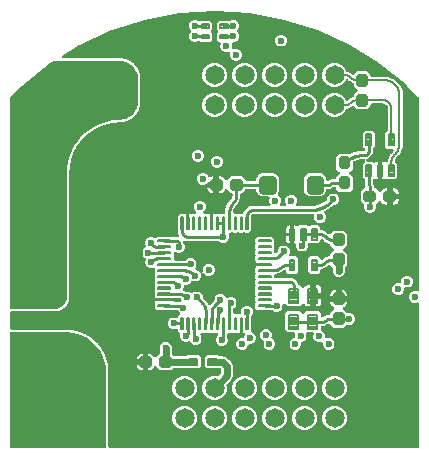
<source format=gbr>
G04 EAGLE Gerber RS-274X export*
G75*
%MOMM*%
%FSLAX34Y34*%
%LPD*%
%INTop Copper*%
%IPPOS*%
%AMOC8*
5,1,8,0,0,1.08239X$1,22.5*%
G01*
%ADD10C,0.500000*%
%ADD11C,0.200000*%
%ADD12C,1.200000*%
%ADD13C,1.650000*%
%ADD14C,0.203000*%
%ADD15C,0.198000*%
%ADD16C,0.201000*%
%ADD17C,0.800000*%
%ADD18C,0.750000*%
%ADD19C,0.609600*%
%ADD20C,0.600000*%
%ADD21C,0.254000*%
%ADD22C,0.152400*%

G36*
X171848Y-37984D02*
X171848Y-37984D01*
X171967Y-37977D01*
X172005Y-37964D01*
X172046Y-37959D01*
X172156Y-37916D01*
X172269Y-37879D01*
X172304Y-37857D01*
X172341Y-37842D01*
X172437Y-37773D01*
X172538Y-37709D01*
X172566Y-37679D01*
X172599Y-37656D01*
X172675Y-37564D01*
X172756Y-37477D01*
X172776Y-37442D01*
X172801Y-37411D01*
X172852Y-37303D01*
X172910Y-37199D01*
X172920Y-37159D01*
X172937Y-37123D01*
X172959Y-37006D01*
X172989Y-36891D01*
X172993Y-36831D01*
X172997Y-36811D01*
X172995Y-36790D01*
X172999Y-36730D01*
X172999Y84137D01*
X172993Y84186D01*
X172995Y84236D01*
X172973Y84344D01*
X172959Y84453D01*
X172941Y84499D01*
X172931Y84547D01*
X172883Y84646D01*
X172842Y84748D01*
X172813Y84788D01*
X172791Y84833D01*
X172720Y84917D01*
X172656Y85006D01*
X172617Y85037D01*
X172585Y85075D01*
X172495Y85138D01*
X172411Y85208D01*
X172366Y85230D01*
X172325Y85258D01*
X172222Y85297D01*
X172123Y85344D01*
X172074Y85353D01*
X172028Y85371D01*
X171918Y85383D01*
X171811Y85404D01*
X171761Y85401D01*
X171712Y85406D01*
X171603Y85391D01*
X171493Y85384D01*
X171446Y85369D01*
X171397Y85362D01*
X171244Y85310D01*
X170495Y84999D01*
X168505Y84999D01*
X166667Y85761D01*
X165261Y87167D01*
X164499Y89005D01*
X164499Y90995D01*
X165261Y92833D01*
X166667Y94239D01*
X168505Y95001D01*
X170495Y95001D01*
X171244Y94690D01*
X171292Y94677D01*
X171337Y94656D01*
X171445Y94635D01*
X171551Y94606D01*
X171601Y94606D01*
X171650Y94596D01*
X171759Y94603D01*
X171869Y94601D01*
X171917Y94613D01*
X171967Y94616D01*
X172071Y94650D01*
X172178Y94675D01*
X172222Y94699D01*
X172269Y94714D01*
X172362Y94773D01*
X172459Y94824D01*
X172496Y94858D01*
X172538Y94884D01*
X172613Y94964D01*
X172695Y95038D01*
X172722Y95080D01*
X172756Y95116D01*
X172809Y95212D01*
X172869Y95304D01*
X172886Y95351D01*
X172910Y95394D01*
X172937Y95501D01*
X172973Y95605D01*
X172977Y95654D01*
X172989Y95702D01*
X172999Y95863D01*
X172999Y258616D01*
X172986Y258724D01*
X172980Y258834D01*
X172966Y258882D01*
X172959Y258932D01*
X172919Y259033D01*
X172887Y259138D01*
X172861Y259181D01*
X172842Y259228D01*
X172778Y259316D01*
X172721Y259409D01*
X172668Y259467D01*
X172656Y259485D01*
X172642Y259496D01*
X172613Y259528D01*
X162897Y268933D01*
X162880Y268945D01*
X162809Y269010D01*
X154387Y275777D01*
X154310Y275824D01*
X154238Y275880D01*
X154198Y275898D01*
X154163Y275944D01*
X154142Y275963D01*
X154134Y275973D01*
X154118Y275985D01*
X154045Y276052D01*
X139732Y287551D01*
X139728Y287554D01*
X139605Y287641D01*
X114426Y303209D01*
X114422Y303211D01*
X114289Y303283D01*
X87389Y315643D01*
X87385Y315644D01*
X87244Y315699D01*
X59031Y324663D01*
X59026Y324664D01*
X58880Y324701D01*
X29780Y330135D01*
X29775Y330135D01*
X29625Y330154D01*
X78Y331974D01*
X73Y331974D01*
X-78Y331974D01*
X-29620Y330154D01*
X-29625Y330154D01*
X-29629Y330153D01*
X-29780Y330135D01*
X-58880Y324701D01*
X-58884Y324700D01*
X-59031Y324663D01*
X-87244Y315699D01*
X-87248Y315697D01*
X-87389Y315643D01*
X-114289Y303283D01*
X-114293Y303281D01*
X-114426Y303209D01*
X-128755Y294350D01*
X-128854Y294270D01*
X-128956Y294196D01*
X-128977Y294170D01*
X-129003Y294150D01*
X-129078Y294048D01*
X-129159Y293951D01*
X-129173Y293921D01*
X-129193Y293895D01*
X-129241Y293777D01*
X-129295Y293663D01*
X-129301Y293631D01*
X-129313Y293600D01*
X-129331Y293475D01*
X-129355Y293350D01*
X-129353Y293318D01*
X-129357Y293285D01*
X-129343Y293159D01*
X-129335Y293033D01*
X-129325Y293002D01*
X-129321Y292969D01*
X-129276Y292851D01*
X-129237Y292731D01*
X-129219Y292703D01*
X-129208Y292672D01*
X-129134Y292569D01*
X-129067Y292462D01*
X-129043Y292439D01*
X-129024Y292413D01*
X-128927Y292331D01*
X-128835Y292244D01*
X-128806Y292228D01*
X-128781Y292207D01*
X-128668Y292152D01*
X-128557Y292090D01*
X-128525Y292082D01*
X-128495Y292068D01*
X-128371Y292043D01*
X-128249Y292011D01*
X-128201Y292008D01*
X-128184Y292004D01*
X-128162Y292005D01*
X-128088Y292001D01*
X-81190Y292001D01*
X-81147Y292006D01*
X-81103Y292004D01*
X-80989Y292026D01*
X-80875Y292041D01*
X-80834Y292057D01*
X-80791Y292065D01*
X-80769Y292076D01*
X-79968Y292006D01*
X-79946Y292006D01*
X-79857Y292001D01*
X-79046Y292001D01*
X-78990Y291981D01*
X-78884Y291935D01*
X-78841Y291928D01*
X-78799Y291914D01*
X-78640Y291889D01*
X-78248Y291855D01*
X-78100Y291861D01*
X-77953Y291864D01*
X-77942Y291867D01*
X-77930Y291867D01*
X-77789Y291909D01*
X-77717Y291930D01*
X-77154Y291779D01*
X-77124Y291775D01*
X-77095Y291764D01*
X-76936Y291740D01*
X-76357Y291690D01*
X-76311Y291646D01*
X-76301Y291640D01*
X-76292Y291632D01*
X-76163Y291562D01*
X-76034Y291489D01*
X-76019Y291484D01*
X-76012Y291481D01*
X-75997Y291477D01*
X-75882Y291438D01*
X-75348Y291295D01*
X-75202Y291275D01*
X-75056Y291252D01*
X-75044Y291253D01*
X-75033Y291252D01*
X-74886Y291269D01*
X-74811Y291276D01*
X-74283Y291030D01*
X-74255Y291020D01*
X-74228Y291005D01*
X-74075Y290954D01*
X-73514Y290803D01*
X-73477Y290752D01*
X-73467Y290745D01*
X-73460Y290735D01*
X-73345Y290644D01*
X-73231Y290550D01*
X-73217Y290542D01*
X-73211Y290538D01*
X-73197Y290531D01*
X-73090Y290473D01*
X-72589Y290239D01*
X-72448Y290194D01*
X-72309Y290147D01*
X-72297Y290146D01*
X-72286Y290142D01*
X-72139Y290133D01*
X-72064Y290128D01*
X-71587Y289793D01*
X-71560Y289779D01*
X-71536Y289760D01*
X-71395Y289683D01*
X-70868Y289437D01*
X-70840Y289380D01*
X-70833Y289371D01*
X-70827Y289361D01*
X-70729Y289250D01*
X-70634Y289138D01*
X-70621Y289128D01*
X-70616Y289123D01*
X-70603Y289114D01*
X-70508Y289038D01*
X-70055Y288721D01*
X-69924Y288652D01*
X-69796Y288581D01*
X-69784Y288578D01*
X-69774Y288573D01*
X-69630Y288538D01*
X-69558Y288520D01*
X-69146Y288108D01*
X-69122Y288089D01*
X-69102Y288066D01*
X-68976Y287965D01*
X-68500Y287632D01*
X-68482Y287571D01*
X-68476Y287561D01*
X-68473Y287550D01*
X-68396Y287424D01*
X-68321Y287297D01*
X-68310Y287285D01*
X-68306Y287279D01*
X-68295Y287268D01*
X-68214Y287176D01*
X-67824Y286786D01*
X-67707Y286695D01*
X-67592Y286603D01*
X-67582Y286598D01*
X-67572Y286591D01*
X-67437Y286532D01*
X-67369Y286501D01*
X-67034Y286024D01*
X-67014Y286001D01*
X-66999Y285975D01*
X-66892Y285854D01*
X-66481Y285443D01*
X-66474Y285380D01*
X-66470Y285369D01*
X-66469Y285357D01*
X-66415Y285220D01*
X-66391Y285158D01*
X-66379Y285120D01*
X-66374Y285113D01*
X-66363Y285082D01*
X-66354Y285069D01*
X-66352Y285062D01*
X-66343Y285049D01*
X-66279Y284945D01*
X-65962Y284492D01*
X-65862Y284382D01*
X-65766Y284272D01*
X-65756Y284265D01*
X-65748Y284257D01*
X-65625Y284175D01*
X-65563Y284133D01*
X-65317Y283605D01*
X-65301Y283579D01*
X-65290Y283551D01*
X-65207Y283413D01*
X-65005Y283125D01*
X-65005Y283117D01*
X-65004Y283116D01*
X-65004Y283114D01*
X-64901Y282967D01*
X-64913Y282901D01*
X-64914Y282896D01*
X-64915Y282891D01*
X-64935Y282775D01*
X-64934Y282773D01*
X-64935Y282772D01*
X-64363Y281545D01*
X-64361Y281544D01*
X-64361Y281543D01*
X-64191Y281445D01*
X-64023Y280816D01*
X-64022Y280816D01*
X-64022Y280815D01*
X-63747Y280225D01*
X-63814Y280041D01*
X-63814Y280039D01*
X-63814Y280038D01*
X-63464Y278730D01*
X-63462Y278729D01*
X-63462Y278728D01*
X-63312Y278602D01*
X-63256Y277953D01*
X-63255Y277953D01*
X-63255Y277952D01*
X-63087Y277323D01*
X-63185Y277153D01*
X-63184Y277152D01*
X-63185Y277152D01*
X-63184Y277151D01*
X-63185Y277150D01*
X-63076Y275899D01*
X-63074Y275898D01*
X-63074Y275896D01*
X-63005Y275826D01*
X-63005Y275087D01*
X-62940Y274351D01*
X-63004Y274275D01*
X-63004Y274273D01*
X-63005Y274272D01*
X-63005Y255728D01*
X-63003Y255726D01*
X-63004Y255725D01*
X-62940Y255649D01*
X-62958Y255453D01*
X-62962Y255399D01*
X-62967Y255344D01*
X-63001Y254957D01*
X-63005Y254913D01*
X-63005Y254174D01*
X-63074Y254104D01*
X-63075Y254102D01*
X-63076Y254101D01*
X-63079Y254067D01*
X-63103Y253789D01*
X-63108Y253734D01*
X-63132Y253456D01*
X-63137Y253401D01*
X-63161Y253123D01*
X-63166Y253068D01*
X-63185Y252850D01*
X-63184Y252848D01*
X-63185Y252847D01*
X-63087Y252677D01*
X-63255Y252048D01*
X-63255Y252047D01*
X-63256Y252047D01*
X-63287Y251692D01*
X-63300Y251533D01*
X-63301Y251533D01*
X-63312Y251398D01*
X-63462Y251272D01*
X-63463Y251270D01*
X-63464Y251270D01*
X-63814Y249962D01*
X-63813Y249961D01*
X-63814Y249959D01*
X-63747Y249775D01*
X-64022Y249185D01*
X-64022Y249184D01*
X-64023Y249184D01*
X-64191Y248555D01*
X-64361Y248457D01*
X-64361Y248455D01*
X-64363Y248455D01*
X-64935Y247228D01*
X-64934Y247227D01*
X-64935Y247225D01*
X-64901Y247033D01*
X-65004Y246886D01*
X-65004Y246884D01*
X-65005Y246883D01*
X-65005Y246875D01*
X-65207Y246587D01*
X-65221Y246560D01*
X-65240Y246536D01*
X-65317Y246395D01*
X-65563Y245868D01*
X-65620Y245840D01*
X-65629Y245833D01*
X-65639Y245827D01*
X-65749Y245730D01*
X-65862Y245634D01*
X-65872Y245621D01*
X-65877Y245616D01*
X-65886Y245603D01*
X-65962Y245508D01*
X-66279Y245055D01*
X-66348Y244924D01*
X-66419Y244796D01*
X-66422Y244784D01*
X-66427Y244774D01*
X-66461Y244631D01*
X-66480Y244558D01*
X-66892Y244146D01*
X-66911Y244122D01*
X-66934Y244102D01*
X-67035Y243976D01*
X-67368Y243500D01*
X-67429Y243482D01*
X-67439Y243476D01*
X-67450Y243473D01*
X-67576Y243396D01*
X-67703Y243321D01*
X-67715Y243310D01*
X-67721Y243306D01*
X-67732Y243295D01*
X-67824Y243214D01*
X-68214Y242824D01*
X-68305Y242707D01*
X-68397Y242592D01*
X-68402Y242582D01*
X-68409Y242572D01*
X-68468Y242437D01*
X-68499Y242369D01*
X-68976Y242035D01*
X-68999Y242014D01*
X-69025Y241999D01*
X-69146Y241892D01*
X-69557Y241481D01*
X-69620Y241474D01*
X-69631Y241470D01*
X-69643Y241469D01*
X-69780Y241415D01*
X-69918Y241363D01*
X-69931Y241354D01*
X-69938Y241352D01*
X-69951Y241343D01*
X-70055Y241279D01*
X-70508Y240962D01*
X-70584Y240893D01*
X-70585Y240892D01*
X-70586Y240891D01*
X-70618Y240862D01*
X-70728Y240766D01*
X-70735Y240756D01*
X-70743Y240748D01*
X-70825Y240625D01*
X-70867Y240563D01*
X-71395Y240317D01*
X-71421Y240301D01*
X-71449Y240290D01*
X-71587Y240207D01*
X-72063Y239873D01*
X-72126Y239877D01*
X-72138Y239875D01*
X-72150Y239876D01*
X-72295Y239846D01*
X-72439Y239819D01*
X-72454Y239813D01*
X-72461Y239812D01*
X-72476Y239805D01*
X-72589Y239761D01*
X-73090Y239527D01*
X-73214Y239449D01*
X-73341Y239372D01*
X-73349Y239364D01*
X-73359Y239358D01*
X-73460Y239250D01*
X-73513Y239197D01*
X-74075Y239046D01*
X-74104Y239035D01*
X-74133Y239029D01*
X-74283Y238970D01*
X-74810Y238725D01*
X-74872Y238740D01*
X-74884Y238740D01*
X-74895Y238742D01*
X-75043Y238738D01*
X-75190Y238737D01*
X-75206Y238734D01*
X-75213Y238734D01*
X-75228Y238729D01*
X-75348Y238705D01*
X-75882Y238562D01*
X-76017Y238507D01*
X-76155Y238453D01*
X-76165Y238446D01*
X-76176Y238442D01*
X-76294Y238354D01*
X-76356Y238310D01*
X-76936Y238260D01*
X-76965Y238253D01*
X-76996Y238253D01*
X-77154Y238221D01*
X-77715Y238071D01*
X-77773Y238096D01*
X-77785Y238098D01*
X-77796Y238103D01*
X-77942Y238125D01*
X-78087Y238149D01*
X-78103Y238148D01*
X-78111Y238149D01*
X-78126Y238148D01*
X-78248Y238145D01*
X-78518Y238121D01*
X-78601Y238103D01*
X-78687Y238095D01*
X-78734Y238078D01*
X-79834Y238006D01*
X-79842Y238004D01*
X-79861Y238004D01*
X-80962Y237907D01*
X-81018Y237918D01*
X-81155Y237918D01*
X-81166Y237919D01*
X-81170Y237918D01*
X-81179Y237918D01*
X-85529Y237633D01*
X-85532Y237632D01*
X-85534Y237632D01*
X-85694Y237611D01*
X-91046Y236546D01*
X-91049Y236545D01*
X-91051Y236545D01*
X-91207Y236503D01*
X-96375Y234749D01*
X-96377Y234748D01*
X-96379Y234747D01*
X-96528Y234685D01*
X-101423Y232272D01*
X-101425Y232270D01*
X-101427Y232269D01*
X-101567Y232189D01*
X-106104Y229156D01*
X-106106Y229155D01*
X-106109Y229154D01*
X-106236Y229055D01*
X-110340Y225457D01*
X-110341Y225455D01*
X-110343Y225454D01*
X-110457Y225340D01*
X-114055Y221236D01*
X-114057Y221234D01*
X-114059Y221232D01*
X-114156Y221104D01*
X-117189Y216567D01*
X-117190Y216564D01*
X-117191Y216562D01*
X-117208Y216534D01*
X-117210Y216531D01*
X-117213Y216525D01*
X-117272Y216423D01*
X-119685Y211528D01*
X-119686Y211526D01*
X-119688Y211523D01*
X-119749Y211375D01*
X-121503Y206207D01*
X-121504Y206204D01*
X-121505Y206202D01*
X-121546Y206046D01*
X-122611Y200694D01*
X-122611Y200691D01*
X-122612Y200689D01*
X-122633Y200529D01*
X-122788Y198162D01*
X-122871Y196893D01*
X-122871Y196892D01*
X-122997Y194976D01*
X-122995Y194955D01*
X-122999Y194893D01*
X-122999Y91190D01*
X-122994Y91147D01*
X-122996Y91103D01*
X-122974Y90989D01*
X-122959Y90875D01*
X-122943Y90834D01*
X-122935Y90791D01*
X-122924Y90769D01*
X-122994Y89968D01*
X-122994Y89946D01*
X-122999Y89857D01*
X-122999Y88877D01*
X-122988Y88785D01*
X-122986Y88693D01*
X-122976Y88656D01*
X-123145Y88022D01*
X-123149Y87992D01*
X-123160Y87963D01*
X-123184Y87804D01*
X-123246Y87096D01*
X-123294Y87006D01*
X-123308Y86950D01*
X-123331Y86898D01*
X-123347Y86797D01*
X-123371Y86697D01*
X-123371Y86640D01*
X-123373Y86629D01*
X-123669Y85994D01*
X-123678Y85965D01*
X-123693Y85938D01*
X-123745Y85786D01*
X-123929Y85099D01*
X-123992Y85019D01*
X-124015Y84966D01*
X-124047Y84918D01*
X-124080Y84822D01*
X-124122Y84728D01*
X-124131Y84672D01*
X-124135Y84661D01*
X-124537Y84087D01*
X-124551Y84060D01*
X-124570Y84036D01*
X-124647Y83895D01*
X-124948Y83250D01*
X-125024Y83183D01*
X-125056Y83135D01*
X-125096Y83094D01*
X-125145Y83004D01*
X-125202Y82919D01*
X-125222Y82865D01*
X-125227Y82855D01*
X-125722Y82360D01*
X-125741Y82336D01*
X-125764Y82316D01*
X-125865Y82190D01*
X-126273Y81608D01*
X-126360Y81554D01*
X-126400Y81513D01*
X-126446Y81478D01*
X-126510Y81399D01*
X-126581Y81325D01*
X-126609Y81276D01*
X-126616Y81267D01*
X-127190Y80865D01*
X-127213Y80844D01*
X-127239Y80829D01*
X-127360Y80722D01*
X-127863Y80220D01*
X-127958Y80182D01*
X-128004Y80148D01*
X-128055Y80123D01*
X-128132Y80055D01*
X-128215Y79995D01*
X-128252Y79951D01*
X-128260Y79944D01*
X-128895Y79647D01*
X-128921Y79631D01*
X-128949Y79621D01*
X-129087Y79537D01*
X-129669Y79129D01*
X-129770Y79108D01*
X-129821Y79083D01*
X-129876Y79067D01*
X-129964Y79014D01*
X-130055Y78969D01*
X-130099Y78932D01*
X-130109Y78926D01*
X-130786Y78745D01*
X-130814Y78733D01*
X-130844Y78728D01*
X-130994Y78669D01*
X-131638Y78368D01*
X-131740Y78365D01*
X-131795Y78350D01*
X-131852Y78343D01*
X-131948Y78306D01*
X-132046Y78278D01*
X-132096Y78249D01*
X-132106Y78245D01*
X-132804Y78184D01*
X-132834Y78177D01*
X-132864Y78177D01*
X-133022Y78145D01*
X-133660Y77975D01*
X-133716Y77989D01*
X-133833Y77996D01*
X-133850Y77999D01*
X-133858Y77998D01*
X-133877Y77999D01*
X-134857Y77999D01*
X-134879Y77997D01*
X-134968Y77994D01*
X-135776Y77924D01*
X-135833Y77938D01*
X-135943Y77975D01*
X-135987Y77978D01*
X-136029Y77989D01*
X-136190Y77999D01*
X-171730Y77999D01*
X-171848Y77984D01*
X-171967Y77977D01*
X-172005Y77964D01*
X-172046Y77959D01*
X-172156Y77916D01*
X-172269Y77879D01*
X-172304Y77857D01*
X-172341Y77842D01*
X-172437Y77773D01*
X-172538Y77709D01*
X-172566Y77679D01*
X-172599Y77656D01*
X-172675Y77564D01*
X-172756Y77477D01*
X-172776Y77442D01*
X-172801Y77411D01*
X-172852Y77303D01*
X-172910Y77199D01*
X-172920Y77159D01*
X-172937Y77123D01*
X-172959Y77006D01*
X-172989Y76891D01*
X-172993Y76831D01*
X-172997Y76811D01*
X-172995Y76790D01*
X-172999Y76730D01*
X-172999Y63270D01*
X-172984Y63152D01*
X-172977Y63033D01*
X-172964Y62995D01*
X-172959Y62954D01*
X-172916Y62844D01*
X-172879Y62731D01*
X-172857Y62696D01*
X-172842Y62659D01*
X-172773Y62563D01*
X-172709Y62462D01*
X-172679Y62434D01*
X-172656Y62401D01*
X-172564Y62325D01*
X-172477Y62244D01*
X-172442Y62224D01*
X-172411Y62199D01*
X-172303Y62148D01*
X-172199Y62090D01*
X-172159Y62080D01*
X-172123Y62063D01*
X-172006Y62041D01*
X-171891Y62011D01*
X-171831Y62007D01*
X-171811Y62003D01*
X-171790Y62005D01*
X-171730Y62001D01*
X-126220Y62001D01*
X-126166Y62007D01*
X-126112Y62005D01*
X-126009Y62027D01*
X-125904Y62041D01*
X-125854Y62060D01*
X-125831Y62065D01*
X-124974Y62004D01*
X-124952Y62005D01*
X-124883Y62001D01*
X-124010Y62001D01*
X-124002Y61998D01*
X-123905Y61956D01*
X-123852Y61947D01*
X-123800Y61930D01*
X-123641Y61909D01*
X-121247Y61737D01*
X-121238Y61738D01*
X-121230Y61736D01*
X-121080Y61746D01*
X-120929Y61755D01*
X-120921Y61757D01*
X-120912Y61758D01*
X-120770Y61805D01*
X-120754Y61810D01*
X-120107Y61669D01*
X-120097Y61668D01*
X-120087Y61665D01*
X-119928Y61643D01*
X-119281Y61597D01*
X-119268Y61584D01*
X-119260Y61581D01*
X-119254Y61575D01*
X-119120Y61507D01*
X-118985Y61438D01*
X-118977Y61436D01*
X-118970Y61432D01*
X-118815Y61388D01*
X-116341Y60850D01*
X-116333Y60849D01*
X-116325Y60846D01*
X-116174Y60835D01*
X-116024Y60821D01*
X-116016Y60823D01*
X-116007Y60822D01*
X-115858Y60849D01*
X-115844Y60851D01*
X-115223Y60620D01*
X-115213Y60617D01*
X-115204Y60613D01*
X-115049Y60569D01*
X-114416Y60431D01*
X-114404Y60417D01*
X-114397Y60412D01*
X-114392Y60405D01*
X-114267Y60318D01*
X-114146Y60231D01*
X-114138Y60228D01*
X-114131Y60223D01*
X-113984Y60158D01*
X-111612Y59273D01*
X-111604Y59271D01*
X-111596Y59267D01*
X-111449Y59234D01*
X-111302Y59200D01*
X-111294Y59200D01*
X-111286Y59198D01*
X-111136Y59203D01*
X-111119Y59203D01*
X-110538Y58886D01*
X-110528Y58882D01*
X-110520Y58876D01*
X-110373Y58811D01*
X-109766Y58584D01*
X-109756Y58569D01*
X-109750Y58563D01*
X-109746Y58556D01*
X-109636Y58453D01*
X-109527Y58348D01*
X-109520Y58344D01*
X-109513Y58338D01*
X-109377Y58252D01*
X-107155Y57039D01*
X-107147Y57036D01*
X-107140Y57031D01*
X-107000Y56978D01*
X-106859Y56923D01*
X-106851Y56922D01*
X-106843Y56919D01*
X-106694Y56902D01*
X-106678Y56900D01*
X-106147Y56503D01*
X-106138Y56498D01*
X-106131Y56491D01*
X-105995Y56405D01*
X-105426Y56095D01*
X-105419Y56078D01*
X-105413Y56071D01*
X-105410Y56063D01*
X-105316Y55946D01*
X-105223Y55827D01*
X-105216Y55822D01*
X-105211Y55815D01*
X-105089Y55711D01*
X-103062Y54194D01*
X-103055Y54189D01*
X-103048Y54184D01*
X-102916Y54111D01*
X-102785Y54036D01*
X-102777Y54034D01*
X-102770Y54030D01*
X-102625Y53993D01*
X-102609Y53988D01*
X-102140Y53520D01*
X-102132Y53514D01*
X-102126Y53506D01*
X-102003Y53401D01*
X-101485Y53013D01*
X-101480Y52995D01*
X-101476Y52988D01*
X-101473Y52980D01*
X-101397Y52850D01*
X-101322Y52719D01*
X-101316Y52713D01*
X-101312Y52706D01*
X-101205Y52585D01*
X-99415Y50795D01*
X-99408Y50790D01*
X-99403Y50783D01*
X-99283Y50692D01*
X-99164Y50600D01*
X-99156Y50596D01*
X-99149Y50591D01*
X-99011Y50534D01*
X-98996Y50527D01*
X-98599Y49997D01*
X-98592Y49989D01*
X-98587Y49981D01*
X-98480Y49860D01*
X-98022Y49402D01*
X-98020Y49383D01*
X-98017Y49375D01*
X-98015Y49367D01*
X-97958Y49226D01*
X-97903Y49088D01*
X-97898Y49081D01*
X-97894Y49073D01*
X-97806Y48938D01*
X-96289Y46911D01*
X-96283Y46905D01*
X-96279Y46898D01*
X-96173Y46791D01*
X-96068Y46683D01*
X-96061Y46678D01*
X-96055Y46672D01*
X-95926Y46595D01*
X-95912Y46587D01*
X-95595Y46005D01*
X-95589Y45997D01*
X-95585Y45988D01*
X-95497Y45853D01*
X-95109Y45334D01*
X-95109Y45316D01*
X-95107Y45307D01*
X-95107Y45299D01*
X-95070Y45154D01*
X-95035Y45006D01*
X-95031Y44999D01*
X-95029Y44991D01*
X-94961Y44845D01*
X-93748Y42623D01*
X-93743Y42616D01*
X-93740Y42608D01*
X-93672Y42517D01*
X-93613Y42425D01*
X-93586Y42399D01*
X-93562Y42365D01*
X-93555Y42360D01*
X-93550Y42353D01*
X-93456Y42277D01*
X-93418Y42241D01*
X-93189Y41627D01*
X-93185Y41618D01*
X-93182Y41608D01*
X-93114Y41462D01*
X-92804Y40894D01*
X-92806Y40875D01*
X-92806Y40867D01*
X-92807Y40859D01*
X-92791Y40709D01*
X-92778Y40559D01*
X-92775Y40551D01*
X-92774Y40542D01*
X-92727Y40388D01*
X-91842Y38016D01*
X-91839Y38009D01*
X-91836Y38000D01*
X-91765Y37868D01*
X-91695Y37734D01*
X-91689Y37728D01*
X-91685Y37721D01*
X-91583Y37611D01*
X-91572Y37598D01*
X-91431Y36951D01*
X-91428Y36941D01*
X-91427Y36931D01*
X-91380Y36777D01*
X-91154Y36170D01*
X-91160Y36153D01*
X-91160Y36144D01*
X-91162Y36136D01*
X-91168Y35987D01*
X-91176Y35835D01*
X-91174Y35827D01*
X-91175Y35818D01*
X-91150Y35659D01*
X-90612Y33185D01*
X-90609Y33177D01*
X-90609Y33169D01*
X-90557Y33028D01*
X-90506Y32885D01*
X-90502Y32878D01*
X-90499Y32870D01*
X-90413Y32746D01*
X-90404Y32733D01*
X-90357Y32072D01*
X-90355Y32062D01*
X-90355Y32052D01*
X-90331Y31893D01*
X-90193Y31260D01*
X-90201Y31243D01*
X-90203Y31235D01*
X-90207Y31227D01*
X-90234Y31080D01*
X-90263Y30931D01*
X-90262Y30923D01*
X-90264Y30914D01*
X-90263Y30753D01*
X-90091Y28359D01*
X-90081Y28306D01*
X-90079Y28252D01*
X-90050Y28151D01*
X-90029Y28047D01*
X-90006Y27999D01*
X-89999Y27976D01*
X-89999Y27117D01*
X-89997Y27096D01*
X-89996Y27026D01*
X-89934Y26155D01*
X-89936Y26147D01*
X-89971Y26047D01*
X-89976Y25993D01*
X-89989Y25941D01*
X-89999Y25780D01*
X-89999Y25005D01*
X-90000Y25005D01*
X-90005Y25001D01*
X-90005Y25000D01*
X-90005Y-25000D01*
X-90001Y-25005D01*
X-90000Y-25005D01*
X-89999Y-25005D01*
X-89999Y-36730D01*
X-89984Y-36848D01*
X-89977Y-36967D01*
X-89964Y-37005D01*
X-89959Y-37046D01*
X-89916Y-37156D01*
X-89879Y-37269D01*
X-89857Y-37304D01*
X-89842Y-37341D01*
X-89773Y-37437D01*
X-89709Y-37538D01*
X-89679Y-37566D01*
X-89656Y-37599D01*
X-89564Y-37675D01*
X-89477Y-37756D01*
X-89442Y-37776D01*
X-89411Y-37801D01*
X-89303Y-37852D01*
X-89199Y-37910D01*
X-89159Y-37920D01*
X-89123Y-37937D01*
X-89006Y-37959D01*
X-88891Y-37989D01*
X-88831Y-37993D01*
X-88811Y-37997D01*
X-88790Y-37995D01*
X-88730Y-37999D01*
X171730Y-37999D01*
X171848Y-37984D01*
G37*
G36*
X-135000Y79995D02*
X-135000Y79995D01*
X-133263Y80147D01*
X-133262Y80147D01*
X-131579Y80598D01*
X-131578Y80599D01*
X-129998Y81335D01*
X-129998Y81336D01*
X-129997Y81336D01*
X-128569Y82335D01*
X-128569Y82336D01*
X-127336Y83569D01*
X-127335Y83569D01*
X-126336Y84997D01*
X-126336Y84998D01*
X-126335Y84998D01*
X-125599Y86578D01*
X-125598Y86579D01*
X-125147Y88262D01*
X-125147Y88263D01*
X-125140Y88347D01*
X-125115Y88630D01*
X-125090Y88913D01*
X-125075Y89082D01*
X-125065Y89197D01*
X-125051Y89365D01*
X-125026Y89649D01*
X-125011Y89818D01*
X-125001Y89932D01*
X-124995Y90000D01*
X-124995Y195000D01*
X-124993Y195031D01*
X-124991Y195066D01*
X-124989Y195090D01*
X-124989Y195091D01*
X-124987Y195125D01*
X-124985Y195160D01*
X-124983Y195185D01*
X-124981Y195220D01*
X-124978Y195254D01*
X-124978Y195255D01*
X-124977Y195279D01*
X-124974Y195314D01*
X-124972Y195349D01*
X-124971Y195374D01*
X-124968Y195408D01*
X-124968Y195409D01*
X-124966Y195443D01*
X-124964Y195468D01*
X-124962Y195503D01*
X-124960Y195538D01*
X-124958Y195563D01*
X-124956Y195597D01*
X-124954Y195632D01*
X-124952Y195657D01*
X-124950Y195692D01*
X-124947Y195726D01*
X-124947Y195727D01*
X-124946Y195751D01*
X-124944Y195786D01*
X-124943Y195786D01*
X-124944Y195786D01*
X-124941Y195821D01*
X-124940Y195846D01*
X-124937Y195881D01*
X-124935Y195915D01*
X-124933Y195940D01*
X-124931Y195975D01*
X-124929Y196010D01*
X-124927Y196035D01*
X-124925Y196069D01*
X-124923Y196104D01*
X-124921Y196129D01*
X-124919Y196164D01*
X-124916Y196199D01*
X-124915Y196223D01*
X-124913Y196258D01*
X-124910Y196293D01*
X-124909Y196318D01*
X-124906Y196353D01*
X-124904Y196387D01*
X-124902Y196412D01*
X-124900Y196447D01*
X-124898Y196482D01*
X-124896Y196507D01*
X-124894Y196541D01*
X-124892Y196576D01*
X-124890Y196601D01*
X-124888Y196636D01*
X-124886Y196671D01*
X-124884Y196695D01*
X-124882Y196730D01*
X-124879Y196765D01*
X-124878Y196790D01*
X-124875Y196825D01*
X-124873Y196859D01*
X-124872Y196884D01*
X-124869Y196919D01*
X-124867Y196954D01*
X-124865Y196979D01*
X-124863Y197013D01*
X-124861Y197048D01*
X-124859Y197073D01*
X-124857Y197108D01*
X-124855Y197143D01*
X-124853Y197167D01*
X-124851Y197202D01*
X-124848Y197237D01*
X-124847Y197262D01*
X-124845Y197297D01*
X-124844Y197297D01*
X-124845Y197297D01*
X-124842Y197331D01*
X-124841Y197356D01*
X-124838Y197391D01*
X-124836Y197426D01*
X-124834Y197451D01*
X-124832Y197485D01*
X-124830Y197520D01*
X-124828Y197545D01*
X-124826Y197580D01*
X-124824Y197615D01*
X-124822Y197639D01*
X-124822Y197640D01*
X-124820Y197674D01*
X-124817Y197709D01*
X-124816Y197734D01*
X-124814Y197769D01*
X-124811Y197803D01*
X-124810Y197828D01*
X-124807Y197863D01*
X-124805Y197898D01*
X-124803Y197923D01*
X-124801Y197957D01*
X-124801Y197958D01*
X-124799Y197992D01*
X-124797Y198017D01*
X-124795Y198052D01*
X-124793Y198087D01*
X-124791Y198112D01*
X-124789Y198146D01*
X-124787Y198181D01*
X-124785Y198206D01*
X-124783Y198241D01*
X-124780Y198275D01*
X-124780Y198276D01*
X-124779Y198300D01*
X-124776Y198335D01*
X-124774Y198370D01*
X-124773Y198395D01*
X-124770Y198429D01*
X-124770Y198430D01*
X-124768Y198464D01*
X-124766Y198489D01*
X-124764Y198524D01*
X-124762Y198559D01*
X-124760Y198584D01*
X-124758Y198618D01*
X-124756Y198653D01*
X-124754Y198678D01*
X-124752Y198713D01*
X-124749Y198747D01*
X-124749Y198748D01*
X-124748Y198772D01*
X-124746Y198807D01*
X-124745Y198807D01*
X-124746Y198807D01*
X-124743Y198842D01*
X-124742Y198867D01*
X-124739Y198902D01*
X-124737Y198936D01*
X-124735Y198961D01*
X-124733Y198996D01*
X-124731Y199031D01*
X-124729Y199056D01*
X-124727Y199090D01*
X-124725Y199125D01*
X-124723Y199150D01*
X-124721Y199185D01*
X-124718Y199220D01*
X-124717Y199244D01*
X-124715Y199279D01*
X-124712Y199314D01*
X-124711Y199339D01*
X-124708Y199374D01*
X-124706Y199408D01*
X-124704Y199433D01*
X-124702Y199468D01*
X-124700Y199503D01*
X-124698Y199528D01*
X-124696Y199562D01*
X-124694Y199597D01*
X-124692Y199622D01*
X-124690Y199657D01*
X-124688Y199692D01*
X-124686Y199716D01*
X-124684Y199751D01*
X-124681Y199786D01*
X-124680Y199811D01*
X-124677Y199846D01*
X-124675Y199880D01*
X-124674Y199905D01*
X-124671Y199940D01*
X-124669Y199975D01*
X-124667Y200000D01*
X-124665Y200034D01*
X-124663Y200069D01*
X-124661Y200094D01*
X-124659Y200129D01*
X-124657Y200164D01*
X-124655Y200188D01*
X-124653Y200223D01*
X-124650Y200258D01*
X-124649Y200283D01*
X-124647Y200318D01*
X-124646Y200318D01*
X-124647Y200318D01*
X-124644Y200352D01*
X-124643Y200377D01*
X-124640Y200412D01*
X-124638Y200447D01*
X-124636Y200472D01*
X-124634Y200506D01*
X-124632Y200541D01*
X-124630Y200566D01*
X-124628Y200601D01*
X-124626Y200636D01*
X-124624Y200660D01*
X-124624Y200661D01*
X-124622Y200695D01*
X-124619Y200730D01*
X-124618Y200755D01*
X-124616Y200790D01*
X-124613Y200824D01*
X-124612Y200849D01*
X-124610Y200873D01*
X-124608Y200884D01*
X-124606Y200894D01*
X-124603Y200909D01*
X-124600Y200924D01*
X-124598Y200934D01*
X-124595Y200949D01*
X-124592Y200964D01*
X-124587Y200988D01*
X-124584Y201003D01*
X-124579Y201028D01*
X-124576Y201043D01*
X-124571Y201068D01*
X-124568Y201083D01*
X-124565Y201098D01*
X-124563Y201108D01*
X-124560Y201123D01*
X-124558Y201137D01*
X-124557Y201137D01*
X-124558Y201138D01*
X-124556Y201147D01*
X-124553Y201162D01*
X-124550Y201177D01*
X-124548Y201187D01*
X-124545Y201202D01*
X-124542Y201217D01*
X-124537Y201242D01*
X-124534Y201257D01*
X-124529Y201282D01*
X-124526Y201296D01*
X-124526Y201297D01*
X-124523Y201311D01*
X-124521Y201321D01*
X-124518Y201336D01*
X-124515Y201351D01*
X-124513Y201361D01*
X-124510Y201376D01*
X-124507Y201391D01*
X-124505Y201401D01*
X-124502Y201416D01*
X-124499Y201431D01*
X-124494Y201455D01*
X-124494Y201456D01*
X-124491Y201470D01*
X-124486Y201495D01*
X-124483Y201510D01*
X-124478Y201535D01*
X-124475Y201550D01*
X-124473Y201565D01*
X-124472Y201565D01*
X-124473Y201565D01*
X-124471Y201575D01*
X-124468Y201590D01*
X-124465Y201605D01*
X-124463Y201614D01*
X-124460Y201629D01*
X-124457Y201644D01*
X-124455Y201654D01*
X-124452Y201669D01*
X-124449Y201684D01*
X-124444Y201709D01*
X-124441Y201724D01*
X-124436Y201749D01*
X-124433Y201764D01*
X-124430Y201778D01*
X-124428Y201788D01*
X-124425Y201803D01*
X-124422Y201818D01*
X-124420Y201828D01*
X-124417Y201843D01*
X-124414Y201858D01*
X-124412Y201868D01*
X-124409Y201883D01*
X-124406Y201898D01*
X-124401Y201923D01*
X-124398Y201937D01*
X-124393Y201962D01*
X-124390Y201977D01*
X-124386Y202002D01*
X-124383Y202017D01*
X-124380Y202032D01*
X-124378Y202042D01*
X-124375Y202057D01*
X-124372Y202072D01*
X-124370Y202082D01*
X-124367Y202096D01*
X-124364Y202111D01*
X-124359Y202136D01*
X-124356Y202151D01*
X-124351Y202176D01*
X-124348Y202191D01*
X-124343Y202216D01*
X-124340Y202231D01*
X-124337Y202245D01*
X-124337Y202246D01*
X-124335Y202255D01*
X-124332Y202270D01*
X-124329Y202285D01*
X-124327Y202295D01*
X-124324Y202310D01*
X-124321Y202325D01*
X-124319Y202335D01*
X-124316Y202350D01*
X-124313Y202365D01*
X-124308Y202390D01*
X-124305Y202404D01*
X-124305Y202405D01*
X-124301Y202429D01*
X-124298Y202444D01*
X-124293Y202469D01*
X-124290Y202484D01*
X-124287Y202499D01*
X-124285Y202509D01*
X-124282Y202524D01*
X-124279Y202539D01*
X-124277Y202549D01*
X-124274Y202563D01*
X-124274Y202564D01*
X-124271Y202578D01*
X-124266Y202603D01*
X-124263Y202618D01*
X-124258Y202643D01*
X-124255Y202658D01*
X-124250Y202683D01*
X-124247Y202698D01*
X-124244Y202713D01*
X-124242Y202722D01*
X-124242Y202723D01*
X-124239Y202737D01*
X-124236Y202752D01*
X-124234Y202762D01*
X-124231Y202777D01*
X-124228Y202792D01*
X-124226Y202802D01*
X-124223Y202817D01*
X-124220Y202832D01*
X-124216Y202857D01*
X-124213Y202872D01*
X-124208Y202896D01*
X-124205Y202911D01*
X-124202Y202926D01*
X-124200Y202936D01*
X-124197Y202951D01*
X-124194Y202966D01*
X-124192Y202976D01*
X-124189Y202991D01*
X-124186Y203006D01*
X-124184Y203016D01*
X-124181Y203031D01*
X-124178Y203045D01*
X-124178Y203046D01*
X-124173Y203070D01*
X-124170Y203085D01*
X-124165Y203110D01*
X-124162Y203125D01*
X-124157Y203150D01*
X-124154Y203165D01*
X-124151Y203180D01*
X-124149Y203190D01*
X-124146Y203204D01*
X-124146Y203205D01*
X-124143Y203219D01*
X-124141Y203229D01*
X-124138Y203244D01*
X-124135Y203259D01*
X-124131Y203284D01*
X-124128Y203299D01*
X-124123Y203324D01*
X-124120Y203339D01*
X-124115Y203363D01*
X-124115Y203364D01*
X-124112Y203378D01*
X-124109Y203393D01*
X-124107Y203403D01*
X-124104Y203418D01*
X-124101Y203433D01*
X-124099Y203443D01*
X-124096Y203458D01*
X-124093Y203473D01*
X-124091Y203483D01*
X-124088Y203498D01*
X-124085Y203513D01*
X-124080Y203537D01*
X-124077Y203552D01*
X-124072Y203577D01*
X-124069Y203592D01*
X-124064Y203617D01*
X-124061Y203632D01*
X-124058Y203647D01*
X-124056Y203657D01*
X-124053Y203672D01*
X-124050Y203686D01*
X-124049Y203696D01*
X-124048Y203696D01*
X-124046Y203711D01*
X-124043Y203726D01*
X-124038Y203751D01*
X-124035Y203766D01*
X-124030Y203791D01*
X-124027Y203806D01*
X-124022Y203831D01*
X-124019Y203845D01*
X-124016Y203860D01*
X-124014Y203870D01*
X-124011Y203885D01*
X-124008Y203900D01*
X-124006Y203910D01*
X-124003Y203925D01*
X-124000Y203940D01*
X-123998Y203950D01*
X-123995Y203965D01*
X-123992Y203980D01*
X-123987Y204004D01*
X-123984Y204019D01*
X-123979Y204044D01*
X-123976Y204059D01*
X-123971Y204084D01*
X-123968Y204099D01*
X-123965Y204114D01*
X-123964Y204124D01*
X-123963Y204124D01*
X-123961Y204139D01*
X-123958Y204153D01*
X-123958Y204154D01*
X-123956Y204163D01*
X-123953Y204178D01*
X-123950Y204193D01*
X-123945Y204218D01*
X-123942Y204233D01*
X-123937Y204258D01*
X-123934Y204273D01*
X-123929Y204298D01*
X-123926Y204312D01*
X-123926Y204313D01*
X-123923Y204327D01*
X-123921Y204337D01*
X-123918Y204352D01*
X-123915Y204367D01*
X-123913Y204377D01*
X-123910Y204392D01*
X-123907Y204407D01*
X-123905Y204417D01*
X-123902Y204432D01*
X-123899Y204447D01*
X-123894Y204471D01*
X-123894Y204472D01*
X-123891Y204486D01*
X-123886Y204511D01*
X-123883Y204526D01*
X-123880Y204541D01*
X-123879Y204551D01*
X-123878Y204551D01*
X-123876Y204566D01*
X-123873Y204581D01*
X-123871Y204591D01*
X-123868Y204606D01*
X-123865Y204621D01*
X-123863Y204630D01*
X-123863Y204631D01*
X-123860Y204645D01*
X-123857Y204660D01*
X-123852Y204685D01*
X-123849Y204700D01*
X-123844Y204725D01*
X-123841Y204740D01*
X-123836Y204765D01*
X-123833Y204780D01*
X-123830Y204794D01*
X-123830Y204795D01*
X-123828Y204804D01*
X-123825Y204819D01*
X-123822Y204834D01*
X-123820Y204844D01*
X-123817Y204859D01*
X-123814Y204874D01*
X-123809Y204899D01*
X-123806Y204914D01*
X-123801Y204939D01*
X-123798Y204953D01*
X-123798Y204954D01*
X-123794Y204978D01*
X-123793Y204978D01*
X-123791Y204993D01*
X-123788Y205008D01*
X-123786Y205018D01*
X-123783Y205033D01*
X-123780Y205048D01*
X-123778Y205058D01*
X-123775Y205073D01*
X-123772Y205088D01*
X-123770Y205098D01*
X-123767Y205112D01*
X-123767Y205113D01*
X-123764Y205127D01*
X-123759Y205152D01*
X-123756Y205167D01*
X-123751Y205192D01*
X-123748Y205207D01*
X-123743Y205232D01*
X-123740Y205247D01*
X-123737Y205262D01*
X-123735Y205271D01*
X-123735Y205272D01*
X-123732Y205286D01*
X-123729Y205301D01*
X-123727Y205311D01*
X-123724Y205326D01*
X-123721Y205341D01*
X-123716Y205366D01*
X-123713Y205381D01*
X-123709Y205406D01*
X-123708Y205406D01*
X-123706Y205421D01*
X-123701Y205445D01*
X-123698Y205460D01*
X-123695Y205475D01*
X-123693Y205485D01*
X-123690Y205500D01*
X-123687Y205515D01*
X-123685Y205525D01*
X-123682Y205540D01*
X-123679Y205555D01*
X-123677Y205565D01*
X-123674Y205580D01*
X-123671Y205594D01*
X-123666Y205619D01*
X-123663Y205634D01*
X-123658Y205659D01*
X-123655Y205674D01*
X-123650Y205699D01*
X-123647Y205714D01*
X-123644Y205729D01*
X-123642Y205739D01*
X-123639Y205753D01*
X-123636Y205768D01*
X-123634Y205778D01*
X-123631Y205793D01*
X-123628Y205808D01*
X-123624Y205833D01*
X-123623Y205833D01*
X-123621Y205848D01*
X-123616Y205873D01*
X-123613Y205888D01*
X-123608Y205912D01*
X-123605Y205927D01*
X-123602Y205942D01*
X-123600Y205952D01*
X-123597Y205967D01*
X-123594Y205982D01*
X-123592Y205992D01*
X-123589Y206007D01*
X-123586Y206022D01*
X-123584Y206032D01*
X-123581Y206047D01*
X-123578Y206061D01*
X-123578Y206062D01*
X-123573Y206086D01*
X-123570Y206101D01*
X-123565Y206126D01*
X-123562Y206141D01*
X-123559Y206156D01*
X-123557Y206166D01*
X-123554Y206181D01*
X-123551Y206196D01*
X-123549Y206206D01*
X-123546Y206220D01*
X-123546Y206221D01*
X-123543Y206235D01*
X-123541Y206245D01*
X-123539Y206260D01*
X-123538Y206260D01*
X-123539Y206260D01*
X-123536Y206275D01*
X-123531Y206300D01*
X-123528Y206315D01*
X-123523Y206340D01*
X-123520Y206355D01*
X-123515Y206379D01*
X-123515Y206380D01*
X-123512Y206394D01*
X-123509Y206409D01*
X-123507Y206419D01*
X-123504Y206434D01*
X-123501Y206449D01*
X-123499Y206459D01*
X-123496Y206474D01*
X-123493Y206489D01*
X-123488Y206514D01*
X-123485Y206529D01*
X-123480Y206553D01*
X-123477Y206568D01*
X-123472Y206593D01*
X-123469Y206608D01*
X-123466Y206623D01*
X-123464Y206633D01*
X-123462Y206645D01*
X-121570Y212219D01*
X-118967Y217497D01*
X-115697Y222391D01*
X-111816Y226816D01*
X-107391Y230697D01*
X-102497Y233967D01*
X-97219Y236570D01*
X-91645Y238462D01*
X-85873Y239610D01*
X-80000Y239995D01*
X-77395Y240223D01*
X-77394Y240223D01*
X-74868Y240900D01*
X-72498Y242005D01*
X-72498Y242006D01*
X-72497Y242006D01*
X-70355Y243505D01*
X-70355Y243506D01*
X-68506Y245355D01*
X-68505Y245355D01*
X-67006Y247497D01*
X-67006Y247498D01*
X-67005Y247498D01*
X-65900Y249868D01*
X-65223Y252394D01*
X-65223Y252395D01*
X-65202Y252629D01*
X-65198Y252683D01*
X-65164Y253071D01*
X-65159Y253126D01*
X-65130Y253458D01*
X-65125Y253513D01*
X-65091Y253901D01*
X-65086Y253955D01*
X-65057Y254288D01*
X-65053Y254343D01*
X-65052Y254343D01*
X-65023Y254676D01*
X-65019Y254730D01*
X-65014Y254785D01*
X-64995Y255000D01*
X-64995Y275000D01*
X-65223Y277605D01*
X-65223Y277606D01*
X-65900Y280132D01*
X-67005Y282502D01*
X-67006Y282502D01*
X-67006Y282503D01*
X-68505Y284645D01*
X-68506Y284645D01*
X-70355Y286494D01*
X-70355Y286495D01*
X-72497Y287994D01*
X-72498Y287994D01*
X-72498Y287995D01*
X-74868Y289100D01*
X-77394Y289777D01*
X-77395Y289777D01*
X-80000Y290005D01*
X-135787Y290005D01*
X-135787Y290004D01*
X-135788Y290004D01*
X-135789Y290004D01*
X-139673Y287603D01*
X-162872Y268964D01*
X-162873Y268964D01*
X-173003Y259157D01*
X-173003Y259155D01*
X-173005Y259154D01*
X-173005Y80000D01*
X-173000Y79995D01*
X-135000Y79995D01*
X-135000Y79995D01*
G37*
G36*
X-91995Y-38000D02*
X-91995Y-38000D01*
X-91995Y27000D01*
X-92331Y31697D01*
X-93332Y36298D01*
X-93332Y36299D01*
X-94978Y40710D01*
X-94978Y40711D01*
X-97234Y44844D01*
X-97235Y44844D01*
X-100056Y48613D01*
X-100057Y48614D01*
X-103386Y51943D01*
X-103387Y51943D01*
X-103387Y51944D01*
X-107156Y54765D01*
X-107156Y54766D01*
X-111289Y57022D01*
X-111290Y57023D01*
X-115701Y58668D01*
X-115702Y58668D01*
X-120303Y59669D01*
X-120315Y59670D01*
X-120316Y59670D01*
X-120385Y59675D01*
X-120454Y59680D01*
X-120524Y59685D01*
X-120593Y59690D01*
X-120663Y59695D01*
X-120732Y59700D01*
X-120802Y59705D01*
X-120871Y59710D01*
X-120941Y59715D01*
X-121010Y59720D01*
X-121080Y59725D01*
X-121149Y59730D01*
X-121219Y59735D01*
X-121288Y59740D01*
X-121357Y59744D01*
X-121358Y59744D01*
X-121427Y59749D01*
X-121496Y59754D01*
X-121497Y59754D01*
X-121566Y59759D01*
X-121635Y59764D01*
X-121705Y59769D01*
X-121774Y59774D01*
X-121844Y59779D01*
X-121913Y59784D01*
X-121983Y59789D01*
X-122052Y59794D01*
X-122122Y59799D01*
X-122191Y59804D01*
X-122261Y59809D01*
X-122330Y59814D01*
X-122400Y59819D01*
X-122469Y59824D01*
X-122538Y59829D01*
X-122539Y59829D01*
X-122608Y59834D01*
X-122677Y59839D01*
X-122747Y59844D01*
X-122816Y59849D01*
X-122886Y59854D01*
X-122955Y59859D01*
X-123025Y59864D01*
X-123094Y59869D01*
X-123164Y59874D01*
X-123233Y59879D01*
X-123303Y59884D01*
X-123372Y59889D01*
X-123442Y59894D01*
X-123511Y59899D01*
X-123581Y59903D01*
X-123650Y59908D01*
X-123719Y59913D01*
X-123720Y59913D01*
X-123789Y59918D01*
X-123858Y59923D01*
X-123928Y59928D01*
X-123997Y59933D01*
X-124067Y59938D01*
X-124136Y59943D01*
X-124206Y59948D01*
X-124275Y59953D01*
X-124345Y59958D01*
X-124414Y59963D01*
X-124484Y59968D01*
X-124553Y59973D01*
X-124623Y59978D01*
X-124692Y59983D01*
X-124761Y59988D01*
X-124762Y59988D01*
X-124831Y59993D01*
X-124900Y59998D01*
X-124970Y60003D01*
X-125000Y60005D01*
X-173000Y60005D01*
X-173005Y60001D01*
X-173004Y60000D01*
X-173005Y60000D01*
X-173005Y-38000D01*
X-173000Y-38005D01*
X-173000Y-38004D01*
X-173000Y-38005D01*
X-92000Y-38005D01*
X-91995Y-38000D01*
G37*
%LPC*%
G36*
X22505Y44999D02*
X22505Y44999D01*
X20667Y45761D01*
X19261Y47167D01*
X18499Y49005D01*
X18499Y50995D01*
X19261Y52833D01*
X20667Y54239D01*
X22505Y55001D01*
X23440Y55001D01*
X23558Y55016D01*
X23677Y55023D01*
X23716Y55036D01*
X23756Y55041D01*
X23866Y55084D01*
X23980Y55121D01*
X24014Y55143D01*
X24051Y55158D01*
X24148Y55227D01*
X24248Y55291D01*
X24276Y55321D01*
X24309Y55344D01*
X24385Y55436D01*
X24466Y55523D01*
X24486Y55558D01*
X24512Y55589D01*
X24562Y55697D01*
X24620Y55801D01*
X24630Y55841D01*
X24647Y55877D01*
X24669Y55994D01*
X24675Y56015D01*
X25474Y57943D01*
X25489Y57998D01*
X25512Y58049D01*
X25530Y58151D01*
X25558Y58250D01*
X25559Y58307D01*
X25569Y58362D01*
X25561Y58465D01*
X25563Y58568D01*
X25550Y58623D01*
X25545Y58679D01*
X25513Y58777D01*
X25489Y58877D01*
X25462Y58927D01*
X25444Y58981D01*
X25388Y59067D01*
X25340Y59159D01*
X25302Y59200D01*
X25271Y59248D01*
X25195Y59318D01*
X25126Y59394D01*
X25079Y59425D01*
X25037Y59463D01*
X24946Y59512D01*
X24860Y59569D01*
X24807Y59587D01*
X24757Y59614D01*
X24657Y59638D01*
X24559Y59672D01*
X24503Y59676D01*
X24448Y59690D01*
X24345Y59689D01*
X24242Y59697D01*
X24187Y59687D01*
X24130Y59687D01*
X23973Y59655D01*
X23769Y59601D01*
X23769Y67500D01*
X23754Y67618D01*
X23747Y67737D01*
X23735Y67775D01*
X23730Y67815D01*
X23686Y67926D01*
X23649Y68039D01*
X23627Y68073D01*
X23613Y68111D01*
X23543Y68207D01*
X23479Y68308D01*
X23449Y68336D01*
X23426Y68368D01*
X23334Y68444D01*
X23247Y68526D01*
X23212Y68545D01*
X23181Y68571D01*
X23073Y68622D01*
X22969Y68679D01*
X22930Y68689D01*
X22893Y68707D01*
X22776Y68729D01*
X22661Y68759D01*
X22601Y68763D01*
X22581Y68766D01*
X22580Y68766D01*
X22560Y68765D01*
X22500Y68769D01*
X22382Y68754D01*
X22263Y68747D01*
X22224Y68734D01*
X22184Y68729D01*
X22074Y68685D01*
X21960Y68649D01*
X21926Y68627D01*
X21889Y68612D01*
X21792Y68542D01*
X21692Y68478D01*
X21664Y68449D01*
X21631Y68425D01*
X21555Y68333D01*
X21474Y68247D01*
X21454Y68211D01*
X21428Y68180D01*
X21378Y68073D01*
X21320Y67968D01*
X21310Y67929D01*
X21293Y67893D01*
X21271Y67776D01*
X21241Y67660D01*
X21237Y67600D01*
X21233Y67580D01*
X21234Y67560D01*
X21231Y67500D01*
X21231Y59601D01*
X20845Y59704D01*
X20801Y59730D01*
X20697Y59773D01*
X20597Y59824D01*
X20551Y59835D01*
X20508Y59853D01*
X20396Y59869D01*
X20287Y59894D01*
X20240Y59892D01*
X20193Y59899D01*
X20081Y59888D01*
X19969Y59884D01*
X19924Y59871D01*
X19877Y59866D01*
X19771Y59827D01*
X19663Y59796D01*
X19623Y59772D01*
X19579Y59756D01*
X19486Y59691D01*
X19389Y59634D01*
X19335Y59586D01*
X19317Y59574D01*
X19305Y59560D01*
X19269Y59528D01*
X19240Y59499D01*
X15730Y59499D01*
X15730Y59500D01*
X15714Y59514D01*
X15678Y59532D01*
X15646Y59557D01*
X15553Y59597D01*
X15469Y59643D01*
X15450Y59648D01*
X15431Y59658D01*
X15391Y59667D01*
X15354Y59683D01*
X15253Y59699D01*
X15161Y59723D01*
X15135Y59724D01*
X15121Y59728D01*
X15095Y59727D01*
X15066Y59729D01*
X15040Y59733D01*
X15025Y59731D01*
X15000Y59733D01*
X14999Y59733D01*
X14906Y59721D01*
X14803Y59718D01*
X14764Y59707D01*
X14724Y59703D01*
X14703Y59696D01*
X14684Y59693D01*
X14595Y59658D01*
X14497Y59630D01*
X14462Y59609D01*
X14424Y59595D01*
X14406Y59583D01*
X14388Y59576D01*
X14310Y59519D01*
X14276Y59499D01*
X12040Y59499D01*
X11922Y59484D01*
X11803Y59477D01*
X11765Y59464D01*
X11724Y59459D01*
X11614Y59416D01*
X11501Y59379D01*
X11466Y59357D01*
X11429Y59342D01*
X11333Y59273D01*
X11232Y59209D01*
X11204Y59179D01*
X11171Y59156D01*
X11095Y59064D01*
X11014Y58977D01*
X10994Y58942D01*
X10969Y58911D01*
X10918Y58803D01*
X10860Y58699D01*
X10850Y58659D01*
X10833Y58623D01*
X10811Y58506D01*
X10781Y58391D01*
X10777Y58330D01*
X10773Y58311D01*
X10775Y58290D01*
X10771Y58230D01*
X10771Y55302D01*
X10772Y55293D01*
X10771Y55284D01*
X10792Y55135D01*
X10811Y54987D01*
X10814Y54978D01*
X10815Y54969D01*
X10867Y54817D01*
X11001Y54495D01*
X11001Y52505D01*
X10239Y50667D01*
X8833Y49261D01*
X6995Y48499D01*
X5005Y48499D01*
X3167Y49261D01*
X1761Y50667D01*
X999Y52505D01*
X999Y54495D01*
X1761Y56333D01*
X2760Y57333D01*
X2845Y57442D01*
X2934Y57549D01*
X2943Y57568D01*
X2955Y57584D01*
X3011Y57711D01*
X3070Y57837D01*
X3074Y57857D01*
X3082Y57876D01*
X3104Y58014D01*
X3130Y58150D01*
X3128Y58170D01*
X3132Y58190D01*
X3118Y58329D01*
X3110Y58467D01*
X3104Y58486D01*
X3102Y58506D01*
X3055Y58638D01*
X3012Y58769D01*
X3001Y58787D01*
X2994Y58806D01*
X2916Y58920D01*
X2842Y59038D01*
X2827Y59052D01*
X2816Y59069D01*
X2712Y59161D01*
X2610Y59256D01*
X2592Y59266D01*
X2577Y59279D01*
X2453Y59342D01*
X2332Y59410D01*
X2312Y59415D01*
X2294Y59424D01*
X2158Y59454D01*
X2024Y59489D01*
X1996Y59491D01*
X1984Y59494D01*
X1963Y59493D01*
X1863Y59499D01*
X730Y59499D01*
X730Y59500D01*
X714Y59514D01*
X678Y59532D01*
X646Y59557D01*
X553Y59597D01*
X469Y59643D01*
X450Y59648D01*
X431Y59658D01*
X391Y59667D01*
X354Y59683D01*
X253Y59699D01*
X161Y59723D01*
X135Y59724D01*
X121Y59728D01*
X95Y59727D01*
X65Y59729D01*
X40Y59733D01*
X25Y59731D01*
X0Y59733D01*
X-1Y59733D01*
X-94Y59721D01*
X-197Y59718D01*
X-236Y59707D01*
X-276Y59703D01*
X-297Y59696D01*
X-316Y59693D01*
X-405Y59658D01*
X-503Y59630D01*
X-538Y59609D01*
X-576Y59596D01*
X-593Y59583D01*
X-612Y59576D01*
X-690Y59519D01*
X-724Y59499D01*
X-4270Y59499D01*
X-4270Y59500D01*
X-4286Y59514D01*
X-4322Y59532D01*
X-4354Y59557D01*
X-4447Y59597D01*
X-4531Y59643D01*
X-4550Y59648D01*
X-4569Y59658D01*
X-4609Y59667D01*
X-4646Y59683D01*
X-4747Y59699D01*
X-4839Y59723D01*
X-4865Y59724D01*
X-4879Y59728D01*
X-4905Y59727D01*
X-4934Y59729D01*
X-4960Y59733D01*
X-4975Y59731D01*
X-5000Y59733D01*
X-5001Y59733D01*
X-5094Y59721D01*
X-5197Y59718D01*
X-5236Y59707D01*
X-5276Y59703D01*
X-5297Y59696D01*
X-5316Y59693D01*
X-5405Y59658D01*
X-5503Y59630D01*
X-5538Y59609D01*
X-5576Y59595D01*
X-5594Y59583D01*
X-5612Y59576D01*
X-5690Y59519D01*
X-5724Y59499D01*
X-9270Y59499D01*
X-9270Y59500D01*
X-9286Y59514D01*
X-9322Y59532D01*
X-9354Y59557D01*
X-9447Y59597D01*
X-9531Y59643D01*
X-9550Y59648D01*
X-9569Y59658D01*
X-9609Y59667D01*
X-9646Y59683D01*
X-9747Y59699D01*
X-9839Y59723D01*
X-9865Y59724D01*
X-9879Y59728D01*
X-9905Y59727D01*
X-9934Y59729D01*
X-9960Y59733D01*
X-9975Y59731D01*
X-10000Y59733D01*
X-10001Y59733D01*
X-10094Y59721D01*
X-10197Y59718D01*
X-10236Y59707D01*
X-10276Y59703D01*
X-10297Y59696D01*
X-10316Y59693D01*
X-10405Y59658D01*
X-10503Y59630D01*
X-10538Y59609D01*
X-10576Y59595D01*
X-10594Y59583D01*
X-10612Y59576D01*
X-10690Y59519D01*
X-10724Y59499D01*
X-10863Y59499D01*
X-11001Y59482D01*
X-11140Y59469D01*
X-11158Y59462D01*
X-11178Y59459D01*
X-11308Y59408D01*
X-11439Y59361D01*
X-11455Y59350D01*
X-11474Y59342D01*
X-11587Y59261D01*
X-11702Y59182D01*
X-11715Y59167D01*
X-11731Y59156D01*
X-11820Y59048D01*
X-11912Y58944D01*
X-11921Y58926D01*
X-11934Y58911D01*
X-11993Y58785D01*
X-12057Y58661D01*
X-12061Y58641D01*
X-12070Y58623D01*
X-12096Y58487D01*
X-12126Y58350D01*
X-12126Y58330D01*
X-12130Y58311D01*
X-12121Y58172D01*
X-12117Y58033D01*
X-12111Y58013D01*
X-12110Y57993D01*
X-12067Y57861D01*
X-12028Y57727D01*
X-12018Y57710D01*
X-12012Y57691D01*
X-11937Y57573D01*
X-11867Y57453D01*
X-11864Y57450D01*
X-11092Y55588D01*
X-11092Y53598D01*
X-11854Y51760D01*
X-13260Y50354D01*
X-15098Y49592D01*
X-17088Y49592D01*
X-18926Y50354D01*
X-20341Y51769D01*
X-20382Y51840D01*
X-20434Y51947D01*
X-20460Y51978D01*
X-20480Y52013D01*
X-20563Y52098D01*
X-20640Y52189D01*
X-20673Y52212D01*
X-20702Y52241D01*
X-20803Y52303D01*
X-20900Y52372D01*
X-20938Y52386D01*
X-20973Y52408D01*
X-21086Y52443D01*
X-21198Y52485D01*
X-21238Y52489D01*
X-21277Y52501D01*
X-21395Y52507D01*
X-21514Y52520D01*
X-21554Y52514D01*
X-21594Y52516D01*
X-21711Y52492D01*
X-21829Y52476D01*
X-21886Y52456D01*
X-21906Y52452D01*
X-21924Y52443D01*
X-21981Y52424D01*
X-23005Y51999D01*
X-24995Y51999D01*
X-26833Y52761D01*
X-28239Y54167D01*
X-29001Y56005D01*
X-29001Y57995D01*
X-28955Y58106D01*
X-28947Y58134D01*
X-28933Y58161D01*
X-28905Y58287D01*
X-28871Y58413D01*
X-28870Y58442D01*
X-28864Y58471D01*
X-28868Y58601D01*
X-28866Y58731D01*
X-28873Y58759D01*
X-28873Y58789D01*
X-28910Y58913D01*
X-28940Y59040D01*
X-28954Y59066D01*
X-28962Y59094D01*
X-29028Y59206D01*
X-29089Y59321D01*
X-29108Y59343D01*
X-29123Y59368D01*
X-29230Y59489D01*
X-31001Y61260D01*
X-31001Y61637D01*
X-31007Y61686D01*
X-31005Y61736D01*
X-31027Y61844D01*
X-31041Y61953D01*
X-31059Y61999D01*
X-31069Y62047D01*
X-31117Y62146D01*
X-31158Y62248D01*
X-31187Y62288D01*
X-31209Y62333D01*
X-31280Y62417D01*
X-31344Y62506D01*
X-31383Y62537D01*
X-31415Y62575D01*
X-31505Y62638D01*
X-31589Y62708D01*
X-31634Y62730D01*
X-31675Y62758D01*
X-31778Y62797D01*
X-31877Y62844D01*
X-31926Y62853D01*
X-31972Y62871D01*
X-32082Y62883D01*
X-32189Y62904D01*
X-32239Y62901D01*
X-32288Y62906D01*
X-32397Y62891D01*
X-32507Y62884D01*
X-32554Y62869D01*
X-32603Y62862D01*
X-32756Y62810D01*
X-33505Y62499D01*
X-35495Y62499D01*
X-37333Y63261D01*
X-38739Y64667D01*
X-39501Y66505D01*
X-39501Y68495D01*
X-38739Y70333D01*
X-37333Y71739D01*
X-35495Y72501D01*
X-33505Y72501D01*
X-32756Y72190D01*
X-32708Y72177D01*
X-32663Y72156D01*
X-32555Y72135D01*
X-32449Y72106D01*
X-32399Y72106D01*
X-32350Y72096D01*
X-32241Y72103D01*
X-32131Y72101D01*
X-32083Y72113D01*
X-32033Y72116D01*
X-31929Y72150D01*
X-31822Y72175D01*
X-31778Y72199D01*
X-31731Y72214D01*
X-31638Y72273D01*
X-31541Y72324D01*
X-31504Y72358D01*
X-31462Y72384D01*
X-31387Y72464D01*
X-31305Y72538D01*
X-31278Y72580D01*
X-31244Y72616D01*
X-31191Y72712D01*
X-31131Y72804D01*
X-31114Y72851D01*
X-31090Y72894D01*
X-31063Y73001D01*
X-31027Y73105D01*
X-31023Y73154D01*
X-31011Y73202D01*
X-31001Y73363D01*
X-31001Y73740D01*
X-29554Y75187D01*
X-29481Y75281D01*
X-29402Y75370D01*
X-29384Y75406D01*
X-29359Y75438D01*
X-29312Y75548D01*
X-29258Y75653D01*
X-29249Y75693D01*
X-29233Y75730D01*
X-29214Y75848D01*
X-29188Y75964D01*
X-29189Y76004D01*
X-29183Y76044D01*
X-29194Y76163D01*
X-29198Y76282D01*
X-29209Y76320D01*
X-29213Y76361D01*
X-29253Y76473D01*
X-29286Y76587D01*
X-29307Y76622D01*
X-29320Y76660D01*
X-29387Y76759D01*
X-29448Y76861D01*
X-29487Y76906D01*
X-29499Y76923D01*
X-29514Y76937D01*
X-29554Y76982D01*
X-30739Y78167D01*
X-30855Y78446D01*
X-30869Y78471D01*
X-30878Y78499D01*
X-30948Y78609D01*
X-31012Y78722D01*
X-31033Y78743D01*
X-31049Y78768D01*
X-31143Y78857D01*
X-31234Y78950D01*
X-31259Y78966D01*
X-31280Y78986D01*
X-31394Y79049D01*
X-31505Y79117D01*
X-31533Y79125D01*
X-31559Y79140D01*
X-31684Y79172D01*
X-31809Y79210D01*
X-31838Y79212D01*
X-31867Y79219D01*
X-32027Y79229D01*
X-35504Y79229D01*
X-35602Y79217D01*
X-35701Y79214D01*
X-35760Y79197D01*
X-35820Y79189D01*
X-35912Y79153D01*
X-36007Y79125D01*
X-36059Y79095D01*
X-36115Y79072D01*
X-36195Y79014D01*
X-36221Y78999D01*
X-48740Y78999D01*
X-50501Y80760D01*
X-50501Y84240D01*
X-50472Y84269D01*
X-50403Y84357D01*
X-50328Y84441D01*
X-50306Y84483D01*
X-50277Y84520D01*
X-50233Y84623D01*
X-50180Y84723D01*
X-50170Y84769D01*
X-50151Y84812D01*
X-50133Y84923D01*
X-50107Y85032D01*
X-50108Y85079D01*
X-50101Y85126D01*
X-50112Y85238D01*
X-50114Y85350D01*
X-50126Y85396D01*
X-50131Y85442D01*
X-50169Y85548D01*
X-50199Y85657D01*
X-50231Y85721D01*
X-50238Y85742D01*
X-50249Y85757D01*
X-50270Y85801D01*
X-50296Y85845D01*
X-50399Y86231D01*
X-42500Y86231D01*
X-34207Y86231D01*
X-34179Y86204D01*
X-34156Y86171D01*
X-34064Y86095D01*
X-33977Y86014D01*
X-33942Y85994D01*
X-33911Y85969D01*
X-33803Y85918D01*
X-33699Y85860D01*
X-33659Y85850D01*
X-33623Y85833D01*
X-33506Y85811D01*
X-33391Y85781D01*
X-33331Y85777D01*
X-33311Y85773D01*
X-33290Y85775D01*
X-33230Y85771D01*
X-29248Y85771D01*
X-29199Y85777D01*
X-29149Y85775D01*
X-29041Y85797D01*
X-28932Y85811D01*
X-28886Y85829D01*
X-28837Y85839D01*
X-28739Y85887D01*
X-28637Y85928D01*
X-28596Y85957D01*
X-28552Y85979D01*
X-28468Y86050D01*
X-28379Y86114D01*
X-28347Y86153D01*
X-28310Y86185D01*
X-28246Y86275D01*
X-28176Y86359D01*
X-28155Y86404D01*
X-28127Y86445D01*
X-28088Y86548D01*
X-28041Y86647D01*
X-28032Y86696D01*
X-28014Y86742D01*
X-28002Y86852D01*
X-27981Y86959D01*
X-27984Y87009D01*
X-27979Y87058D01*
X-27994Y87167D01*
X-28001Y87277D01*
X-28016Y87324D01*
X-28023Y87373D01*
X-28075Y87526D01*
X-28414Y88343D01*
X-28476Y88453D01*
X-28533Y88566D01*
X-28555Y88591D01*
X-28571Y88620D01*
X-28659Y88710D01*
X-28742Y88805D01*
X-28770Y88824D01*
X-28793Y88848D01*
X-28900Y88914D01*
X-29004Y88986D01*
X-29035Y88997D01*
X-29064Y89014D01*
X-29185Y89051D01*
X-29303Y89095D01*
X-29350Y89102D01*
X-29368Y89108D01*
X-29389Y89109D01*
X-29462Y89121D01*
X-30502Y89223D01*
X-30522Y89223D01*
X-30627Y89229D01*
X-33230Y89229D01*
X-33348Y89214D01*
X-33467Y89207D01*
X-33505Y89194D01*
X-33546Y89189D01*
X-33656Y89146D01*
X-33769Y89109D01*
X-33804Y89087D01*
X-33841Y89072D01*
X-33937Y89003D01*
X-34038Y88939D01*
X-34066Y88909D01*
X-34099Y88886D01*
X-34175Y88794D01*
X-34198Y88769D01*
X-42500Y88769D01*
X-50399Y88769D01*
X-50296Y89155D01*
X-50270Y89199D01*
X-50227Y89303D01*
X-50176Y89403D01*
X-50165Y89449D01*
X-50147Y89492D01*
X-50131Y89604D01*
X-50106Y89713D01*
X-50108Y89760D01*
X-50101Y89807D01*
X-50112Y89919D01*
X-50116Y90031D01*
X-50129Y90076D01*
X-50134Y90123D01*
X-50173Y90229D01*
X-50204Y90337D01*
X-50228Y90377D01*
X-50244Y90421D01*
X-50309Y90514D01*
X-50366Y90611D01*
X-50414Y90665D01*
X-50426Y90683D01*
X-50440Y90695D01*
X-50472Y90731D01*
X-50501Y90760D01*
X-50501Y94270D01*
X-50486Y94286D01*
X-50468Y94322D01*
X-50443Y94354D01*
X-50396Y94463D01*
X-50342Y94569D01*
X-50333Y94609D01*
X-50317Y94646D01*
X-50298Y94764D01*
X-50272Y94879D01*
X-50273Y94920D01*
X-50267Y94960D01*
X-50278Y95079D01*
X-50282Y95197D01*
X-50293Y95236D01*
X-50297Y95276D01*
X-50337Y95389D01*
X-50370Y95503D01*
X-50391Y95538D01*
X-50405Y95576D01*
X-50471Y95674D01*
X-50501Y95724D01*
X-50501Y99270D01*
X-50486Y99286D01*
X-50468Y99322D01*
X-50443Y99354D01*
X-50396Y99463D01*
X-50342Y99569D01*
X-50333Y99609D01*
X-50317Y99646D01*
X-50298Y99764D01*
X-50272Y99879D01*
X-50273Y99920D01*
X-50267Y99960D01*
X-50278Y100079D01*
X-50282Y100197D01*
X-50293Y100236D01*
X-50297Y100276D01*
X-50337Y100389D01*
X-50370Y100503D01*
X-50391Y100538D01*
X-50405Y100576D01*
X-50471Y100674D01*
X-50501Y100724D01*
X-50501Y104270D01*
X-50486Y104286D01*
X-50468Y104322D01*
X-50443Y104354D01*
X-50396Y104463D01*
X-50342Y104569D01*
X-50333Y104609D01*
X-50317Y104646D01*
X-50298Y104764D01*
X-50272Y104879D01*
X-50273Y104920D01*
X-50267Y104960D01*
X-50278Y105079D01*
X-50282Y105197D01*
X-50293Y105236D01*
X-50297Y105276D01*
X-50337Y105389D01*
X-50370Y105503D01*
X-50391Y105538D01*
X-50405Y105576D01*
X-50471Y105674D01*
X-50501Y105724D01*
X-50501Y109270D01*
X-50486Y109286D01*
X-50468Y109322D01*
X-50443Y109354D01*
X-50396Y109463D01*
X-50342Y109569D01*
X-50333Y109609D01*
X-50317Y109646D01*
X-50298Y109764D01*
X-50272Y109879D01*
X-50273Y109920D01*
X-50267Y109960D01*
X-50278Y110079D01*
X-50282Y110197D01*
X-50293Y110236D01*
X-50297Y110276D01*
X-50337Y110389D01*
X-50370Y110503D01*
X-50391Y110538D01*
X-50405Y110576D01*
X-50471Y110674D01*
X-50501Y110724D01*
X-50501Y113430D01*
X-50507Y113479D01*
X-50505Y113529D01*
X-50527Y113636D01*
X-50541Y113746D01*
X-50559Y113792D01*
X-50569Y113840D01*
X-50617Y113939D01*
X-50658Y114041D01*
X-50687Y114081D01*
X-50709Y114126D01*
X-50780Y114210D01*
X-50844Y114299D01*
X-50883Y114330D01*
X-50915Y114368D01*
X-51005Y114431D01*
X-51089Y114501D01*
X-51134Y114523D01*
X-51175Y114551D01*
X-51278Y114590D01*
X-51377Y114637D01*
X-51426Y114646D01*
X-51472Y114664D01*
X-51582Y114676D01*
X-51689Y114697D01*
X-51739Y114694D01*
X-51788Y114699D01*
X-51897Y114684D01*
X-52007Y114677D01*
X-52054Y114662D01*
X-52103Y114655D01*
X-52256Y114603D01*
X-52505Y114499D01*
X-54495Y114499D01*
X-56333Y115261D01*
X-57739Y116667D01*
X-58501Y118505D01*
X-58501Y120495D01*
X-58057Y121566D01*
X-58026Y121680D01*
X-57987Y121793D01*
X-57984Y121833D01*
X-57973Y121872D01*
X-57971Y121991D01*
X-57962Y122110D01*
X-57969Y122150D01*
X-57968Y122190D01*
X-57996Y122306D01*
X-58016Y122423D01*
X-58033Y122460D01*
X-58042Y122499D01*
X-58098Y122605D01*
X-58147Y122713D01*
X-58172Y122745D01*
X-58191Y122781D01*
X-58271Y122869D01*
X-58345Y122962D01*
X-58378Y122986D01*
X-58405Y123016D01*
X-58505Y123081D01*
X-58600Y123153D01*
X-58654Y123179D01*
X-58671Y123191D01*
X-58690Y123197D01*
X-58744Y123224D01*
X-58833Y123261D01*
X-60239Y124667D01*
X-61001Y126505D01*
X-61001Y128495D01*
X-60239Y130333D01*
X-58741Y131831D01*
X-58723Y131854D01*
X-58701Y131873D01*
X-58626Y131980D01*
X-58546Y132082D01*
X-58534Y132109D01*
X-58517Y132134D01*
X-58471Y132255D01*
X-58420Y132374D01*
X-58415Y132403D01*
X-58405Y132431D01*
X-58390Y132560D01*
X-58370Y132688D01*
X-58373Y132718D01*
X-58369Y132747D01*
X-58388Y132875D01*
X-58400Y133005D01*
X-58410Y133033D01*
X-58414Y133062D01*
X-58466Y133214D01*
X-59001Y134505D01*
X-59001Y136495D01*
X-58239Y138333D01*
X-56833Y139739D01*
X-54995Y140501D01*
X-53005Y140501D01*
X-51126Y139722D01*
X-51098Y139715D01*
X-51072Y139701D01*
X-50945Y139673D01*
X-50820Y139639D01*
X-50790Y139638D01*
X-50761Y139632D01*
X-50631Y139636D01*
X-50502Y139633D01*
X-50473Y139640D01*
X-50443Y139641D01*
X-50319Y139677D01*
X-50192Y139708D01*
X-50166Y139721D01*
X-50138Y139730D01*
X-50026Y139796D01*
X-49911Y139856D01*
X-49889Y139876D01*
X-49864Y139891D01*
X-49743Y139998D01*
X-48740Y141001D01*
X-36227Y141001D01*
X-36198Y140985D01*
X-36150Y140948D01*
X-36059Y140908D01*
X-35973Y140860D01*
X-35914Y140845D01*
X-35859Y140821D01*
X-35761Y140806D01*
X-35665Y140781D01*
X-35565Y140775D01*
X-35545Y140771D01*
X-35532Y140773D01*
X-35504Y140771D01*
X-31441Y140771D01*
X-31310Y140787D01*
X-31178Y140798D01*
X-31152Y140807D01*
X-31125Y140811D01*
X-31002Y140859D01*
X-30877Y140903D01*
X-30855Y140918D01*
X-30830Y140928D01*
X-30723Y141005D01*
X-30612Y141079D01*
X-30594Y141099D01*
X-30572Y141114D01*
X-30488Y141217D01*
X-30399Y141315D01*
X-30387Y141339D01*
X-30369Y141359D01*
X-30313Y141479D01*
X-30252Y141596D01*
X-30245Y141623D01*
X-30234Y141647D01*
X-30209Y141777D01*
X-30179Y141906D01*
X-30179Y141933D01*
X-30174Y141959D01*
X-30182Y142091D01*
X-30185Y142224D01*
X-30192Y142250D01*
X-30194Y142277D01*
X-30235Y142403D01*
X-30270Y142530D01*
X-30287Y142565D01*
X-30292Y142579D01*
X-30304Y142598D01*
X-30342Y142675D01*
X-30771Y143418D01*
X-30771Y145504D01*
X-30783Y145602D01*
X-30786Y145701D01*
X-30803Y145760D01*
X-30811Y145820D01*
X-30847Y145912D01*
X-30875Y146007D01*
X-30905Y146059D01*
X-30928Y146115D01*
X-30986Y146195D01*
X-31001Y146221D01*
X-31001Y158740D01*
X-29240Y160501D01*
X-25760Y160501D01*
X-25731Y160472D01*
X-25643Y160403D01*
X-25559Y160328D01*
X-25517Y160306D01*
X-25480Y160277D01*
X-25377Y160233D01*
X-25277Y160180D01*
X-25231Y160170D01*
X-25188Y160151D01*
X-25077Y160133D01*
X-24968Y160107D01*
X-24921Y160108D01*
X-24874Y160101D01*
X-24762Y160112D01*
X-24650Y160114D01*
X-24604Y160126D01*
X-24558Y160131D01*
X-24452Y160169D01*
X-24343Y160199D01*
X-24279Y160231D01*
X-24258Y160238D01*
X-24243Y160249D01*
X-24199Y160270D01*
X-24155Y160296D01*
X-23769Y160399D01*
X-23769Y152500D01*
X-23754Y152382D01*
X-23747Y152263D01*
X-23735Y152225D01*
X-23730Y152185D01*
X-23686Y152074D01*
X-23649Y151961D01*
X-23627Y151927D01*
X-23613Y151889D01*
X-23543Y151793D01*
X-23479Y151692D01*
X-23449Y151664D01*
X-23426Y151632D01*
X-23334Y151556D01*
X-23247Y151474D01*
X-23212Y151455D01*
X-23181Y151429D01*
X-23073Y151378D01*
X-22969Y151321D01*
X-22930Y151311D01*
X-22893Y151293D01*
X-22776Y151271D01*
X-22661Y151241D01*
X-22601Y151237D01*
X-22581Y151234D01*
X-22580Y151234D01*
X-22560Y151235D01*
X-22500Y151231D01*
X-22382Y151246D01*
X-22263Y151253D01*
X-22224Y151266D01*
X-22184Y151271D01*
X-22074Y151315D01*
X-21960Y151351D01*
X-21926Y151373D01*
X-21889Y151388D01*
X-21792Y151458D01*
X-21692Y151522D01*
X-21664Y151551D01*
X-21631Y151575D01*
X-21555Y151667D01*
X-21474Y151753D01*
X-21454Y151789D01*
X-21428Y151820D01*
X-21378Y151927D01*
X-21320Y152032D01*
X-21310Y152071D01*
X-21293Y152107D01*
X-21271Y152224D01*
X-21241Y152340D01*
X-21237Y152400D01*
X-21233Y152420D01*
X-21234Y152440D01*
X-21231Y152500D01*
X-21231Y160399D01*
X-20845Y160296D01*
X-20801Y160270D01*
X-20697Y160227D01*
X-20597Y160176D01*
X-20551Y160165D01*
X-20508Y160147D01*
X-20396Y160131D01*
X-20287Y160106D01*
X-20240Y160108D01*
X-20193Y160101D01*
X-20081Y160112D01*
X-19969Y160116D01*
X-19924Y160129D01*
X-19877Y160134D01*
X-19771Y160173D01*
X-19663Y160204D01*
X-19623Y160228D01*
X-19579Y160244D01*
X-19486Y160309D01*
X-19389Y160366D01*
X-19335Y160414D01*
X-19317Y160426D01*
X-19305Y160440D01*
X-19269Y160472D01*
X-19240Y160501D01*
X-16637Y160501D01*
X-16499Y160518D01*
X-16361Y160531D01*
X-16342Y160538D01*
X-16322Y160541D01*
X-16193Y160592D01*
X-16061Y160639D01*
X-16045Y160650D01*
X-16026Y160658D01*
X-15914Y160739D01*
X-15798Y160817D01*
X-15785Y160833D01*
X-15769Y160844D01*
X-15680Y160952D01*
X-15588Y161056D01*
X-15579Y161074D01*
X-15566Y161089D01*
X-15506Y161215D01*
X-15443Y161339D01*
X-15439Y161359D01*
X-15430Y161377D01*
X-15404Y161514D01*
X-15374Y161649D01*
X-15374Y161670D01*
X-15370Y161689D01*
X-15379Y161828D01*
X-15383Y161967D01*
X-15389Y161987D01*
X-15390Y162007D01*
X-15433Y162139D01*
X-15472Y162273D01*
X-15482Y162290D01*
X-15488Y162309D01*
X-15563Y162427D01*
X-15633Y162547D01*
X-15652Y162568D01*
X-15658Y162578D01*
X-15673Y162592D01*
X-15740Y162667D01*
X-16739Y163667D01*
X-17501Y165505D01*
X-17501Y167495D01*
X-16739Y169333D01*
X-15333Y170739D01*
X-13495Y171501D01*
X-11505Y171501D01*
X-9667Y170739D01*
X-8261Y169333D01*
X-7499Y167495D01*
X-7499Y165505D01*
X-8261Y163667D01*
X-9260Y162667D01*
X-9345Y162558D01*
X-9434Y162451D01*
X-9443Y162432D01*
X-9455Y162416D01*
X-9511Y162289D01*
X-9570Y162163D01*
X-9574Y162143D01*
X-9582Y162124D01*
X-9604Y161986D01*
X-9630Y161850D01*
X-9628Y161830D01*
X-9632Y161810D01*
X-9618Y161671D01*
X-9610Y161533D01*
X-9604Y161514D01*
X-9602Y161494D01*
X-9555Y161362D01*
X-9512Y161231D01*
X-9501Y161213D01*
X-9494Y161194D01*
X-9416Y161079D01*
X-9342Y160962D01*
X-9327Y160948D01*
X-9316Y160931D01*
X-9212Y160839D01*
X-9110Y160744D01*
X-9092Y160734D01*
X-9077Y160721D01*
X-8953Y160658D01*
X-8832Y160590D01*
X-8812Y160585D01*
X-8794Y160576D01*
X-8658Y160546D01*
X-8524Y160511D01*
X-8496Y160509D01*
X-8484Y160506D01*
X-8463Y160507D01*
X-8363Y160501D01*
X-5760Y160501D01*
X-5731Y160472D01*
X-5643Y160403D01*
X-5559Y160328D01*
X-5517Y160306D01*
X-5480Y160277D01*
X-5377Y160233D01*
X-5277Y160180D01*
X-5231Y160170D01*
X-5188Y160151D01*
X-5077Y160133D01*
X-4968Y160107D01*
X-4921Y160108D01*
X-4874Y160101D01*
X-4762Y160112D01*
X-4650Y160114D01*
X-4604Y160126D01*
X-4558Y160131D01*
X-4452Y160169D01*
X-4343Y160199D01*
X-4279Y160231D01*
X-4258Y160238D01*
X-4243Y160249D01*
X-4199Y160270D01*
X-4155Y160296D01*
X-3769Y160399D01*
X-3769Y152500D01*
X-3754Y152382D01*
X-3747Y152263D01*
X-3735Y152225D01*
X-3730Y152185D01*
X-3686Y152074D01*
X-3649Y151961D01*
X-3627Y151927D01*
X-3613Y151889D01*
X-3543Y151793D01*
X-3479Y151692D01*
X-3449Y151664D01*
X-3426Y151632D01*
X-3334Y151556D01*
X-3247Y151474D01*
X-3212Y151455D01*
X-3181Y151429D01*
X-3073Y151378D01*
X-2969Y151321D01*
X-2930Y151311D01*
X-2893Y151293D01*
X-2776Y151271D01*
X-2661Y151241D01*
X-2601Y151237D01*
X-2581Y151234D01*
X-2580Y151234D01*
X-2560Y151235D01*
X-2500Y151231D01*
X-2382Y151246D01*
X-2263Y151253D01*
X-2224Y151266D01*
X-2184Y151271D01*
X-2074Y151315D01*
X-1960Y151351D01*
X-1926Y151373D01*
X-1889Y151388D01*
X-1792Y151458D01*
X-1692Y151522D01*
X-1664Y151551D01*
X-1631Y151575D01*
X-1555Y151667D01*
X-1474Y151753D01*
X-1454Y151789D01*
X-1428Y151820D01*
X-1378Y151927D01*
X-1320Y152032D01*
X-1310Y152071D01*
X-1293Y152107D01*
X-1271Y152224D01*
X-1241Y152340D01*
X-1237Y152400D01*
X-1233Y152420D01*
X-1234Y152440D01*
X-1231Y152500D01*
X-1231Y160399D01*
X-845Y160296D01*
X-801Y160270D01*
X-697Y160227D01*
X-597Y160176D01*
X-551Y160165D01*
X-508Y160147D01*
X-396Y160131D01*
X-287Y160106D01*
X-240Y160108D01*
X-193Y160101D01*
X-81Y160112D01*
X31Y160116D01*
X76Y160129D01*
X123Y160134D01*
X229Y160173D01*
X337Y160204D01*
X377Y160228D01*
X421Y160244D01*
X514Y160309D01*
X611Y160366D01*
X665Y160414D01*
X683Y160426D01*
X695Y160440D01*
X731Y160472D01*
X760Y160501D01*
X4270Y160501D01*
X4286Y160486D01*
X4322Y160468D01*
X4354Y160443D01*
X4463Y160396D01*
X4569Y160342D01*
X4609Y160333D01*
X4646Y160317D01*
X4764Y160298D01*
X4879Y160272D01*
X4920Y160273D01*
X4960Y160267D01*
X5079Y160278D01*
X5197Y160282D01*
X5236Y160293D01*
X5276Y160297D01*
X5389Y160337D01*
X5503Y160370D01*
X5538Y160391D01*
X5576Y160405D01*
X5674Y160471D01*
X5724Y160501D01*
X7960Y160501D01*
X8078Y160516D01*
X8197Y160523D01*
X8235Y160536D01*
X8276Y160541D01*
X8386Y160584D01*
X8499Y160621D01*
X8534Y160643D01*
X8571Y160658D01*
X8667Y160727D01*
X8768Y160791D01*
X8796Y160821D01*
X8829Y160844D01*
X8905Y160936D01*
X8986Y161023D01*
X9006Y161058D01*
X9031Y161089D01*
X9082Y161197D01*
X9140Y161301D01*
X9150Y161341D01*
X9167Y161377D01*
X9189Y161494D01*
X9219Y161609D01*
X9223Y161669D01*
X9227Y161689D01*
X9225Y161710D01*
X9229Y161770D01*
X9229Y164578D01*
X11546Y170172D01*
X12357Y170983D01*
X13687Y172313D01*
X13699Y172328D01*
X13771Y172405D01*
X14268Y173011D01*
X14324Y173100D01*
X14388Y173185D01*
X14426Y173261D01*
X14437Y173280D01*
X14442Y173295D01*
X14459Y173330D01*
X15056Y174770D01*
X15067Y174812D01*
X15081Y174842D01*
X15091Y174892D01*
X15120Y174973D01*
X15134Y175056D01*
X15140Y175077D01*
X15140Y175093D01*
X15146Y175132D01*
X15223Y175911D01*
X15223Y175931D01*
X15229Y176036D01*
X15229Y176730D01*
X15214Y176848D01*
X15207Y176967D01*
X15194Y177005D01*
X15189Y177046D01*
X15146Y177156D01*
X15109Y177269D01*
X15087Y177304D01*
X15072Y177341D01*
X15003Y177437D01*
X14939Y177538D01*
X14909Y177566D01*
X14886Y177599D01*
X14794Y177675D01*
X14707Y177756D01*
X14672Y177776D01*
X14641Y177801D01*
X14533Y177852D01*
X14429Y177910D01*
X14389Y177920D01*
X14353Y177937D01*
X14236Y177959D01*
X14121Y177989D01*
X14061Y177993D01*
X14041Y177997D01*
X14020Y177995D01*
X13960Y177999D01*
X13636Y177999D01*
X10661Y180974D01*
X10561Y181051D01*
X10466Y181133D01*
X10436Y181148D01*
X10410Y181169D01*
X10294Y181219D01*
X10182Y181275D01*
X10149Y181282D01*
X10118Y181295D01*
X9994Y181315D01*
X9871Y181341D01*
X9837Y181340D01*
X9804Y181345D01*
X9678Y181333D01*
X9553Y181328D01*
X9521Y181319D01*
X9487Y181315D01*
X9369Y181273D01*
X9248Y181237D01*
X9219Y181219D01*
X9188Y181208D01*
X9084Y181137D01*
X8976Y181072D01*
X8953Y181048D01*
X8925Y181029D01*
X8841Y180935D01*
X8753Y180845D01*
X8726Y180805D01*
X8714Y180791D01*
X8704Y180771D01*
X8664Y180711D01*
X8101Y179736D01*
X7264Y178899D01*
X6237Y178306D01*
X5093Y177999D01*
X3999Y177999D01*
X3999Y183770D01*
X3984Y183888D01*
X3977Y184007D01*
X3964Y184045D01*
X3959Y184085D01*
X3916Y184196D01*
X3879Y184309D01*
X3857Y184343D01*
X3842Y184381D01*
X3773Y184477D01*
X3709Y184578D01*
X3679Y184606D01*
X3656Y184638D01*
X3564Y184714D01*
X3477Y184796D01*
X3442Y184815D01*
X3411Y184841D01*
X3303Y184892D01*
X3199Y184949D01*
X3159Y184959D01*
X3123Y184977D01*
X3016Y184997D01*
X3046Y185001D01*
X3156Y185045D01*
X3269Y185081D01*
X3304Y185103D01*
X3341Y185118D01*
X3437Y185188D01*
X3538Y185251D01*
X3566Y185281D01*
X3599Y185305D01*
X3675Y185396D01*
X3756Y185483D01*
X3776Y185518D01*
X3801Y185550D01*
X3852Y185657D01*
X3910Y185762D01*
X3920Y185801D01*
X3937Y185837D01*
X3959Y185954D01*
X3989Y186070D01*
X3993Y186130D01*
X3997Y186150D01*
X3995Y186170D01*
X3999Y186230D01*
X3999Y192001D01*
X5093Y192001D01*
X6237Y191694D01*
X7264Y191101D01*
X8101Y190264D01*
X8664Y189289D01*
X8740Y189189D01*
X8811Y189085D01*
X8836Y189062D01*
X8856Y189035D01*
X8955Y188957D01*
X9049Y188874D01*
X9079Y188859D01*
X9106Y188838D01*
X9220Y188787D01*
X9332Y188730D01*
X9365Y188722D01*
X9396Y188708D01*
X9520Y188687D01*
X9643Y188660D01*
X9676Y188661D01*
X9710Y188655D01*
X9835Y188666D01*
X9961Y188670D01*
X9993Y188679D01*
X10027Y188682D01*
X10145Y188723D01*
X10266Y188758D01*
X10295Y188775D01*
X10327Y188786D01*
X10432Y188856D01*
X10540Y188920D01*
X10577Y188952D01*
X10592Y188962D01*
X10607Y188978D01*
X10661Y189026D01*
X13636Y192001D01*
X23364Y192001D01*
X26020Y189345D01*
X26023Y189303D01*
X26036Y189265D01*
X26041Y189224D01*
X26084Y189114D01*
X26121Y189001D01*
X26143Y188966D01*
X26158Y188929D01*
X26227Y188833D01*
X26291Y188732D01*
X26321Y188704D01*
X26344Y188671D01*
X26436Y188595D01*
X26523Y188514D01*
X26558Y188494D01*
X26589Y188469D01*
X26697Y188418D01*
X26801Y188360D01*
X26841Y188350D01*
X26877Y188333D01*
X26994Y188311D01*
X27109Y188281D01*
X27169Y188277D01*
X27189Y188273D01*
X27210Y188275D01*
X27270Y188271D01*
X34230Y188271D01*
X34348Y188286D01*
X34467Y188293D01*
X34505Y188306D01*
X34546Y188311D01*
X34656Y188354D01*
X34769Y188391D01*
X34804Y188413D01*
X34841Y188428D01*
X34937Y188497D01*
X35038Y188561D01*
X35066Y188591D01*
X35099Y188614D01*
X35175Y188706D01*
X35256Y188793D01*
X35276Y188828D01*
X35301Y188859D01*
X35352Y188967D01*
X35410Y189071D01*
X35420Y189111D01*
X35437Y189147D01*
X35459Y189264D01*
X35489Y189379D01*
X35493Y189439D01*
X35497Y189459D01*
X35495Y189480D01*
X35499Y189540D01*
X35499Y190394D01*
X36375Y192508D01*
X37992Y194125D01*
X40106Y195001D01*
X49894Y195001D01*
X52008Y194125D01*
X53625Y192508D01*
X54501Y190394D01*
X54501Y179606D01*
X53595Y177419D01*
X53563Y177304D01*
X53525Y177191D01*
X53522Y177151D01*
X53511Y177112D01*
X53509Y176993D01*
X53500Y176874D01*
X53506Y176835D01*
X53506Y176794D01*
X53534Y176678D01*
X53554Y176561D01*
X53570Y176524D01*
X53580Y176485D01*
X53636Y176380D01*
X53684Y176271D01*
X53710Y176240D01*
X53729Y176204D01*
X53809Y176116D01*
X53883Y176023D01*
X53915Y175998D01*
X53943Y175968D01*
X54042Y175903D01*
X54137Y175831D01*
X54191Y175805D01*
X54208Y175794D01*
X54228Y175787D01*
X54282Y175761D01*
X54333Y175739D01*
X55739Y174333D01*
X56501Y172495D01*
X56501Y170505D01*
X55681Y168526D01*
X55668Y168478D01*
X55646Y168433D01*
X55626Y168325D01*
X55597Y168219D01*
X55596Y168169D01*
X55587Y168120D01*
X55594Y168011D01*
X55592Y167901D01*
X55603Y167853D01*
X55606Y167803D01*
X55640Y167699D01*
X55666Y167592D01*
X55689Y167548D01*
X55704Y167501D01*
X55763Y167408D01*
X55815Y167311D01*
X55848Y167274D01*
X55875Y167232D01*
X55955Y167157D01*
X56029Y167075D01*
X56070Y167048D01*
X56106Y167014D01*
X56202Y166961D01*
X56294Y166901D01*
X56341Y166884D01*
X56385Y166860D01*
X56491Y166833D01*
X56595Y166797D01*
X56645Y166793D01*
X56693Y166781D01*
X56853Y166771D01*
X59647Y166771D01*
X59696Y166777D01*
X59746Y166775D01*
X59853Y166797D01*
X59962Y166811D01*
X60008Y166829D01*
X60057Y166839D01*
X60156Y166887D01*
X60258Y166928D01*
X60298Y166957D01*
X60343Y166979D01*
X60426Y167050D01*
X60515Y167114D01*
X60547Y167153D01*
X60585Y167185D01*
X60648Y167275D01*
X60718Y167359D01*
X60739Y167404D01*
X60768Y167445D01*
X60807Y167548D01*
X60854Y167647D01*
X60863Y167696D01*
X60880Y167742D01*
X60893Y167852D01*
X60913Y167959D01*
X60910Y168009D01*
X60916Y168058D01*
X60900Y168167D01*
X60894Y168277D01*
X60878Y168324D01*
X60871Y168373D01*
X60819Y168526D01*
X59999Y170505D01*
X59999Y172495D01*
X60761Y174333D01*
X62167Y175739D01*
X64005Y176501D01*
X65995Y176501D01*
X67833Y175739D01*
X69239Y174333D01*
X70001Y172495D01*
X70001Y170505D01*
X69181Y168526D01*
X69168Y168478D01*
X69146Y168433D01*
X69126Y168325D01*
X69097Y168219D01*
X69096Y168169D01*
X69087Y168120D01*
X69094Y168011D01*
X69092Y167901D01*
X69103Y167853D01*
X69106Y167803D01*
X69140Y167699D01*
X69166Y167592D01*
X69189Y167548D01*
X69204Y167501D01*
X69263Y167408D01*
X69315Y167311D01*
X69348Y167274D01*
X69375Y167232D01*
X69455Y167157D01*
X69529Y167075D01*
X69570Y167048D01*
X69606Y167014D01*
X69702Y166961D01*
X69794Y166901D01*
X69841Y166884D01*
X69885Y166860D01*
X69991Y166833D01*
X70095Y166797D01*
X70145Y166793D01*
X70193Y166781D01*
X70353Y166771D01*
X80979Y166771D01*
X81000Y166773D01*
X81062Y166773D01*
X83785Y166952D01*
X83828Y166960D01*
X83872Y166961D01*
X84030Y166992D01*
X89290Y168402D01*
X89370Y168434D01*
X89452Y168457D01*
X89575Y168518D01*
X89585Y168522D01*
X89588Y168525D01*
X89596Y168529D01*
X94312Y171251D01*
X94348Y171278D01*
X94387Y171298D01*
X94515Y171396D01*
X95067Y171881D01*
X95160Y171986D01*
X95256Y172088D01*
X95265Y172104D01*
X95278Y172119D01*
X95342Y172243D01*
X95410Y172366D01*
X95414Y172385D01*
X95423Y172402D01*
X95454Y172539D01*
X95489Y172674D01*
X95491Y172701D01*
X95493Y172712D01*
X95493Y172732D01*
X95499Y172835D01*
X95499Y173495D01*
X96261Y175333D01*
X97667Y176739D01*
X99505Y177501D01*
X101495Y177501D01*
X103333Y176739D01*
X104739Y175333D01*
X105501Y173495D01*
X105501Y171505D01*
X104739Y169667D01*
X103333Y168261D01*
X101495Y167499D01*
X100651Y167499D01*
X100552Y167487D01*
X100453Y167484D01*
X100395Y167467D01*
X100335Y167459D01*
X100243Y167423D01*
X100148Y167395D01*
X100096Y167365D01*
X100039Y167342D01*
X99959Y167284D01*
X99874Y167234D01*
X99798Y167168D01*
X99782Y167156D01*
X99774Y167146D01*
X99753Y167128D01*
X98583Y165958D01*
X93379Y162953D01*
X93279Y162877D01*
X93175Y162806D01*
X93152Y162781D01*
X93125Y162761D01*
X93047Y162662D01*
X92964Y162568D01*
X92949Y162538D01*
X92928Y162511D01*
X92877Y162397D01*
X92820Y162285D01*
X92812Y162252D01*
X92798Y162221D01*
X92777Y162097D01*
X92750Y161974D01*
X92751Y161941D01*
X92745Y161907D01*
X92756Y161782D01*
X92760Y161657D01*
X92769Y161624D01*
X92772Y161591D01*
X92813Y161472D01*
X92848Y161351D01*
X92865Y161322D01*
X92876Y161290D01*
X92946Y161185D01*
X93009Y161077D01*
X93042Y161040D01*
X93052Y161025D01*
X93068Y161011D01*
X93116Y160956D01*
X93739Y160333D01*
X94501Y158495D01*
X94501Y156505D01*
X93739Y154667D01*
X92333Y153261D01*
X90495Y152499D01*
X88814Y152499D01*
X88677Y152482D01*
X88538Y152469D01*
X88519Y152462D01*
X88499Y152459D01*
X88370Y152408D01*
X88239Y152361D01*
X88222Y152350D01*
X88203Y152342D01*
X88110Y152274D01*
X88098Y152309D01*
X88061Y152368D01*
X88032Y152432D01*
X87976Y152502D01*
X87928Y152578D01*
X87877Y152626D01*
X87834Y152680D01*
X87762Y152734D01*
X87696Y152796D01*
X87635Y152830D01*
X87579Y152872D01*
X87435Y152943D01*
X86667Y153261D01*
X85261Y154667D01*
X84499Y156505D01*
X84499Y158505D01*
X84504Y158522D01*
X84525Y158567D01*
X84546Y158675D01*
X84575Y158781D01*
X84576Y158831D01*
X84585Y158880D01*
X84578Y158989D01*
X84580Y159099D01*
X84568Y159147D01*
X84565Y159197D01*
X84531Y159301D01*
X84506Y159408D01*
X84482Y159452D01*
X84467Y159499D01*
X84408Y159592D01*
X84357Y159689D01*
X84324Y159726D01*
X84297Y159768D01*
X84217Y159844D01*
X84143Y159925D01*
X84102Y159952D01*
X84065Y159986D01*
X83969Y160039D01*
X83877Y160099D01*
X83830Y160116D01*
X83787Y160140D01*
X83681Y160167D01*
X83577Y160203D01*
X83527Y160207D01*
X83479Y160219D01*
X83318Y160229D01*
X32500Y160229D01*
X32497Y160229D01*
X32495Y160229D01*
X32334Y160218D01*
X32215Y160203D01*
X32206Y160200D01*
X32197Y160200D01*
X32054Y160160D01*
X31908Y160122D01*
X31899Y160117D01*
X31891Y160115D01*
X31746Y160044D01*
X31635Y159979D01*
X31551Y159916D01*
X31462Y159859D01*
X31425Y159820D01*
X31382Y159787D01*
X31316Y159704D01*
X31244Y159627D01*
X31218Y159580D01*
X31184Y159538D01*
X31141Y159442D01*
X31090Y159349D01*
X31077Y159297D01*
X31055Y159248D01*
X31037Y159143D01*
X31011Y159041D01*
X31006Y158956D01*
X31002Y158934D01*
X31003Y158918D01*
X31001Y158880D01*
X31001Y146260D01*
X29240Y144499D01*
X25730Y144499D01*
X25714Y144514D01*
X25678Y144532D01*
X25646Y144557D01*
X25537Y144604D01*
X25431Y144658D01*
X25392Y144667D01*
X25354Y144683D01*
X25237Y144702D01*
X25121Y144728D01*
X25080Y144727D01*
X25040Y144733D01*
X24922Y144722D01*
X24803Y144718D01*
X24764Y144707D01*
X24724Y144703D01*
X24612Y144663D01*
X24497Y144630D01*
X24463Y144609D01*
X24424Y144596D01*
X24326Y144529D01*
X24276Y144499D01*
X20730Y144499D01*
X20714Y144514D01*
X20678Y144532D01*
X20646Y144557D01*
X20537Y144604D01*
X20431Y144658D01*
X20392Y144667D01*
X20354Y144683D01*
X20237Y144702D01*
X20121Y144728D01*
X20080Y144727D01*
X20040Y144733D01*
X19922Y144722D01*
X19803Y144718D01*
X19764Y144707D01*
X19724Y144703D01*
X19612Y144663D01*
X19497Y144630D01*
X19463Y144609D01*
X19424Y144596D01*
X19326Y144529D01*
X19276Y144499D01*
X15730Y144499D01*
X15714Y144514D01*
X15678Y144532D01*
X15646Y144557D01*
X15537Y144604D01*
X15431Y144658D01*
X15391Y144667D01*
X15354Y144683D01*
X15236Y144702D01*
X15121Y144728D01*
X15080Y144727D01*
X15040Y144733D01*
X14921Y144722D01*
X14803Y144718D01*
X14764Y144707D01*
X14724Y144703D01*
X14611Y144663D01*
X14497Y144630D01*
X14462Y144609D01*
X14424Y144595D01*
X14326Y144529D01*
X14276Y144499D01*
X13363Y144499D01*
X13313Y144493D01*
X13264Y144495D01*
X13156Y144473D01*
X13047Y144459D01*
X13001Y144441D01*
X12952Y144431D01*
X12854Y144383D01*
X12752Y144342D01*
X12711Y144313D01*
X12667Y144291D01*
X12583Y144220D01*
X12494Y144156D01*
X12463Y144117D01*
X12425Y144085D01*
X12362Y143995D01*
X12291Y143911D01*
X12270Y143866D01*
X12242Y143825D01*
X12203Y143722D01*
X12156Y143623D01*
X12147Y143574D01*
X12129Y143528D01*
X12117Y143418D01*
X12096Y143311D01*
X12099Y143261D01*
X12094Y143212D01*
X12109Y143103D01*
X12116Y142993D01*
X12131Y142946D01*
X12138Y142897D01*
X12190Y142744D01*
X12501Y141995D01*
X12501Y140005D01*
X11739Y138167D01*
X10333Y136761D01*
X8495Y135999D01*
X6505Y135999D01*
X4667Y136761D01*
X4070Y137358D01*
X3992Y137418D01*
X3920Y137486D01*
X3867Y137515D01*
X3819Y137552D01*
X3728Y137592D01*
X3641Y137640D01*
X3583Y137655D01*
X3527Y137679D01*
X3429Y137694D01*
X3334Y137719D01*
X3234Y137725D01*
X3213Y137729D01*
X3201Y137727D01*
X3173Y137729D01*
X-25279Y137729D01*
X-25380Y137749D01*
X-25406Y137747D01*
X-25433Y137751D01*
X-25565Y137737D01*
X-25697Y137729D01*
X-25722Y137721D01*
X-25749Y137718D01*
X-25873Y137672D01*
X-25999Y137631D01*
X-26022Y137616D01*
X-26047Y137607D01*
X-26156Y137532D01*
X-26268Y137461D01*
X-26287Y137441D01*
X-26308Y137426D01*
X-26395Y137326D01*
X-26486Y137229D01*
X-26499Y137206D01*
X-26517Y137185D01*
X-26576Y137066D01*
X-26640Y136950D01*
X-26646Y136925D01*
X-26658Y136901D01*
X-26686Y136771D01*
X-26719Y136643D01*
X-26721Y136605D01*
X-26725Y136590D01*
X-26724Y136568D01*
X-26729Y136482D01*
X-26729Y136327D01*
X-26717Y136229D01*
X-26714Y136130D01*
X-26697Y136072D01*
X-26689Y136012D01*
X-26653Y135920D01*
X-26625Y135824D01*
X-26595Y135772D01*
X-26572Y135716D01*
X-26514Y135636D01*
X-26464Y135550D01*
X-26398Y135475D01*
X-26386Y135459D01*
X-26376Y135451D01*
X-26357Y135430D01*
X-25761Y134833D01*
X-24999Y132995D01*
X-24999Y131005D01*
X-25761Y129167D01*
X-27167Y127761D01*
X-29005Y126999D01*
X-30995Y126999D01*
X-32744Y127724D01*
X-32792Y127737D01*
X-32837Y127758D01*
X-32945Y127779D01*
X-33051Y127808D01*
X-33101Y127809D01*
X-33150Y127818D01*
X-33259Y127811D01*
X-33369Y127813D01*
X-33417Y127801D01*
X-33467Y127798D01*
X-33571Y127764D01*
X-33678Y127739D01*
X-33722Y127716D01*
X-33769Y127700D01*
X-33862Y127641D01*
X-33959Y127590D01*
X-33996Y127557D01*
X-34038Y127530D01*
X-34113Y127450D01*
X-34195Y127376D01*
X-34222Y127335D01*
X-34256Y127298D01*
X-34309Y127202D01*
X-34369Y127110D01*
X-34386Y127063D01*
X-34410Y127020D01*
X-34437Y126914D01*
X-34473Y126810D01*
X-34477Y126760D01*
X-34489Y126712D01*
X-34499Y126551D01*
X-34499Y125730D01*
X-34514Y125714D01*
X-34532Y125678D01*
X-34557Y125646D01*
X-34604Y125537D01*
X-34658Y125431D01*
X-34667Y125392D01*
X-34683Y125354D01*
X-34702Y125237D01*
X-34728Y125121D01*
X-34727Y125080D01*
X-34733Y125040D01*
X-34722Y124922D01*
X-34718Y124803D01*
X-34707Y124764D01*
X-34703Y124724D01*
X-34663Y124612D01*
X-34630Y124497D01*
X-34609Y124463D01*
X-34596Y124424D01*
X-34529Y124326D01*
X-34499Y124276D01*
X-34499Y122040D01*
X-34484Y121922D01*
X-34477Y121803D01*
X-34464Y121765D01*
X-34459Y121724D01*
X-34416Y121614D01*
X-34379Y121501D01*
X-34357Y121466D01*
X-34342Y121429D01*
X-34273Y121333D01*
X-34209Y121232D01*
X-34179Y121204D01*
X-34156Y121171D01*
X-34064Y121095D01*
X-33977Y121014D01*
X-33942Y120994D01*
X-33911Y120969D01*
X-33803Y120918D01*
X-33699Y120860D01*
X-33659Y120850D01*
X-33623Y120833D01*
X-33506Y120811D01*
X-33391Y120781D01*
X-33331Y120777D01*
X-33311Y120773D01*
X-33290Y120775D01*
X-33230Y120771D01*
X-24777Y120771D01*
X-24679Y120783D01*
X-24580Y120786D01*
X-24522Y120803D01*
X-24462Y120811D01*
X-24370Y120847D01*
X-24275Y120875D01*
X-24222Y120905D01*
X-24166Y120928D01*
X-24086Y120986D01*
X-24001Y121036D01*
X-23925Y121102D01*
X-23909Y121114D01*
X-23901Y121124D01*
X-23880Y121142D01*
X-23135Y121888D01*
X-21297Y122649D01*
X-19307Y122649D01*
X-17469Y121888D01*
X-16063Y120481D01*
X-15301Y118643D01*
X-15301Y116653D01*
X-16105Y114713D01*
X-16136Y114598D01*
X-16175Y114486D01*
X-16178Y114445D01*
X-16189Y114406D01*
X-16191Y114287D01*
X-16200Y114169D01*
X-16193Y114129D01*
X-16194Y114088D01*
X-16166Y113972D01*
X-16146Y113855D01*
X-16129Y113818D01*
X-16120Y113779D01*
X-16064Y113674D01*
X-16015Y113565D01*
X-15990Y113534D01*
X-15971Y113498D01*
X-15891Y113410D01*
X-15817Y113317D01*
X-15784Y113293D01*
X-15757Y113263D01*
X-15658Y113197D01*
X-15563Y113126D01*
X-15509Y113099D01*
X-15491Y113088D01*
X-15472Y113081D01*
X-15418Y113055D01*
X-13604Y112303D01*
X-12167Y110867D01*
X-12086Y110804D01*
X-12025Y110746D01*
X-11994Y110729D01*
X-11951Y110693D01*
X-11932Y110685D01*
X-11916Y110672D01*
X-11796Y110620D01*
X-11746Y110593D01*
X-11726Y110588D01*
X-11663Y110558D01*
X-11643Y110554D01*
X-11624Y110546D01*
X-11486Y110524D01*
X-11460Y110519D01*
X-11438Y110513D01*
X-11427Y110513D01*
X-11350Y110498D01*
X-11330Y110499D01*
X-11310Y110496D01*
X-11171Y110509D01*
X-11033Y110518D01*
X-11014Y110524D01*
X-10994Y110526D01*
X-10862Y110573D01*
X-10731Y110616D01*
X-10713Y110626D01*
X-10694Y110633D01*
X-10579Y110711D01*
X-10462Y110786D01*
X-10448Y110801D01*
X-10431Y110812D01*
X-10339Y110916D01*
X-10244Y111017D01*
X-10234Y111035D01*
X-10221Y111050D01*
X-10201Y111088D01*
X-10199Y111092D01*
X-10186Y111118D01*
X-10157Y111174D01*
X-10090Y111296D01*
X-10085Y111316D01*
X-10076Y111334D01*
X-10068Y111368D01*
X-10063Y111379D01*
X-10047Y111463D01*
X-10046Y111469D01*
X-10011Y111604D01*
X-10009Y111632D01*
X-10006Y111644D01*
X-10007Y111664D01*
X-10006Y111676D01*
X-10003Y111692D01*
X-10004Y111708D01*
X-10001Y111765D01*
X-10001Y113995D01*
X-9239Y115833D01*
X-7833Y117239D01*
X-5995Y118001D01*
X-4005Y118001D01*
X-2167Y117239D01*
X-761Y115833D01*
X1Y113995D01*
X1Y112005D01*
X-761Y110167D01*
X-2167Y108761D01*
X-4005Y107999D01*
X-5995Y107999D01*
X-7833Y108761D01*
X-9269Y110197D01*
X-9379Y110282D01*
X-9486Y110371D01*
X-9504Y110379D01*
X-9520Y110392D01*
X-9648Y110447D01*
X-9773Y110506D01*
X-9793Y110510D01*
X-9812Y110518D01*
X-9950Y110540D01*
X-10086Y110566D01*
X-10106Y110565D01*
X-10126Y110568D01*
X-10265Y110555D01*
X-10403Y110546D01*
X-10422Y110540D01*
X-10443Y110538D01*
X-10574Y110491D01*
X-10706Y110448D01*
X-10723Y110437D01*
X-10742Y110430D01*
X-10857Y110352D01*
X-10974Y110278D01*
X-10988Y110263D01*
X-11005Y110252D01*
X-11097Y110148D01*
X-11192Y110046D01*
X-11202Y110029D01*
X-11216Y110013D01*
X-11279Y109889D01*
X-11346Y109768D01*
X-11351Y109748D01*
X-11360Y109730D01*
X-11391Y109594D01*
X-11425Y109460D01*
X-11427Y109432D01*
X-11430Y109420D01*
X-11429Y109399D01*
X-11436Y109299D01*
X-11436Y107069D01*
X-12197Y105231D01*
X-13604Y103824D01*
X-15441Y103063D01*
X-17431Y103063D01*
X-18278Y103414D01*
X-18393Y103445D01*
X-18506Y103484D01*
X-18546Y103487D01*
X-18585Y103498D01*
X-18704Y103500D01*
X-18823Y103509D01*
X-18863Y103502D01*
X-18903Y103503D01*
X-19019Y103475D01*
X-19136Y103455D01*
X-19173Y103438D01*
X-19212Y103429D01*
X-19318Y103373D01*
X-19426Y103324D01*
X-19458Y103299D01*
X-19494Y103280D01*
X-19582Y103200D01*
X-19675Y103126D01*
X-19699Y103093D01*
X-19729Y103066D01*
X-19794Y102967D01*
X-19866Y102872D01*
X-19892Y102818D01*
X-19904Y102801D01*
X-19910Y102781D01*
X-19937Y102727D01*
X-20104Y102324D01*
X-21510Y100917D01*
X-23348Y100156D01*
X-24730Y100156D01*
X-24848Y100141D01*
X-24967Y100134D01*
X-25005Y100121D01*
X-25046Y100116D01*
X-25156Y100072D01*
X-25269Y100036D01*
X-25304Y100014D01*
X-25341Y99999D01*
X-25437Y99929D01*
X-25538Y99866D01*
X-25566Y99836D01*
X-25599Y99812D01*
X-25675Y99721D01*
X-25756Y99634D01*
X-25776Y99599D01*
X-25801Y99567D01*
X-25852Y99460D01*
X-25910Y99356D01*
X-25920Y99316D01*
X-25937Y99280D01*
X-25959Y99163D01*
X-25989Y99048D01*
X-25993Y98987D01*
X-25997Y98967D01*
X-25995Y98947D01*
X-25999Y98887D01*
X-25999Y98005D01*
X-26592Y96573D01*
X-26624Y96459D01*
X-26662Y96346D01*
X-26666Y96306D01*
X-26676Y96267D01*
X-26678Y96148D01*
X-26688Y96029D01*
X-26681Y95989D01*
X-26681Y95949D01*
X-26654Y95833D01*
X-26633Y95716D01*
X-26617Y95679D01*
X-26607Y95639D01*
X-26552Y95534D01*
X-26503Y95426D01*
X-26477Y95394D01*
X-26459Y95358D01*
X-26378Y95270D01*
X-26304Y95177D01*
X-26272Y95153D01*
X-26245Y95123D01*
X-26145Y95058D01*
X-26050Y94986D01*
X-25996Y94959D01*
X-25979Y94948D01*
X-25960Y94942D01*
X-25905Y94915D01*
X-25244Y94641D01*
X-25147Y94615D01*
X-25054Y94579D01*
X-24995Y94573D01*
X-24937Y94557D01*
X-24856Y94556D01*
X-24818Y94553D01*
X-24738Y94544D01*
X-24708Y94549D01*
X-22505Y94549D01*
X-20667Y93787D01*
X-20124Y93244D01*
X-20030Y93171D01*
X-19940Y93092D01*
X-19904Y93073D01*
X-19872Y93049D01*
X-19763Y93001D01*
X-19657Y92947D01*
X-19618Y92938D01*
X-19580Y92922D01*
X-19463Y92904D01*
X-19347Y92878D01*
X-19306Y92879D01*
X-19266Y92872D01*
X-19148Y92884D01*
X-19029Y92887D01*
X-18990Y92899D01*
X-18950Y92902D01*
X-18838Y92943D01*
X-18723Y92976D01*
X-18688Y92996D01*
X-18650Y93010D01*
X-18552Y93077D01*
X-18449Y93137D01*
X-18404Y93177D01*
X-18387Y93188D01*
X-18374Y93204D01*
X-18329Y93244D01*
X-17833Y93739D01*
X-15995Y94501D01*
X-14005Y94501D01*
X-12167Y93739D01*
X-10761Y92333D01*
X-9999Y90495D01*
X-9999Y89651D01*
X-9987Y89552D01*
X-9984Y89453D01*
X-9967Y89395D01*
X-9959Y89335D01*
X-9923Y89243D01*
X-9895Y89148D01*
X-9865Y89096D01*
X-9842Y89039D01*
X-9784Y88959D01*
X-9734Y88874D01*
X-9668Y88798D01*
X-9656Y88782D01*
X-9646Y88774D01*
X-9628Y88753D01*
X-6381Y85507D01*
X-5713Y83894D01*
X-5689Y83851D01*
X-5672Y83804D01*
X-5610Y83713D01*
X-5556Y83618D01*
X-5521Y83582D01*
X-5493Y83541D01*
X-5411Y83468D01*
X-5334Y83390D01*
X-5292Y83364D01*
X-5255Y83331D01*
X-5157Y83281D01*
X-5063Y83223D01*
X-5016Y83209D01*
X-4972Y83186D01*
X-4864Y83162D01*
X-4759Y83130D01*
X-4710Y83127D01*
X-4661Y83116D01*
X-4551Y83120D01*
X-4442Y83115D01*
X-4393Y83125D01*
X-4343Y83126D01*
X-4238Y83157D01*
X-4130Y83179D01*
X-4085Y83201D01*
X-4038Y83214D01*
X-3943Y83270D01*
X-3845Y83319D01*
X-3807Y83351D01*
X-3764Y83376D01*
X-3643Y83482D01*
X-372Y86753D01*
X-312Y86831D01*
X-244Y86903D01*
X-215Y86956D01*
X-214Y86958D01*
X-199Y86976D01*
X-197Y86979D01*
X-178Y87004D01*
X-138Y87095D01*
X-90Y87182D01*
X-77Y87234D01*
X-63Y87264D01*
X-61Y87273D01*
X-51Y87296D01*
X-36Y87394D01*
X-11Y87490D01*
X-7Y87559D01*
X-3Y87576D01*
X-4Y87592D01*
X-1Y87610D01*
X-3Y87623D01*
X-1Y87651D01*
X-1Y88495D01*
X761Y90333D01*
X2167Y91739D01*
X4005Y92501D01*
X5995Y92501D01*
X7833Y91739D01*
X9239Y90333D01*
X9349Y90067D01*
X9408Y89964D01*
X9461Y89857D01*
X9487Y89826D01*
X9507Y89791D01*
X9590Y89706D01*
X9667Y89615D01*
X9700Y89592D01*
X9728Y89563D01*
X9830Y89500D01*
X9927Y89432D01*
X9965Y89418D01*
X9999Y89396D01*
X10113Y89361D01*
X10224Y89319D01*
X10265Y89315D01*
X10303Y89303D01*
X10422Y89297D01*
X10540Y89284D01*
X10580Y89290D01*
X10621Y89288D01*
X10738Y89312D01*
X10855Y89328D01*
X10912Y89348D01*
X10932Y89352D01*
X10951Y89361D01*
X11008Y89380D01*
X12505Y90001D01*
X14495Y90001D01*
X16333Y89239D01*
X17739Y87833D01*
X18501Y85995D01*
X18501Y84005D01*
X17739Y82167D01*
X16154Y80582D01*
X16131Y80553D01*
X16049Y80473D01*
X16034Y80448D01*
X16014Y80427D01*
X15965Y80339D01*
X15959Y80331D01*
X15953Y80316D01*
X15951Y80313D01*
X15883Y80202D01*
X15875Y80174D01*
X15860Y80148D01*
X15828Y80023D01*
X15790Y79898D01*
X15788Y79869D01*
X15781Y79840D01*
X15771Y79680D01*
X15771Y76770D01*
X15786Y76652D01*
X15793Y76533D01*
X15806Y76495D01*
X15811Y76454D01*
X15854Y76344D01*
X15891Y76231D01*
X15913Y76196D01*
X15928Y76159D01*
X15997Y76063D01*
X16061Y75962D01*
X16091Y75934D01*
X16114Y75901D01*
X16206Y75825D01*
X16293Y75744D01*
X16328Y75724D01*
X16359Y75699D01*
X16467Y75648D01*
X16571Y75590D01*
X16611Y75580D01*
X16647Y75563D01*
X16764Y75541D01*
X16879Y75511D01*
X16939Y75507D01*
X16959Y75503D01*
X16980Y75505D01*
X17040Y75501D01*
X19240Y75501D01*
X19269Y75472D01*
X19357Y75403D01*
X19441Y75328D01*
X19483Y75306D01*
X19520Y75277D01*
X19623Y75233D01*
X19723Y75180D01*
X19769Y75170D01*
X19812Y75151D01*
X19923Y75133D01*
X20032Y75107D01*
X20079Y75108D01*
X20126Y75101D01*
X20238Y75112D01*
X20350Y75114D01*
X20396Y75126D01*
X20442Y75131D01*
X20548Y75169D01*
X20657Y75199D01*
X20721Y75231D01*
X20742Y75238D01*
X20757Y75249D01*
X20801Y75270D01*
X20845Y75296D01*
X21559Y75487D01*
X21663Y75530D01*
X21769Y75564D01*
X21809Y75589D01*
X21853Y75607D01*
X21943Y75674D01*
X22038Y75734D01*
X22070Y75769D01*
X22108Y75797D01*
X22179Y75884D01*
X22256Y75966D01*
X22279Y76007D01*
X22309Y76044D01*
X22355Y76146D01*
X22410Y76244D01*
X22421Y76290D01*
X22441Y76333D01*
X22461Y76444D01*
X22489Y76552D01*
X22494Y76625D01*
X22497Y76646D01*
X22496Y76664D01*
X22499Y76713D01*
X22499Y78495D01*
X23261Y80333D01*
X24667Y81739D01*
X26505Y82501D01*
X28495Y82501D01*
X30333Y81739D01*
X31739Y80333D01*
X32501Y78495D01*
X32501Y76505D01*
X31739Y74667D01*
X31372Y74300D01*
X31312Y74222D01*
X31244Y74150D01*
X31215Y74097D01*
X31178Y74049D01*
X31138Y73958D01*
X31090Y73871D01*
X31075Y73813D01*
X31051Y73757D01*
X31036Y73659D01*
X31011Y73564D01*
X31005Y73464D01*
X31001Y73443D01*
X31003Y73431D01*
X31001Y73403D01*
X31001Y60830D01*
X31004Y60801D01*
X31002Y60771D01*
X31024Y60643D01*
X31041Y60514D01*
X31051Y60487D01*
X31056Y60458D01*
X31110Y60339D01*
X31158Y60219D01*
X31175Y60195D01*
X31187Y60168D01*
X31268Y60066D01*
X31344Y59961D01*
X31367Y59942D01*
X31386Y59919D01*
X31489Y59841D01*
X31589Y59758D01*
X31616Y59746D01*
X31640Y59728D01*
X31784Y59657D01*
X32543Y59343D01*
X33950Y57936D01*
X34711Y56098D01*
X34711Y54109D01*
X33950Y52271D01*
X32543Y50864D01*
X30705Y50103D01*
X29770Y50103D01*
X29652Y50088D01*
X29533Y50081D01*
X29495Y50068D01*
X29454Y50063D01*
X29344Y50019D01*
X29231Y49982D01*
X29196Y49961D01*
X29159Y49946D01*
X29063Y49876D01*
X28962Y49812D01*
X28934Y49783D01*
X28901Y49759D01*
X28825Y49667D01*
X28744Y49581D01*
X28724Y49545D01*
X28699Y49514D01*
X28648Y49406D01*
X28590Y49302D01*
X28580Y49263D01*
X28563Y49226D01*
X28541Y49110D01*
X28535Y49089D01*
X27739Y47167D01*
X26333Y45761D01*
X24495Y44999D01*
X22505Y44999D01*
G37*
%LPD*%
%LPC*%
G36*
X141499Y189499D02*
X141499Y189499D01*
X141499Y196770D01*
X141484Y196888D01*
X141477Y197007D01*
X141475Y197014D01*
X141489Y197070D01*
X141493Y197130D01*
X141497Y197150D01*
X141495Y197170D01*
X141499Y197230D01*
X141499Y204501D01*
X142404Y204501D01*
X143164Y204297D01*
X143846Y203903D01*
X143853Y203897D01*
X143947Y203824D01*
X144036Y203745D01*
X144072Y203727D01*
X144104Y203702D01*
X144213Y203655D01*
X144319Y203601D01*
X144358Y203592D01*
X144396Y203576D01*
X144513Y203557D01*
X144629Y203531D01*
X144670Y203532D01*
X144710Y203526D01*
X144828Y203537D01*
X144947Y203541D01*
X144986Y203552D01*
X145026Y203556D01*
X145139Y203596D01*
X145253Y203629D01*
X145288Y203650D01*
X145326Y203663D01*
X145424Y203730D01*
X145527Y203791D01*
X145572Y203830D01*
X145589Y203842D01*
X145602Y203857D01*
X145648Y203897D01*
X146366Y204615D01*
X146426Y204693D01*
X146494Y204765D01*
X146523Y204818D01*
X146560Y204866D01*
X146600Y204957D01*
X146648Y205044D01*
X146663Y205102D01*
X146687Y205158D01*
X146702Y205256D01*
X146727Y205352D01*
X146733Y205452D01*
X146737Y205472D01*
X146735Y205485D01*
X146737Y205513D01*
X146737Y206212D01*
X148457Y210364D01*
X148866Y210773D01*
X149476Y211383D01*
X150099Y212006D01*
X150657Y212564D01*
X150670Y212580D01*
X150741Y212657D01*
X151371Y213425D01*
X151412Y213490D01*
X151462Y213549D01*
X151497Y213624D01*
X151541Y213694D01*
X151564Y213768D01*
X151597Y213837D01*
X151613Y213918D01*
X151638Y213997D01*
X151642Y214074D01*
X151657Y214150D01*
X151652Y214232D01*
X151657Y214314D01*
X151642Y214390D01*
X151637Y214467D01*
X151612Y214545D01*
X151596Y214626D01*
X151563Y214696D01*
X151539Y214769D01*
X151495Y214839D01*
X151460Y214914D01*
X151410Y214973D01*
X151369Y215038D01*
X151309Y215095D01*
X151256Y215158D01*
X151194Y215203D01*
X151137Y215256D01*
X151065Y215296D01*
X150998Y215344D01*
X150926Y215372D01*
X150859Y215410D01*
X150779Y215430D01*
X150702Y215460D01*
X150625Y215470D01*
X150551Y215489D01*
X150390Y215499D01*
X146251Y215499D01*
X144499Y217251D01*
X144499Y228749D01*
X146366Y230615D01*
X146426Y230693D01*
X146494Y230765D01*
X146523Y230818D01*
X146560Y230866D01*
X146600Y230957D01*
X146648Y231044D01*
X146663Y231102D01*
X146687Y231158D01*
X146702Y231256D01*
X146727Y231352D01*
X146733Y231452D01*
X146737Y231472D01*
X146735Y231485D01*
X146737Y231513D01*
X146737Y250000D01*
X146737Y250002D01*
X146737Y250005D01*
X146726Y250166D01*
X146642Y250804D01*
X146640Y250813D01*
X146640Y250823D01*
X146600Y250966D01*
X146562Y251112D01*
X146557Y251120D01*
X146555Y251129D01*
X146483Y251273D01*
X145844Y252380D01*
X145789Y252453D01*
X145741Y252532D01*
X145693Y252579D01*
X145652Y252633D01*
X145580Y252691D01*
X145514Y252755D01*
X145416Y252820D01*
X145403Y252831D01*
X145395Y252834D01*
X145380Y252844D01*
X144273Y253483D01*
X144265Y253487D01*
X144257Y253492D01*
X144119Y253548D01*
X143980Y253606D01*
X143971Y253608D01*
X143962Y253611D01*
X143804Y253642D01*
X143166Y253726D01*
X143163Y253726D01*
X143161Y253727D01*
X143000Y253737D01*
X133270Y253737D01*
X133152Y253722D01*
X133033Y253715D01*
X132995Y253702D01*
X132954Y253697D01*
X132844Y253654D01*
X132731Y253617D01*
X132696Y253595D01*
X132659Y253580D01*
X132563Y253511D01*
X132462Y253447D01*
X132434Y253417D01*
X132401Y253394D01*
X132325Y253302D01*
X132244Y253215D01*
X132224Y253180D01*
X132199Y253149D01*
X132148Y253041D01*
X132090Y252937D01*
X132080Y252897D01*
X132063Y252861D01*
X132041Y252744D01*
X132011Y252629D01*
X132007Y252569D01*
X132003Y252549D01*
X132005Y252528D01*
X132001Y252468D01*
X132001Y251636D01*
X129364Y248999D01*
X120636Y248999D01*
X117919Y251716D01*
X117824Y251790D01*
X117735Y251868D01*
X117699Y251887D01*
X117667Y251911D01*
X117558Y251959D01*
X117452Y252013D01*
X117413Y252022D01*
X117375Y252038D01*
X117258Y252056D01*
X117142Y252082D01*
X117101Y252081D01*
X117061Y252088D01*
X116943Y252076D01*
X116824Y252073D01*
X116785Y252062D01*
X116745Y252058D01*
X116633Y252018D01*
X116518Y251984D01*
X116483Y251964D01*
X116445Y251950D01*
X116347Y251883D01*
X116244Y251823D01*
X116199Y251783D01*
X116182Y251772D01*
X116169Y251756D01*
X116124Y251716D01*
X115273Y250866D01*
X115249Y250841D01*
X111923Y249464D01*
X111837Y249415D01*
X111747Y249374D01*
X111699Y249336D01*
X111647Y249306D01*
X111576Y249237D01*
X111498Y249176D01*
X111462Y249127D01*
X111418Y249085D01*
X111366Y249001D01*
X111307Y248922D01*
X111263Y248831D01*
X111252Y248814D01*
X111248Y248802D01*
X111236Y248777D01*
X110290Y246493D01*
X107407Y243610D01*
X103639Y242049D01*
X99561Y242049D01*
X95793Y243610D01*
X92910Y246493D01*
X91349Y250261D01*
X91349Y254339D01*
X92910Y258107D01*
X95793Y260990D01*
X99561Y262551D01*
X103639Y262551D01*
X107407Y260990D01*
X110290Y258107D01*
X110855Y256744D01*
X110879Y256701D01*
X110896Y256654D01*
X110958Y256563D01*
X111012Y256467D01*
X111047Y256432D01*
X111075Y256391D01*
X111157Y256318D01*
X111234Y256239D01*
X111276Y256213D01*
X111313Y256180D01*
X111411Y256130D01*
X111505Y256073D01*
X111552Y256058D01*
X111596Y256036D01*
X111704Y256011D01*
X111809Y255979D01*
X111858Y255977D01*
X111907Y255966D01*
X112017Y255969D01*
X112126Y255964D01*
X112175Y255974D01*
X112225Y255976D01*
X112330Y256006D01*
X112438Y256028D01*
X112482Y256050D01*
X112530Y256064D01*
X112625Y256120D01*
X112723Y256168D01*
X112761Y256200D01*
X112804Y256226D01*
X112925Y256332D01*
X114136Y257543D01*
X117216Y258819D01*
X117241Y258833D01*
X117269Y258842D01*
X117379Y258912D01*
X117492Y258976D01*
X117513Y258997D01*
X117538Y259012D01*
X117627Y259107D01*
X117720Y259197D01*
X117736Y259223D01*
X117756Y259244D01*
X117819Y259358D01*
X117887Y259468D01*
X117895Y259497D01*
X117910Y259523D01*
X117942Y259648D01*
X117980Y259772D01*
X117982Y259802D01*
X117989Y259830D01*
X117999Y259991D01*
X117999Y261364D01*
X120738Y264102D01*
X120811Y264197D01*
X120889Y264286D01*
X120908Y264322D01*
X120932Y264354D01*
X120980Y264463D01*
X121034Y264569D01*
X121043Y264608D01*
X121059Y264646D01*
X121077Y264763D01*
X121104Y264879D01*
X121102Y264920D01*
X121109Y264960D01*
X121097Y265078D01*
X121094Y265197D01*
X121083Y265236D01*
X121079Y265276D01*
X121039Y265389D01*
X121005Y265503D01*
X120985Y265537D01*
X120971Y265576D01*
X120904Y265674D01*
X120844Y265777D01*
X120804Y265822D01*
X120793Y265839D01*
X120777Y265852D01*
X120738Y265897D01*
X117999Y268636D01*
X117999Y270216D01*
X117996Y270245D01*
X117998Y270275D01*
X117976Y270403D01*
X117959Y270531D01*
X117949Y270559D01*
X117944Y270588D01*
X117890Y270707D01*
X117842Y270827D01*
X117825Y270851D01*
X117813Y270878D01*
X117732Y270979D01*
X117656Y271085D01*
X117633Y271103D01*
X117614Y271126D01*
X117511Y271204D01*
X117411Y271287D01*
X117384Y271300D01*
X117360Y271318D01*
X117216Y271389D01*
X114636Y272457D01*
X114227Y272865D01*
X114227Y272866D01*
X113071Y274022D01*
X113032Y274052D01*
X112999Y274089D01*
X112907Y274149D01*
X112820Y274217D01*
X112774Y274236D01*
X112733Y274264D01*
X112629Y274299D01*
X112528Y274343D01*
X112479Y274351D01*
X112432Y274367D01*
X112323Y274376D01*
X112214Y274393D01*
X112165Y274388D01*
X112115Y274392D01*
X112007Y274373D01*
X111897Y274363D01*
X111851Y274346D01*
X111802Y274338D01*
X111702Y274293D01*
X111598Y274255D01*
X111557Y274227D01*
X111512Y274207D01*
X111426Y274139D01*
X111335Y274077D01*
X111302Y274040D01*
X111263Y274009D01*
X111197Y273921D01*
X111125Y273838D01*
X111102Y273794D01*
X111072Y273754D01*
X111001Y273610D01*
X110290Y271893D01*
X107407Y269010D01*
X103639Y267449D01*
X99561Y267449D01*
X95793Y269010D01*
X92910Y271893D01*
X91349Y275661D01*
X91349Y279739D01*
X92910Y283507D01*
X95793Y286390D01*
X99561Y287951D01*
X103639Y287951D01*
X107407Y286390D01*
X110290Y283507D01*
X111226Y281246D01*
X111241Y281221D01*
X111250Y281193D01*
X111320Y281083D01*
X111384Y280970D01*
X111404Y280949D01*
X111420Y280924D01*
X111515Y280835D01*
X111605Y280742D01*
X111630Y280726D01*
X111652Y280706D01*
X111766Y280643D01*
X111876Y280575D01*
X111905Y280567D01*
X111930Y280552D01*
X112056Y280520D01*
X112180Y280482D01*
X112210Y280480D01*
X112238Y280473D01*
X112399Y280463D01*
X112600Y280463D01*
X115749Y279159D01*
X115773Y279134D01*
X116374Y278534D01*
X116468Y278460D01*
X116557Y278382D01*
X116593Y278363D01*
X116625Y278339D01*
X116734Y278291D01*
X116840Y278237D01*
X116879Y278228D01*
X116917Y278212D01*
X117035Y278194D01*
X117150Y278168D01*
X117191Y278169D01*
X117231Y278162D01*
X117349Y278174D01*
X117468Y278177D01*
X117507Y278188D01*
X117547Y278192D01*
X117659Y278232D01*
X117774Y278266D01*
X117809Y278286D01*
X117847Y278300D01*
X117945Y278367D01*
X118048Y278427D01*
X118093Y278467D01*
X118110Y278478D01*
X118123Y278494D01*
X118169Y278534D01*
X120636Y281001D01*
X129364Y281001D01*
X132001Y278364D01*
X132001Y277532D01*
X132016Y277414D01*
X132023Y277295D01*
X132036Y277257D01*
X132041Y277216D01*
X132084Y277106D01*
X132121Y276993D01*
X132143Y276958D01*
X132158Y276921D01*
X132227Y276825D01*
X132291Y276724D01*
X132321Y276696D01*
X132344Y276663D01*
X132436Y276587D01*
X132523Y276506D01*
X132558Y276486D01*
X132589Y276461D01*
X132697Y276410D01*
X132801Y276352D01*
X132841Y276342D01*
X132877Y276325D01*
X132994Y276303D01*
X133109Y276273D01*
X133169Y276269D01*
X133189Y276265D01*
X133210Y276267D01*
X133270Y276263D01*
X147036Y276263D01*
X152655Y273935D01*
X152669Y273919D01*
X152678Y273907D01*
X152687Y273899D01*
X152695Y273890D01*
X156939Y269646D01*
X159263Y264036D01*
X159263Y216809D01*
X156821Y210914D01*
X155745Y209838D01*
X154022Y208115D01*
X153954Y208046D01*
X153941Y208031D01*
X153870Y207954D01*
X153310Y207272D01*
X153253Y207182D01*
X153189Y207097D01*
X153152Y207021D01*
X153140Y207003D01*
X153136Y206987D01*
X153118Y206952D01*
X152617Y205741D01*
X152609Y205712D01*
X152595Y205686D01*
X152567Y205560D01*
X152533Y205434D01*
X152532Y205405D01*
X152526Y205376D01*
X152530Y205246D01*
X152528Y205116D01*
X152534Y205088D01*
X152535Y205058D01*
X152571Y204933D01*
X152602Y204807D01*
X152616Y204781D01*
X152624Y204753D01*
X152690Y204641D01*
X152750Y204526D01*
X152770Y204504D01*
X152785Y204479D01*
X152892Y204358D01*
X154501Y202749D01*
X154501Y191251D01*
X152749Y189499D01*
X146251Y189499D01*
X145648Y190103D01*
X145566Y190166D01*
X145506Y190223D01*
X145492Y190231D01*
X145464Y190255D01*
X145428Y190273D01*
X145396Y190298D01*
X145287Y190345D01*
X145241Y190369D01*
X145228Y190376D01*
X145225Y190377D01*
X145181Y190399D01*
X145142Y190408D01*
X145104Y190424D01*
X144987Y190443D01*
X144871Y190469D01*
X144830Y190468D01*
X144790Y190474D01*
X144672Y190463D01*
X144553Y190459D01*
X144514Y190448D01*
X144474Y190444D01*
X144361Y190404D01*
X144247Y190371D01*
X144213Y190350D01*
X144174Y190337D01*
X144138Y190312D01*
X144130Y190309D01*
X144078Y190272D01*
X144076Y190270D01*
X143973Y190209D01*
X143928Y190170D01*
X143911Y190158D01*
X143898Y190143D01*
X143882Y190129D01*
X143872Y190122D01*
X143868Y190117D01*
X143853Y190103D01*
X143846Y190097D01*
X143164Y189703D01*
X142404Y189499D01*
X141499Y189499D01*
G37*
%LPD*%
%LPC*%
G36*
X51505Y77499D02*
X51505Y77499D01*
X49667Y78261D01*
X49300Y78628D01*
X49222Y78688D01*
X49150Y78756D01*
X49097Y78785D01*
X49049Y78822D01*
X48958Y78862D01*
X48871Y78910D01*
X48813Y78925D01*
X48757Y78949D01*
X48659Y78964D01*
X48564Y78989D01*
X48464Y78995D01*
X48443Y78999D01*
X48431Y78997D01*
X48403Y78999D01*
X36260Y78999D01*
X34499Y80760D01*
X34499Y84270D01*
X34514Y84286D01*
X34532Y84322D01*
X34557Y84354D01*
X34604Y84463D01*
X34658Y84569D01*
X34667Y84608D01*
X34683Y84646D01*
X34702Y84763D01*
X34728Y84879D01*
X34727Y84920D01*
X34733Y84960D01*
X34722Y85078D01*
X34718Y85197D01*
X34707Y85236D01*
X34703Y85276D01*
X34663Y85388D01*
X34630Y85503D01*
X34609Y85537D01*
X34596Y85576D01*
X34529Y85674D01*
X34499Y85724D01*
X34499Y89270D01*
X34514Y89286D01*
X34532Y89322D01*
X34557Y89354D01*
X34604Y89463D01*
X34658Y89569D01*
X34667Y89608D01*
X34683Y89646D01*
X34702Y89763D01*
X34728Y89879D01*
X34727Y89920D01*
X34733Y89960D01*
X34722Y90078D01*
X34718Y90197D01*
X34707Y90236D01*
X34703Y90276D01*
X34663Y90388D01*
X34630Y90503D01*
X34609Y90537D01*
X34596Y90576D01*
X34529Y90674D01*
X34499Y90724D01*
X34499Y94270D01*
X34514Y94286D01*
X34532Y94322D01*
X34557Y94354D01*
X34604Y94463D01*
X34658Y94569D01*
X34667Y94608D01*
X34683Y94646D01*
X34702Y94763D01*
X34728Y94879D01*
X34727Y94920D01*
X34733Y94960D01*
X34722Y95078D01*
X34718Y95197D01*
X34707Y95236D01*
X34703Y95276D01*
X34663Y95388D01*
X34630Y95503D01*
X34609Y95537D01*
X34596Y95576D01*
X34529Y95674D01*
X34499Y95724D01*
X34499Y99270D01*
X34514Y99286D01*
X34532Y99322D01*
X34557Y99354D01*
X34604Y99463D01*
X34658Y99569D01*
X34667Y99608D01*
X34683Y99646D01*
X34702Y99763D01*
X34728Y99879D01*
X34727Y99920D01*
X34733Y99960D01*
X34722Y100078D01*
X34718Y100197D01*
X34707Y100236D01*
X34703Y100276D01*
X34663Y100388D01*
X34630Y100503D01*
X34609Y100537D01*
X34596Y100576D01*
X34529Y100674D01*
X34499Y100724D01*
X34499Y104270D01*
X34514Y104286D01*
X34532Y104322D01*
X34557Y104354D01*
X34604Y104463D01*
X34658Y104569D01*
X34667Y104608D01*
X34683Y104646D01*
X34702Y104763D01*
X34728Y104879D01*
X34727Y104920D01*
X34733Y104960D01*
X34722Y105078D01*
X34718Y105197D01*
X34707Y105236D01*
X34703Y105276D01*
X34663Y105388D01*
X34630Y105503D01*
X34609Y105537D01*
X34596Y105576D01*
X34529Y105674D01*
X34499Y105724D01*
X34499Y109270D01*
X34514Y109286D01*
X34532Y109322D01*
X34557Y109354D01*
X34604Y109463D01*
X34658Y109569D01*
X34667Y109608D01*
X34683Y109646D01*
X34702Y109763D01*
X34728Y109879D01*
X34727Y109920D01*
X34733Y109960D01*
X34722Y110078D01*
X34718Y110197D01*
X34707Y110236D01*
X34703Y110276D01*
X34663Y110388D01*
X34630Y110503D01*
X34609Y110537D01*
X34596Y110576D01*
X34529Y110674D01*
X34499Y110724D01*
X34499Y114240D01*
X34528Y114269D01*
X34597Y114357D01*
X34672Y114441D01*
X34694Y114483D01*
X34723Y114520D01*
X34767Y114623D01*
X34820Y114723D01*
X34830Y114769D01*
X34849Y114812D01*
X34867Y114923D01*
X34893Y115032D01*
X34892Y115079D01*
X34899Y115126D01*
X34888Y115238D01*
X34886Y115350D01*
X34874Y115396D01*
X34869Y115442D01*
X34831Y115548D01*
X34801Y115657D01*
X34769Y115721D01*
X34762Y115742D01*
X34751Y115757D01*
X34730Y115801D01*
X34704Y115845D01*
X34601Y116231D01*
X42500Y116231D01*
X42618Y116246D01*
X42737Y116253D01*
X42775Y116265D01*
X42815Y116270D01*
X42926Y116314D01*
X43039Y116351D01*
X43073Y116373D01*
X43111Y116387D01*
X43207Y116457D01*
X43308Y116521D01*
X43336Y116551D01*
X43368Y116574D01*
X43444Y116666D01*
X43526Y116753D01*
X43545Y116788D01*
X43571Y116819D01*
X43622Y116927D01*
X43679Y117031D01*
X43689Y117070D01*
X43707Y117107D01*
X43729Y117224D01*
X43759Y117339D01*
X43763Y117399D01*
X43766Y117419D01*
X43766Y117420D01*
X43765Y117440D01*
X43769Y117500D01*
X43754Y117618D01*
X43747Y117737D01*
X43734Y117775D01*
X43729Y117816D01*
X43685Y117926D01*
X43649Y118040D01*
X43627Y118074D01*
X43612Y118111D01*
X43542Y118208D01*
X43478Y118308D01*
X43449Y118336D01*
X43425Y118369D01*
X43333Y118445D01*
X43247Y118526D01*
X43211Y118546D01*
X43180Y118572D01*
X43073Y118622D01*
X42968Y118680D01*
X42929Y118690D01*
X42893Y118707D01*
X42776Y118729D01*
X42660Y118759D01*
X42600Y118763D01*
X42580Y118767D01*
X42560Y118766D01*
X42500Y118769D01*
X34601Y118769D01*
X34704Y119155D01*
X34730Y119199D01*
X34773Y119303D01*
X34824Y119403D01*
X34835Y119449D01*
X34853Y119492D01*
X34869Y119604D01*
X34894Y119713D01*
X34892Y119760D01*
X34899Y119807D01*
X34888Y119919D01*
X34884Y120031D01*
X34871Y120076D01*
X34866Y120123D01*
X34827Y120229D01*
X34796Y120337D01*
X34772Y120377D01*
X34756Y120421D01*
X34691Y120514D01*
X34634Y120611D01*
X34586Y120665D01*
X34574Y120683D01*
X34560Y120695D01*
X34528Y120731D01*
X34499Y120760D01*
X34499Y124270D01*
X34514Y124286D01*
X34532Y124322D01*
X34557Y124354D01*
X34604Y124463D01*
X34658Y124569D01*
X34667Y124608D01*
X34683Y124646D01*
X34702Y124763D01*
X34728Y124879D01*
X34727Y124920D01*
X34733Y124960D01*
X34722Y125078D01*
X34718Y125197D01*
X34707Y125236D01*
X34703Y125276D01*
X34663Y125388D01*
X34630Y125503D01*
X34609Y125537D01*
X34596Y125576D01*
X34529Y125674D01*
X34499Y125724D01*
X34499Y129270D01*
X34514Y129286D01*
X34532Y129322D01*
X34557Y129354D01*
X34604Y129463D01*
X34658Y129569D01*
X34667Y129608D01*
X34683Y129646D01*
X34702Y129763D01*
X34728Y129879D01*
X34727Y129920D01*
X34733Y129960D01*
X34722Y130078D01*
X34718Y130197D01*
X34707Y130236D01*
X34703Y130276D01*
X34663Y130388D01*
X34630Y130503D01*
X34609Y130537D01*
X34596Y130576D01*
X34529Y130674D01*
X34499Y130724D01*
X34499Y134270D01*
X34514Y134286D01*
X34532Y134322D01*
X34557Y134354D01*
X34604Y134463D01*
X34658Y134569D01*
X34667Y134608D01*
X34683Y134646D01*
X34702Y134763D01*
X34728Y134879D01*
X34727Y134920D01*
X34733Y134960D01*
X34722Y135078D01*
X34718Y135197D01*
X34707Y135236D01*
X34703Y135276D01*
X34663Y135388D01*
X34630Y135503D01*
X34609Y135537D01*
X34596Y135576D01*
X34529Y135674D01*
X34499Y135724D01*
X34499Y139240D01*
X36260Y141001D01*
X48740Y141001D01*
X50501Y139240D01*
X50501Y135730D01*
X50486Y135714D01*
X50468Y135678D01*
X50443Y135646D01*
X50396Y135537D01*
X50342Y135431D01*
X50333Y135391D01*
X50317Y135354D01*
X50298Y135236D01*
X50272Y135121D01*
X50273Y135080D01*
X50267Y135040D01*
X50278Y134921D01*
X50282Y134803D01*
X50293Y134764D01*
X50297Y134724D01*
X50337Y134611D01*
X50370Y134497D01*
X50391Y134462D01*
X50405Y134424D01*
X50471Y134326D01*
X50501Y134276D01*
X50501Y130730D01*
X50486Y130714D01*
X50468Y130678D01*
X50443Y130646D01*
X50396Y130537D01*
X50342Y130431D01*
X50333Y130391D01*
X50317Y130354D01*
X50298Y130236D01*
X50272Y130121D01*
X50273Y130080D01*
X50267Y130040D01*
X50278Y129921D01*
X50282Y129803D01*
X50293Y129764D01*
X50297Y129724D01*
X50337Y129611D01*
X50370Y129497D01*
X50391Y129462D01*
X50405Y129424D01*
X50471Y129326D01*
X50501Y129276D01*
X50501Y128190D01*
X50518Y128053D01*
X50531Y127914D01*
X50538Y127895D01*
X50541Y127875D01*
X50592Y127746D01*
X50639Y127615D01*
X50650Y127598D01*
X50658Y127579D01*
X50739Y127467D01*
X50817Y127352D01*
X50833Y127338D01*
X50844Y127322D01*
X50951Y127233D01*
X51056Y127141D01*
X51074Y127132D01*
X51089Y127119D01*
X51215Y127060D01*
X51339Y126997D01*
X51359Y126992D01*
X51377Y126984D01*
X51513Y126958D01*
X51649Y126927D01*
X51670Y126928D01*
X51689Y126924D01*
X51828Y126932D01*
X51967Y126937D01*
X51987Y126942D01*
X52007Y126944D01*
X52139Y126986D01*
X52273Y127025D01*
X52290Y127035D01*
X52309Y127042D01*
X52427Y127116D01*
X52547Y127187D01*
X52568Y127205D01*
X52578Y127212D01*
X52592Y127227D01*
X52668Y127293D01*
X53128Y127753D01*
X53188Y127831D01*
X53256Y127903D01*
X53285Y127957D01*
X53322Y128004D01*
X53362Y128095D01*
X53410Y128182D01*
X53425Y128241D01*
X53449Y128296D01*
X53464Y128394D01*
X53489Y128490D01*
X53495Y128590D01*
X53499Y128610D01*
X53497Y128623D01*
X53499Y128651D01*
X53499Y129495D01*
X54261Y131333D01*
X55667Y132739D01*
X57505Y133501D01*
X59495Y133501D01*
X61333Y132739D01*
X62739Y131333D01*
X63501Y129495D01*
X63501Y127505D01*
X62983Y126256D01*
X62970Y126208D01*
X62949Y126163D01*
X62928Y126055D01*
X62899Y125949D01*
X62898Y125899D01*
X62889Y125850D01*
X62896Y125741D01*
X62894Y125631D01*
X62906Y125583D01*
X62909Y125533D01*
X62943Y125429D01*
X62968Y125322D01*
X62992Y125278D01*
X63007Y125231D01*
X63066Y125138D01*
X63117Y125041D01*
X63150Y125004D01*
X63177Y124962D01*
X63257Y124887D01*
X63331Y124805D01*
X63372Y124778D01*
X63409Y124744D01*
X63505Y124691D01*
X63597Y124631D01*
X63644Y124614D01*
X63687Y124590D01*
X63793Y124563D01*
X63897Y124527D01*
X63947Y124523D01*
X63995Y124511D01*
X64156Y124501D01*
X68749Y124501D01*
X70501Y122749D01*
X70501Y111251D01*
X68749Y109499D01*
X62251Y109499D01*
X60499Y111251D01*
X60499Y111806D01*
X60490Y111883D01*
X60490Y111960D01*
X60470Y112040D01*
X60459Y112122D01*
X60431Y112193D01*
X60412Y112268D01*
X60373Y112341D01*
X60342Y112417D01*
X60297Y112480D01*
X60260Y112548D01*
X60204Y112608D01*
X60156Y112675D01*
X60096Y112724D01*
X60043Y112780D01*
X59974Y112825D01*
X59911Y112877D01*
X59841Y112910D01*
X59776Y112952D01*
X59697Y112978D01*
X59623Y113013D01*
X59547Y113027D01*
X59474Y113052D01*
X59391Y113057D01*
X59311Y113073D01*
X59233Y113068D01*
X59156Y113073D01*
X59075Y113058D01*
X58993Y113053D01*
X58920Y113029D01*
X58844Y113015D01*
X58769Y112980D01*
X58691Y112955D01*
X58625Y112914D01*
X58610Y112907D01*
X58599Y112902D01*
X58596Y112900D01*
X58555Y112881D01*
X58435Y112794D01*
X58434Y112794D01*
X58432Y112793D01*
X58425Y112787D01*
X58405Y112771D01*
X58404Y112769D01*
X58402Y112769D01*
X58388Y112753D01*
X58358Y112727D01*
X58342Y112715D01*
X58334Y112706D01*
X58327Y112700D01*
X58324Y112698D01*
X58323Y112696D01*
X58313Y112687D01*
X56652Y111027D01*
X52313Y109229D01*
X51770Y109229D01*
X51652Y109214D01*
X51533Y109207D01*
X51495Y109194D01*
X51454Y109189D01*
X51344Y109146D01*
X51231Y109109D01*
X51196Y109087D01*
X51159Y109072D01*
X51063Y109003D01*
X50962Y108939D01*
X50934Y108909D01*
X50901Y108886D01*
X50825Y108794D01*
X50744Y108707D01*
X50724Y108672D01*
X50699Y108641D01*
X50648Y108533D01*
X50590Y108429D01*
X50580Y108389D01*
X50563Y108353D01*
X50541Y108236D01*
X50511Y108121D01*
X50507Y108061D01*
X50503Y108041D01*
X50505Y108020D01*
X50501Y107960D01*
X50501Y107040D01*
X50516Y106922D01*
X50523Y106803D01*
X50536Y106765D01*
X50541Y106724D01*
X50584Y106614D01*
X50621Y106501D01*
X50643Y106466D01*
X50658Y106429D01*
X50727Y106333D01*
X50791Y106232D01*
X50821Y106204D01*
X50844Y106171D01*
X50936Y106095D01*
X51023Y106014D01*
X51058Y105994D01*
X51089Y105969D01*
X51197Y105918D01*
X51301Y105860D01*
X51341Y105850D01*
X51377Y105833D01*
X51494Y105811D01*
X51609Y105781D01*
X51669Y105777D01*
X51689Y105773D01*
X51710Y105775D01*
X51770Y105771D01*
X65680Y105771D01*
X68590Y104090D01*
X70285Y101155D01*
X70286Y101152D01*
X70293Y101033D01*
X70306Y100995D01*
X70311Y100954D01*
X70354Y100844D01*
X70391Y100731D01*
X70413Y100696D01*
X70428Y100659D01*
X70497Y100563D01*
X70561Y100462D01*
X70591Y100434D01*
X70614Y100401D01*
X70706Y100325D01*
X70793Y100244D01*
X70828Y100224D01*
X70859Y100199D01*
X70967Y100148D01*
X71071Y100090D01*
X71111Y100080D01*
X71147Y100063D01*
X71264Y100041D01*
X71379Y100011D01*
X71439Y100007D01*
X71459Y100003D01*
X71480Y100005D01*
X71540Y100001D01*
X72243Y100001D01*
X74259Y97985D01*
X74358Y97908D01*
X74453Y97826D01*
X74483Y97811D01*
X74510Y97790D01*
X74626Y97740D01*
X74738Y97684D01*
X74771Y97677D01*
X74802Y97664D01*
X74926Y97644D01*
X75049Y97618D01*
X75083Y97619D01*
X75116Y97614D01*
X75241Y97626D01*
X75367Y97631D01*
X75399Y97640D01*
X75433Y97644D01*
X75551Y97686D01*
X75671Y97722D01*
X75700Y97740D01*
X75732Y97751D01*
X75836Y97822D01*
X75944Y97887D01*
X75967Y97911D01*
X75995Y97930D01*
X76078Y98024D01*
X76166Y98114D01*
X76193Y98154D01*
X76206Y98168D01*
X76215Y98188D01*
X76255Y98248D01*
X76599Y98843D01*
X77158Y99401D01*
X77842Y99796D01*
X78605Y100001D01*
X80501Y100001D01*
X80501Y92230D01*
X80516Y92112D01*
X80523Y91993D01*
X80535Y91955D01*
X80541Y91915D01*
X80584Y91804D01*
X80621Y91691D01*
X80643Y91657D01*
X80658Y91619D01*
X80727Y91523D01*
X80791Y91422D01*
X80821Y91394D01*
X80844Y91362D01*
X80936Y91286D01*
X81023Y91204D01*
X81058Y91185D01*
X81089Y91159D01*
X81197Y91108D01*
X81301Y91051D01*
X81341Y91041D01*
X81377Y91023D01*
X81484Y91003D01*
X81454Y90999D01*
X81344Y90955D01*
X81231Y90919D01*
X81196Y90897D01*
X81159Y90882D01*
X81062Y90812D01*
X80962Y90749D01*
X80934Y90719D01*
X80901Y90695D01*
X80825Y90604D01*
X80744Y90517D01*
X80724Y90482D01*
X80699Y90450D01*
X80648Y90343D01*
X80590Y90238D01*
X80580Y90199D01*
X80563Y90163D01*
X80541Y90046D01*
X80511Y89930D01*
X80507Y89870D01*
X80503Y89850D01*
X80505Y89830D01*
X80501Y89770D01*
X80501Y81999D01*
X78605Y81999D01*
X77842Y82204D01*
X77158Y82599D01*
X76599Y83157D01*
X76255Y83752D01*
X76179Y83852D01*
X76109Y83956D01*
X76084Y83979D01*
X76063Y84006D01*
X75965Y84084D01*
X75870Y84167D01*
X75840Y84182D01*
X75814Y84203D01*
X75699Y84254D01*
X75587Y84311D01*
X75554Y84319D01*
X75524Y84333D01*
X75399Y84354D01*
X75277Y84381D01*
X75243Y84380D01*
X75210Y84386D01*
X75085Y84375D01*
X74959Y84371D01*
X74927Y84362D01*
X74893Y84359D01*
X74774Y84318D01*
X74654Y84283D01*
X74625Y84266D01*
X74593Y84255D01*
X74488Y84185D01*
X74380Y84121D01*
X74343Y84089D01*
X74328Y84079D01*
X74313Y84063D01*
X74259Y84015D01*
X72243Y81999D01*
X61757Y81999D01*
X59667Y84089D01*
X59558Y84174D01*
X59451Y84263D01*
X59432Y84271D01*
X59416Y84284D01*
X59288Y84339D01*
X59163Y84398D01*
X59143Y84402D01*
X59124Y84410D01*
X58986Y84432D01*
X58850Y84458D01*
X58830Y84457D01*
X58810Y84460D01*
X58671Y84447D01*
X58533Y84438D01*
X58514Y84432D01*
X58494Y84430D01*
X58362Y84383D01*
X58231Y84340D01*
X58213Y84329D01*
X58194Y84323D01*
X58079Y84244D01*
X57962Y84170D01*
X57948Y84155D01*
X57931Y84144D01*
X57839Y84040D01*
X57744Y83938D01*
X57734Y83921D01*
X57721Y83906D01*
X57657Y83781D01*
X57590Y83660D01*
X57585Y83640D01*
X57576Y83622D01*
X57546Y83486D01*
X57511Y83352D01*
X57509Y83324D01*
X57506Y83312D01*
X57507Y83292D01*
X57501Y83191D01*
X57501Y81505D01*
X56739Y79667D01*
X55333Y78261D01*
X53495Y77499D01*
X51505Y77499D01*
G37*
%LPD*%
%LPC*%
G36*
X130505Y160999D02*
X130505Y160999D01*
X128667Y161761D01*
X127261Y163167D01*
X126499Y165005D01*
X126499Y166995D01*
X126509Y167018D01*
X126517Y167046D01*
X126530Y167073D01*
X126559Y167199D01*
X126593Y167325D01*
X126593Y167354D01*
X126600Y167383D01*
X126596Y167513D01*
X126598Y167643D01*
X126591Y167671D01*
X126590Y167701D01*
X126554Y167826D01*
X126524Y167952D01*
X126510Y167978D01*
X126502Y168006D01*
X126436Y168118D01*
X126375Y168233D01*
X126355Y168255D01*
X126340Y168280D01*
X126234Y168401D01*
X123999Y170636D01*
X123999Y179364D01*
X126662Y182027D01*
X126770Y182041D01*
X126816Y182059D01*
X126865Y182069D01*
X126964Y182117D01*
X127066Y182158D01*
X127106Y182187D01*
X127151Y182209D01*
X127234Y182280D01*
X127323Y182344D01*
X127355Y182383D01*
X127393Y182415D01*
X127456Y182505D01*
X127526Y182589D01*
X127547Y182634D01*
X127576Y182675D01*
X127615Y182778D01*
X127662Y182877D01*
X127671Y182926D01*
X127689Y182972D01*
X127701Y183082D01*
X127721Y183189D01*
X127718Y183239D01*
X127724Y183288D01*
X127709Y183397D01*
X127702Y183507D01*
X127686Y183554D01*
X127680Y183603D01*
X127627Y183756D01*
X127584Y183861D01*
X127579Y183869D01*
X127577Y183878D01*
X127501Y184007D01*
X127426Y184137D01*
X127420Y184144D01*
X127415Y184152D01*
X127309Y184273D01*
X127229Y184352D01*
X127229Y188995D01*
X127217Y189094D01*
X127214Y189193D01*
X127197Y189251D01*
X127189Y189311D01*
X127153Y189403D01*
X127125Y189498D01*
X127095Y189550D01*
X127072Y189607D01*
X127014Y189687D01*
X126964Y189772D01*
X126898Y189848D01*
X126886Y189864D01*
X126876Y189872D01*
X126858Y189893D01*
X125499Y191251D01*
X125499Y202749D01*
X127313Y204563D01*
X127398Y204672D01*
X127487Y204779D01*
X127496Y204798D01*
X127508Y204814D01*
X127563Y204942D01*
X127622Y205067D01*
X127626Y205087D01*
X127634Y205106D01*
X127656Y205244D01*
X127682Y205380D01*
X127681Y205400D01*
X127684Y205420D01*
X127671Y205559D01*
X127662Y205697D01*
X127656Y205716D01*
X127654Y205736D01*
X127607Y205868D01*
X127564Y205999D01*
X127554Y206017D01*
X127547Y206036D01*
X127469Y206151D01*
X127394Y206268D01*
X127379Y206282D01*
X127368Y206299D01*
X127264Y206391D01*
X127163Y206486D01*
X127145Y206496D01*
X127130Y206509D01*
X127006Y206573D01*
X126884Y206640D01*
X126865Y206645D01*
X126846Y206654D01*
X126711Y206684D01*
X126576Y206719D01*
X126548Y206721D01*
X126536Y206724D01*
X126516Y206723D01*
X126416Y206729D01*
X125692Y206729D01*
X125672Y206727D01*
X125609Y206727D01*
X123305Y206576D01*
X123262Y206567D01*
X123218Y206567D01*
X123060Y206535D01*
X118609Y205342D01*
X118529Y205310D01*
X118447Y205287D01*
X118324Y205226D01*
X118314Y205222D01*
X118311Y205220D01*
X118302Y205216D01*
X117635Y204830D01*
X117551Y204766D01*
X117462Y204710D01*
X117425Y204671D01*
X117382Y204638D01*
X117316Y204555D01*
X117244Y204478D01*
X117218Y204431D01*
X117184Y204389D01*
X117141Y204292D01*
X117090Y204200D01*
X117077Y204148D01*
X117055Y204098D01*
X117037Y203994D01*
X117011Y203892D01*
X117006Y203806D01*
X117002Y203785D01*
X117003Y203769D01*
X117001Y203731D01*
X117001Y198636D01*
X114262Y195898D01*
X114189Y195803D01*
X114111Y195714D01*
X114092Y195678D01*
X114068Y195646D01*
X114020Y195537D01*
X113966Y195431D01*
X113957Y195392D01*
X113941Y195354D01*
X113923Y195237D01*
X113896Y195121D01*
X113898Y195080D01*
X113891Y195040D01*
X113903Y194922D01*
X113906Y194803D01*
X113917Y194764D01*
X113921Y194724D01*
X113961Y194611D01*
X113995Y194497D01*
X114015Y194463D01*
X114029Y194424D01*
X114096Y194326D01*
X114156Y194223D01*
X114196Y194178D01*
X114207Y194161D01*
X114223Y194148D01*
X114262Y194103D01*
X117001Y191364D01*
X117001Y181636D01*
X114364Y178999D01*
X105636Y178999D01*
X102999Y181636D01*
X102999Y181960D01*
X102984Y182078D01*
X102977Y182197D01*
X102964Y182235D01*
X102959Y182276D01*
X102916Y182386D01*
X102879Y182499D01*
X102857Y182534D01*
X102842Y182571D01*
X102773Y182667D01*
X102709Y182768D01*
X102679Y182796D01*
X102656Y182829D01*
X102564Y182905D01*
X102477Y182986D01*
X102442Y183006D01*
X102411Y183031D01*
X102303Y183082D01*
X102199Y183140D01*
X102159Y183150D01*
X102123Y183167D01*
X102006Y183189D01*
X101891Y183219D01*
X101831Y183223D01*
X101811Y183227D01*
X101790Y183225D01*
X101730Y183229D01*
X101381Y183229D01*
X101282Y183217D01*
X101183Y183214D01*
X101125Y183197D01*
X101065Y183189D01*
X100973Y183153D01*
X100878Y183125D01*
X100826Y183095D01*
X100769Y183072D01*
X100689Y183014D01*
X100604Y182964D01*
X100528Y182898D01*
X100512Y182886D01*
X100504Y182876D01*
X100483Y182858D01*
X100322Y182696D01*
X100267Y182689D01*
X100258Y182686D01*
X100249Y182685D01*
X100096Y182633D01*
X98192Y181844D01*
X98183Y181839D01*
X98174Y181836D01*
X98045Y181760D01*
X97991Y181729D01*
X95770Y181729D01*
X95652Y181714D01*
X95533Y181707D01*
X95495Y181694D01*
X95454Y181689D01*
X95344Y181646D01*
X95231Y181609D01*
X95196Y181587D01*
X95159Y181572D01*
X95063Y181503D01*
X94962Y181439D01*
X94934Y181409D01*
X94901Y181386D01*
X94825Y181294D01*
X94744Y181207D01*
X94724Y181172D01*
X94699Y181141D01*
X94648Y181033D01*
X94590Y180929D01*
X94580Y180889D01*
X94563Y180853D01*
X94541Y180736D01*
X94511Y180621D01*
X94507Y180561D01*
X94503Y180541D01*
X94505Y180520D01*
X94501Y180460D01*
X94501Y179606D01*
X93625Y177492D01*
X92008Y175875D01*
X89894Y174999D01*
X80106Y174999D01*
X77992Y175875D01*
X76375Y177492D01*
X75499Y179606D01*
X75499Y190394D01*
X76375Y192508D01*
X77992Y194125D01*
X80106Y195001D01*
X89894Y195001D01*
X92008Y194125D01*
X93625Y192508D01*
X94501Y190394D01*
X94501Y189540D01*
X94516Y189422D01*
X94523Y189303D01*
X94536Y189265D01*
X94541Y189224D01*
X94584Y189114D01*
X94621Y189001D01*
X94643Y188966D01*
X94658Y188929D01*
X94727Y188833D01*
X94791Y188732D01*
X94821Y188704D01*
X94844Y188671D01*
X94936Y188595D01*
X95023Y188514D01*
X95058Y188494D01*
X95089Y188469D01*
X95197Y188418D01*
X95301Y188360D01*
X95341Y188350D01*
X95377Y188333D01*
X95494Y188311D01*
X95609Y188281D01*
X95669Y188277D01*
X95689Y188273D01*
X95710Y188275D01*
X95770Y188271D01*
X96119Y188271D01*
X96218Y188283D01*
X96317Y188286D01*
X96375Y188303D01*
X96435Y188311D01*
X96527Y188347D01*
X96622Y188375D01*
X96674Y188405D01*
X96731Y188428D01*
X96811Y188486D01*
X96896Y188536D01*
X96972Y188602D01*
X96988Y188614D01*
X96996Y188624D01*
X97017Y188642D01*
X97266Y188891D01*
X97566Y189191D01*
X97645Y189271D01*
X97757Y189271D01*
X97766Y189272D01*
X97776Y189271D01*
X97924Y189292D01*
X98073Y189311D01*
X98081Y189314D01*
X98091Y189315D01*
X98243Y189367D01*
X98361Y189416D01*
X98369Y189421D01*
X98378Y189423D01*
X98507Y189499D01*
X98637Y189574D01*
X98644Y189580D01*
X98652Y189585D01*
X98773Y189691D01*
X98852Y189771D01*
X101730Y189771D01*
X101848Y189786D01*
X101967Y189793D01*
X102005Y189806D01*
X102046Y189811D01*
X102156Y189854D01*
X102269Y189891D01*
X102304Y189913D01*
X102341Y189928D01*
X102437Y189997D01*
X102538Y190061D01*
X102566Y190091D01*
X102599Y190114D01*
X102675Y190206D01*
X102756Y190293D01*
X102776Y190328D01*
X102801Y190359D01*
X102852Y190467D01*
X102910Y190571D01*
X102920Y190611D01*
X102937Y190647D01*
X102959Y190764D01*
X102989Y190879D01*
X102993Y190939D01*
X102997Y190959D01*
X102995Y190980D01*
X102999Y191040D01*
X102999Y191364D01*
X105738Y194103D01*
X105811Y194197D01*
X105889Y194286D01*
X105908Y194322D01*
X105932Y194354D01*
X105980Y194463D01*
X106034Y194569D01*
X106043Y194608D01*
X106059Y194646D01*
X106077Y194763D01*
X106104Y194879D01*
X106102Y194920D01*
X106109Y194960D01*
X106097Y195078D01*
X106094Y195197D01*
X106083Y195236D01*
X106079Y195276D01*
X106039Y195389D01*
X106005Y195503D01*
X105985Y195538D01*
X105971Y195576D01*
X105904Y195674D01*
X105844Y195777D01*
X105804Y195822D01*
X105793Y195839D01*
X105777Y195852D01*
X105738Y195898D01*
X102999Y198636D01*
X102999Y208364D01*
X105636Y211001D01*
X114598Y211001D01*
X114689Y211012D01*
X114782Y211014D01*
X114846Y211032D01*
X114913Y211041D01*
X114999Y211075D01*
X115088Y211099D01*
X115193Y211151D01*
X115209Y211158D01*
X115216Y211163D01*
X115232Y211171D01*
X115864Y211535D01*
X122340Y213271D01*
X125960Y213271D01*
X126078Y213286D01*
X126197Y213293D01*
X126235Y213306D01*
X126276Y213311D01*
X126386Y213354D01*
X126499Y213391D01*
X126534Y213413D01*
X126571Y213428D01*
X126667Y213497D01*
X126768Y213561D01*
X126796Y213591D01*
X126829Y213614D01*
X126905Y213706D01*
X126986Y213793D01*
X127006Y213828D01*
X127031Y213859D01*
X127082Y213967D01*
X127140Y214071D01*
X127150Y214111D01*
X127167Y214147D01*
X127189Y214264D01*
X127219Y214379D01*
X127223Y214439D01*
X127227Y214459D01*
X127225Y214480D01*
X127229Y214540D01*
X127229Y214995D01*
X127217Y215094D01*
X127214Y215193D01*
X127197Y215251D01*
X127189Y215311D01*
X127153Y215403D01*
X127125Y215498D01*
X127095Y215550D01*
X127072Y215607D01*
X127014Y215687D01*
X126964Y215772D01*
X126898Y215847D01*
X126886Y215864D01*
X126876Y215872D01*
X126858Y215893D01*
X125499Y217251D01*
X125499Y228749D01*
X127251Y230501D01*
X133749Y230501D01*
X135501Y228749D01*
X135501Y217251D01*
X134142Y215893D01*
X134082Y215815D01*
X134014Y215743D01*
X133985Y215690D01*
X133948Y215642D01*
X133908Y215551D01*
X133860Y215464D01*
X133845Y215406D01*
X133821Y215350D01*
X133806Y215252D01*
X133781Y215156D01*
X133775Y215056D01*
X133771Y215036D01*
X133773Y215023D01*
X133771Y214995D01*
X133771Y211686D01*
X131957Y208543D01*
X129057Y206869D01*
X128941Y206781D01*
X128823Y206696D01*
X128814Y206685D01*
X128803Y206677D01*
X128713Y206563D01*
X128620Y206451D01*
X128614Y206438D01*
X128606Y206428D01*
X128546Y206294D01*
X128484Y206163D01*
X128482Y206150D01*
X128476Y206137D01*
X128452Y205993D01*
X128424Y205850D01*
X128425Y205837D01*
X128423Y205824D01*
X128435Y205678D01*
X128444Y205533D01*
X128448Y205520D01*
X128450Y205507D01*
X128498Y205369D01*
X128542Y205231D01*
X128549Y205219D01*
X128554Y205206D01*
X128635Y205085D01*
X128712Y204962D01*
X128722Y204953D01*
X128730Y204941D01*
X128838Y204844D01*
X128944Y204744D01*
X128956Y204737D01*
X128966Y204728D01*
X129095Y204661D01*
X129223Y204590D01*
X129236Y204587D01*
X129248Y204581D01*
X129390Y204547D01*
X129530Y204511D01*
X129549Y204510D01*
X129557Y204508D01*
X129574Y204508D01*
X129691Y204501D01*
X133749Y204501D01*
X134352Y203897D01*
X134446Y203824D01*
X134536Y203745D01*
X134572Y203727D01*
X134604Y203702D01*
X134713Y203655D01*
X134819Y203601D01*
X134858Y203592D01*
X134896Y203576D01*
X135013Y203557D01*
X135129Y203531D01*
X135170Y203532D01*
X135210Y203526D01*
X135328Y203537D01*
X135447Y203541D01*
X135486Y203552D01*
X135526Y203556D01*
X135639Y203596D01*
X135753Y203629D01*
X135787Y203650D01*
X135826Y203663D01*
X135924Y203730D01*
X136027Y203791D01*
X136072Y203830D01*
X136089Y203842D01*
X136102Y203857D01*
X136147Y203897D01*
X136154Y203903D01*
X136836Y204297D01*
X137596Y204501D01*
X138501Y204501D01*
X138501Y197230D01*
X138516Y197112D01*
X138523Y196993D01*
X138525Y196986D01*
X138511Y196930D01*
X138507Y196870D01*
X138503Y196850D01*
X138505Y196830D01*
X138501Y196770D01*
X138501Y189499D01*
X137596Y189499D01*
X136836Y189703D01*
X136154Y190097D01*
X136147Y190103D01*
X136066Y190166D01*
X136006Y190223D01*
X135991Y190231D01*
X135964Y190255D01*
X135928Y190273D01*
X135896Y190298D01*
X135787Y190345D01*
X135742Y190368D01*
X135728Y190376D01*
X135725Y190377D01*
X135681Y190399D01*
X135641Y190408D01*
X135604Y190424D01*
X135486Y190443D01*
X135371Y190469D01*
X135330Y190468D01*
X135290Y190474D01*
X135171Y190463D01*
X135053Y190459D01*
X135014Y190448D01*
X134974Y190444D01*
X134861Y190404D01*
X134747Y190371D01*
X134712Y190350D01*
X134674Y190337D01*
X134638Y190312D01*
X134630Y190309D01*
X134578Y190272D01*
X134576Y190270D01*
X134473Y190209D01*
X134428Y190170D01*
X134411Y190158D01*
X134398Y190143D01*
X134382Y190129D01*
X134372Y190122D01*
X134368Y190117D01*
X134352Y190103D01*
X134142Y189893D01*
X134082Y189815D01*
X134014Y189743D01*
X133985Y189689D01*
X133948Y189642D01*
X133908Y189551D01*
X133860Y189464D01*
X133845Y189405D01*
X133821Y189350D01*
X133806Y189252D01*
X133781Y189156D01*
X133775Y189056D01*
X133771Y189036D01*
X133773Y189023D01*
X133771Y188995D01*
X133771Y186881D01*
X133783Y186782D01*
X133786Y186683D01*
X133803Y186625D01*
X133811Y186565D01*
X133847Y186473D01*
X133875Y186378D01*
X133905Y186326D01*
X133928Y186269D01*
X133986Y186189D01*
X134036Y186104D01*
X134102Y186028D01*
X134114Y186012D01*
X134124Y186004D01*
X134142Y185983D01*
X134191Y185934D01*
X134271Y185855D01*
X134271Y185743D01*
X134272Y185734D01*
X134271Y185724D01*
X134292Y185576D01*
X134311Y185427D01*
X134314Y185419D01*
X134315Y185409D01*
X134367Y185257D01*
X134416Y185139D01*
X134421Y185131D01*
X134423Y185122D01*
X134499Y184993D01*
X134574Y184863D01*
X134580Y184856D01*
X134585Y184848D01*
X134691Y184727D01*
X134771Y184648D01*
X134771Y183270D01*
X134786Y183152D01*
X134793Y183033D01*
X134806Y182995D01*
X134811Y182954D01*
X134854Y182844D01*
X134891Y182731D01*
X134913Y182696D01*
X134928Y182659D01*
X134997Y182563D01*
X135061Y182462D01*
X135091Y182434D01*
X135114Y182401D01*
X135206Y182325D01*
X135293Y182244D01*
X135328Y182224D01*
X135359Y182199D01*
X135467Y182148D01*
X135571Y182090D01*
X135611Y182080D01*
X135647Y182063D01*
X135764Y182041D01*
X135879Y182011D01*
X135939Y182007D01*
X135959Y182003D01*
X135980Y182005D01*
X136040Y182001D01*
X136364Y182001D01*
X139339Y179026D01*
X139439Y178949D01*
X139534Y178867D01*
X139564Y178852D01*
X139590Y178831D01*
X139706Y178781D01*
X139818Y178725D01*
X139851Y178718D01*
X139882Y178705D01*
X140006Y178685D01*
X140129Y178659D01*
X140163Y178660D01*
X140196Y178655D01*
X140321Y178667D01*
X140447Y178672D01*
X140479Y178681D01*
X140513Y178685D01*
X140631Y178727D01*
X140752Y178763D01*
X140780Y178781D01*
X140812Y178792D01*
X140916Y178863D01*
X141024Y178928D01*
X141047Y178952D01*
X141075Y178971D01*
X141159Y179065D01*
X141247Y179155D01*
X141274Y179196D01*
X141286Y179209D01*
X141296Y179229D01*
X141336Y179289D01*
X141899Y180264D01*
X142736Y181101D01*
X143763Y181694D01*
X144907Y182001D01*
X146001Y182001D01*
X146001Y176230D01*
X146016Y176112D01*
X146023Y175993D01*
X146035Y175955D01*
X146041Y175915D01*
X146084Y175804D01*
X146121Y175691D01*
X146143Y175657D01*
X146158Y175619D01*
X146227Y175523D01*
X146291Y175422D01*
X146321Y175394D01*
X146344Y175362D01*
X146436Y175286D01*
X146523Y175204D01*
X146558Y175185D01*
X146589Y175159D01*
X146697Y175108D01*
X146801Y175051D01*
X146841Y175041D01*
X146877Y175023D01*
X146984Y175003D01*
X146954Y174999D01*
X146844Y174955D01*
X146731Y174919D01*
X146696Y174897D01*
X146659Y174882D01*
X146562Y174812D01*
X146462Y174749D01*
X146434Y174719D01*
X146401Y174695D01*
X146325Y174604D01*
X146244Y174517D01*
X146224Y174482D01*
X146199Y174450D01*
X146148Y174343D01*
X146090Y174238D01*
X146080Y174199D01*
X146063Y174163D01*
X146041Y174046D01*
X146011Y173930D01*
X146007Y173870D01*
X146003Y173850D01*
X146005Y173830D01*
X146001Y173770D01*
X146001Y167999D01*
X144907Y167999D01*
X143763Y168306D01*
X142736Y168899D01*
X141899Y169736D01*
X141336Y170711D01*
X141260Y170811D01*
X141189Y170915D01*
X141164Y170938D01*
X141144Y170965D01*
X141045Y171043D01*
X140951Y171126D01*
X140921Y171141D01*
X140894Y171162D01*
X140779Y171213D01*
X140668Y171270D01*
X140635Y171278D01*
X140604Y171292D01*
X140480Y171313D01*
X140357Y171340D01*
X140324Y171339D01*
X140290Y171345D01*
X140165Y171334D01*
X140039Y171330D01*
X140007Y171321D01*
X139973Y171318D01*
X139855Y171277D01*
X139734Y171242D01*
X139705Y171225D01*
X139673Y171214D01*
X139568Y171144D01*
X139460Y171080D01*
X139423Y171048D01*
X139408Y171038D01*
X139394Y171022D01*
X139339Y170974D01*
X136766Y168401D01*
X136748Y168378D01*
X136726Y168359D01*
X136651Y168253D01*
X136571Y168150D01*
X136559Y168123D01*
X136543Y168099D01*
X136497Y167978D01*
X136445Y167858D01*
X136440Y167829D01*
X136430Y167801D01*
X136415Y167672D01*
X136395Y167544D01*
X136398Y167515D01*
X136395Y167485D01*
X136413Y167357D01*
X136425Y167227D01*
X136435Y167199D01*
X136439Y167170D01*
X136491Y167018D01*
X136501Y166995D01*
X136501Y165005D01*
X135739Y163167D01*
X134333Y161761D01*
X132495Y160999D01*
X130505Y160999D01*
G37*
%LPD*%
%LPC*%
G36*
X67505Y44999D02*
X67505Y44999D01*
X65667Y45761D01*
X64261Y47167D01*
X63499Y49005D01*
X63499Y50995D01*
X64261Y52833D01*
X65667Y54239D01*
X67029Y54804D01*
X67055Y54818D01*
X67083Y54827D01*
X67193Y54897D01*
X67306Y54961D01*
X67327Y54982D01*
X67352Y54998D01*
X67441Y55092D01*
X67534Y55182D01*
X67550Y55208D01*
X67570Y55229D01*
X67633Y55343D01*
X67700Y55454D01*
X67709Y55482D01*
X67723Y55508D01*
X67756Y55633D01*
X67794Y55758D01*
X67795Y55787D01*
X67803Y55816D01*
X67813Y55976D01*
X67813Y57995D01*
X67916Y58244D01*
X67930Y58292D01*
X67951Y58337D01*
X67971Y58445D01*
X68000Y58551D01*
X68001Y58601D01*
X68010Y58650D01*
X68004Y58759D01*
X68005Y58869D01*
X67994Y58917D01*
X67991Y58967D01*
X67957Y59071D01*
X67931Y59178D01*
X67908Y59222D01*
X67893Y59269D01*
X67834Y59362D01*
X67783Y59459D01*
X67749Y59496D01*
X67723Y59538D01*
X67642Y59613D01*
X67569Y59695D01*
X67527Y59722D01*
X67491Y59756D01*
X67395Y59809D01*
X67303Y59869D01*
X67256Y59886D01*
X67212Y59910D01*
X67106Y59937D01*
X67002Y59973D01*
X66952Y59977D01*
X66904Y59989D01*
X66744Y59999D01*
X61757Y59999D01*
X59999Y61757D01*
X59999Y76243D01*
X61757Y78001D01*
X72243Y78001D01*
X74103Y76141D01*
X74197Y76068D01*
X74286Y75989D01*
X74322Y75971D01*
X74354Y75946D01*
X74463Y75899D01*
X74569Y75845D01*
X74608Y75836D01*
X74646Y75820D01*
X74763Y75801D01*
X74879Y75775D01*
X74920Y75776D01*
X74960Y75770D01*
X75078Y75781D01*
X75197Y75785D01*
X75236Y75796D01*
X75276Y75800D01*
X75388Y75840D01*
X75503Y75873D01*
X75538Y75894D01*
X75576Y75907D01*
X75674Y75974D01*
X75777Y76035D01*
X75822Y76075D01*
X75839Y76086D01*
X75852Y76101D01*
X75898Y76141D01*
X77757Y78001D01*
X88243Y78001D01*
X90001Y76243D01*
X90001Y73690D01*
X90016Y73568D01*
X90023Y73458D01*
X90029Y73440D01*
X90031Y73414D01*
X90038Y73395D01*
X90041Y73375D01*
X90092Y73246D01*
X90092Y73244D01*
X90121Y73155D01*
X90128Y73144D01*
X90139Y73115D01*
X90150Y73098D01*
X90158Y73079D01*
X90239Y72967D01*
X90257Y72940D01*
X90291Y72887D01*
X90298Y72880D01*
X90317Y72852D01*
X90333Y72838D01*
X90344Y72822D01*
X90452Y72733D01*
X90495Y72695D01*
X90523Y72669D01*
X90528Y72666D01*
X90556Y72641D01*
X90574Y72632D01*
X90589Y72619D01*
X90715Y72560D01*
X90785Y72524D01*
X90801Y72515D01*
X90804Y72515D01*
X90839Y72497D01*
X90859Y72492D01*
X90877Y72484D01*
X91014Y72457D01*
X91102Y72438D01*
X91109Y72436D01*
X91111Y72436D01*
X91149Y72427D01*
X91170Y72428D01*
X91189Y72424D01*
X91244Y72427D01*
X91270Y72426D01*
X91274Y72426D01*
X91329Y72432D01*
X91467Y72437D01*
X91487Y72442D01*
X91507Y72444D01*
X91564Y72462D01*
X91590Y72465D01*
X91653Y72490D01*
X91773Y72525D01*
X91790Y72535D01*
X91809Y72542D01*
X91855Y72570D01*
X91885Y72582D01*
X91953Y72631D01*
X92047Y72687D01*
X92068Y72705D01*
X92078Y72712D01*
X92092Y72727D01*
X92129Y72760D01*
X92143Y72769D01*
X92149Y72777D01*
X92167Y72793D01*
X92868Y73493D01*
X95952Y74771D01*
X96730Y74771D01*
X96848Y74786D01*
X96967Y74793D01*
X97005Y74806D01*
X97046Y74811D01*
X97156Y74854D01*
X97269Y74891D01*
X97304Y74913D01*
X97341Y74928D01*
X97437Y74997D01*
X97538Y75061D01*
X97566Y75091D01*
X97599Y75114D01*
X97675Y75206D01*
X97756Y75293D01*
X97776Y75328D01*
X97801Y75359D01*
X97852Y75467D01*
X97910Y75571D01*
X97920Y75611D01*
X97937Y75647D01*
X97959Y75764D01*
X97989Y75879D01*
X97993Y75939D01*
X97997Y75959D01*
X97995Y75980D01*
X97999Y76040D01*
X97999Y76364D01*
X100974Y79339D01*
X101051Y79439D01*
X101133Y79534D01*
X101148Y79564D01*
X101169Y79590D01*
X101219Y79706D01*
X101275Y79818D01*
X101282Y79851D01*
X101295Y79882D01*
X101315Y80006D01*
X101341Y80129D01*
X101340Y80163D01*
X101345Y80196D01*
X101333Y80321D01*
X101328Y80447D01*
X101319Y80479D01*
X101315Y80513D01*
X101273Y80631D01*
X101237Y80752D01*
X101219Y80780D01*
X101208Y80812D01*
X101137Y80916D01*
X101072Y81024D01*
X101048Y81047D01*
X101029Y81075D01*
X100935Y81159D01*
X100845Y81247D01*
X100804Y81274D01*
X100791Y81286D01*
X100771Y81296D01*
X100711Y81336D01*
X99736Y81899D01*
X98899Y82736D01*
X98306Y83763D01*
X97999Y84907D01*
X97999Y86001D01*
X103770Y86001D01*
X103888Y86016D01*
X104007Y86023D01*
X104045Y86035D01*
X104085Y86041D01*
X104196Y86084D01*
X104309Y86121D01*
X104343Y86143D01*
X104381Y86158D01*
X104477Y86227D01*
X104578Y86291D01*
X104606Y86321D01*
X104638Y86344D01*
X104714Y86436D01*
X104796Y86523D01*
X104815Y86558D01*
X104841Y86589D01*
X104892Y86697D01*
X104949Y86801D01*
X104959Y86841D01*
X104977Y86877D01*
X104997Y86984D01*
X105001Y86954D01*
X105045Y86844D01*
X105081Y86731D01*
X105103Y86696D01*
X105118Y86659D01*
X105188Y86562D01*
X105251Y86462D01*
X105281Y86434D01*
X105305Y86401D01*
X105396Y86325D01*
X105483Y86244D01*
X105518Y86224D01*
X105550Y86199D01*
X105657Y86148D01*
X105762Y86090D01*
X105801Y86080D01*
X105837Y86063D01*
X105954Y86041D01*
X106070Y86011D01*
X106130Y86007D01*
X106150Y86003D01*
X106170Y86005D01*
X106230Y86001D01*
X112001Y86001D01*
X112001Y84907D01*
X111694Y83763D01*
X111101Y82736D01*
X110264Y81899D01*
X109289Y81336D01*
X109189Y81260D01*
X109085Y81189D01*
X109062Y81164D01*
X109035Y81144D01*
X108957Y81045D01*
X108874Y80951D01*
X108859Y80921D01*
X108838Y80894D01*
X108787Y80779D01*
X108730Y80668D01*
X108722Y80635D01*
X108708Y80604D01*
X108687Y80480D01*
X108660Y80357D01*
X108661Y80324D01*
X108655Y80290D01*
X108666Y80165D01*
X108670Y80039D01*
X108679Y80007D01*
X108682Y79973D01*
X108723Y79855D01*
X108758Y79734D01*
X108775Y79705D01*
X108786Y79673D01*
X108856Y79568D01*
X108920Y79460D01*
X108952Y79423D01*
X108962Y79408D01*
X108978Y79394D01*
X109026Y79339D01*
X111599Y76766D01*
X111622Y76748D01*
X111641Y76726D01*
X111747Y76651D01*
X111850Y76571D01*
X111877Y76559D01*
X111901Y76543D01*
X112022Y76497D01*
X112142Y76445D01*
X112171Y76440D01*
X112199Y76430D01*
X112327Y76415D01*
X112456Y76395D01*
X112485Y76398D01*
X112515Y76395D01*
X112643Y76413D01*
X112773Y76425D01*
X112801Y76435D01*
X112830Y76439D01*
X112982Y76491D01*
X113005Y76501D01*
X114995Y76501D01*
X116833Y75739D01*
X118239Y74333D01*
X119001Y72495D01*
X119001Y70505D01*
X118239Y68667D01*
X116833Y67261D01*
X114995Y66499D01*
X113005Y66499D01*
X112982Y66509D01*
X112954Y66517D01*
X112927Y66530D01*
X112801Y66559D01*
X112675Y66593D01*
X112646Y66593D01*
X112617Y66600D01*
X112487Y66596D01*
X112357Y66598D01*
X112329Y66591D01*
X112299Y66590D01*
X112174Y66554D01*
X112048Y66524D01*
X112022Y66510D01*
X111994Y66502D01*
X111882Y66436D01*
X111767Y66375D01*
X111745Y66355D01*
X111720Y66340D01*
X111599Y66234D01*
X109364Y63999D01*
X100636Y63999D01*
X97926Y66709D01*
X97908Y66755D01*
X97861Y66885D01*
X97850Y66902D01*
X97842Y66921D01*
X97761Y67033D01*
X97683Y67148D01*
X97667Y67162D01*
X97656Y67178D01*
X97548Y67267D01*
X97444Y67359D01*
X97426Y67368D01*
X97411Y67381D01*
X97285Y67440D01*
X97161Y67503D01*
X97141Y67508D01*
X97123Y67516D01*
X96986Y67543D01*
X96851Y67573D01*
X96830Y67572D01*
X96811Y67576D01*
X96672Y67568D01*
X96533Y67563D01*
X96513Y67558D01*
X96493Y67556D01*
X96361Y67514D01*
X96227Y67475D01*
X96210Y67465D01*
X96191Y67458D01*
X96073Y67384D01*
X95953Y67313D01*
X95932Y67295D01*
X95922Y67288D01*
X95908Y67273D01*
X95832Y67207D01*
X95322Y66696D01*
X95267Y66689D01*
X95258Y66686D01*
X95249Y66685D01*
X95096Y66633D01*
X93192Y65844D01*
X93183Y65839D01*
X93174Y65836D01*
X93045Y65760D01*
X92991Y65729D01*
X91270Y65729D01*
X91152Y65714D01*
X91033Y65707D01*
X90995Y65694D01*
X90954Y65689D01*
X90844Y65646D01*
X90731Y65609D01*
X90696Y65587D01*
X90659Y65572D01*
X90563Y65503D01*
X90462Y65439D01*
X90434Y65409D01*
X90401Y65386D01*
X90325Y65294D01*
X90244Y65207D01*
X90224Y65172D01*
X90199Y65141D01*
X90148Y65033D01*
X90090Y64929D01*
X90080Y64889D01*
X90063Y64853D01*
X90041Y64736D01*
X90011Y64621D01*
X90007Y64561D01*
X90003Y64541D01*
X90005Y64520D01*
X90001Y64460D01*
X90001Y62139D01*
X90004Y62110D01*
X90002Y62081D01*
X90024Y61952D01*
X90041Y61824D01*
X90051Y61796D01*
X90056Y61767D01*
X90110Y61649D01*
X90158Y61528D01*
X90175Y61504D01*
X90187Y61477D01*
X90268Y61376D01*
X90344Y61271D01*
X90367Y61252D01*
X90386Y61229D01*
X90489Y61151D01*
X90589Y61068D01*
X90616Y61055D01*
X90640Y61038D01*
X90784Y60967D01*
X91333Y60739D01*
X92739Y59333D01*
X93501Y57495D01*
X93501Y56070D01*
X93507Y56021D01*
X93505Y55971D01*
X93527Y55864D01*
X93541Y55754D01*
X93559Y55708D01*
X93569Y55660D01*
X93617Y55561D01*
X93658Y55459D01*
X93687Y55419D01*
X93709Y55374D01*
X93780Y55290D01*
X93844Y55201D01*
X93883Y55170D01*
X93915Y55132D01*
X94005Y55069D01*
X94089Y54999D01*
X94134Y54977D01*
X94175Y54949D01*
X94278Y54910D01*
X94377Y54863D01*
X94426Y54854D01*
X94472Y54836D01*
X94582Y54824D01*
X94689Y54803D01*
X94739Y54806D01*
X94788Y54801D01*
X94897Y54816D01*
X95007Y54823D01*
X95054Y54838D01*
X95103Y54845D01*
X95256Y54897D01*
X95505Y55001D01*
X97495Y55001D01*
X99333Y54239D01*
X100739Y52833D01*
X101501Y50995D01*
X101501Y49005D01*
X100739Y47167D01*
X99333Y45761D01*
X97495Y44999D01*
X95505Y44999D01*
X93667Y45761D01*
X92261Y47167D01*
X91499Y49005D01*
X91499Y50430D01*
X91493Y50479D01*
X91495Y50529D01*
X91473Y50636D01*
X91459Y50746D01*
X91441Y50792D01*
X91431Y50840D01*
X91383Y50939D01*
X91342Y51041D01*
X91313Y51081D01*
X91291Y51126D01*
X91220Y51210D01*
X91156Y51299D01*
X91117Y51330D01*
X91085Y51368D01*
X90995Y51431D01*
X90911Y51501D01*
X90866Y51523D01*
X90825Y51551D01*
X90722Y51590D01*
X90623Y51637D01*
X90574Y51646D01*
X90528Y51664D01*
X90418Y51676D01*
X90311Y51697D01*
X90261Y51694D01*
X90212Y51699D01*
X90103Y51684D01*
X89993Y51677D01*
X89946Y51662D01*
X89897Y51655D01*
X89744Y51603D01*
X89495Y51499D01*
X87505Y51499D01*
X85667Y52261D01*
X84261Y53667D01*
X83499Y55505D01*
X83499Y57495D01*
X83810Y58244D01*
X83823Y58292D01*
X83844Y58337D01*
X83865Y58445D01*
X83894Y58551D01*
X83894Y58601D01*
X83904Y58650D01*
X83897Y58759D01*
X83899Y58869D01*
X83887Y58917D01*
X83884Y58967D01*
X83850Y59071D01*
X83825Y59178D01*
X83801Y59222D01*
X83786Y59269D01*
X83727Y59362D01*
X83676Y59459D01*
X83643Y59496D01*
X83616Y59538D01*
X83536Y59614D01*
X83462Y59695D01*
X83420Y59722D01*
X83384Y59756D01*
X83288Y59809D01*
X83196Y59869D01*
X83149Y59886D01*
X83106Y59910D01*
X82999Y59937D01*
X82895Y59973D01*
X82846Y59977D01*
X82798Y59989D01*
X82637Y59999D01*
X78884Y59999D01*
X78834Y59993D01*
X78785Y59995D01*
X78677Y59973D01*
X78568Y59959D01*
X78522Y59941D01*
X78473Y59931D01*
X78375Y59883D01*
X78273Y59842D01*
X78232Y59813D01*
X78188Y59791D01*
X78104Y59720D01*
X78015Y59656D01*
X77983Y59617D01*
X77946Y59585D01*
X77882Y59495D01*
X77812Y59411D01*
X77791Y59366D01*
X77763Y59325D01*
X77724Y59222D01*
X77677Y59123D01*
X77668Y59074D01*
X77650Y59028D01*
X77638Y58918D01*
X77617Y58811D01*
X77620Y58761D01*
X77615Y58712D01*
X77630Y58603D01*
X77637Y58493D01*
X77652Y58446D01*
X77659Y58397D01*
X77711Y58244D01*
X77814Y57995D01*
X77814Y56005D01*
X77053Y54167D01*
X75646Y52761D01*
X74284Y52196D01*
X74259Y52182D01*
X74231Y52173D01*
X74121Y52103D01*
X74008Y52039D01*
X73987Y52018D01*
X73962Y52002D01*
X73873Y51908D01*
X73780Y51818D01*
X73764Y51792D01*
X73744Y51771D01*
X73681Y51657D01*
X73613Y51546D01*
X73605Y51518D01*
X73590Y51492D01*
X73558Y51367D01*
X73520Y51242D01*
X73518Y51213D01*
X73511Y51184D01*
X73501Y51024D01*
X73501Y49005D01*
X72739Y47167D01*
X71333Y45761D01*
X69495Y44999D01*
X67505Y44999D01*
G37*
%LPD*%
%LPC*%
G36*
X103996Y106951D02*
X103996Y106951D01*
X102140Y107720D01*
X100720Y109140D01*
X99951Y110996D01*
X99951Y114158D01*
X99939Y114256D01*
X99936Y114355D01*
X99919Y114413D01*
X99911Y114474D01*
X99875Y114566D01*
X99847Y114661D01*
X99817Y114713D01*
X99794Y114769D01*
X99736Y114849D01*
X99686Y114935D01*
X99620Y115010D01*
X99608Y115027D01*
X99598Y115034D01*
X99580Y115056D01*
X97795Y116841D01*
X97749Y116875D01*
X97711Y116917D01*
X97624Y116973D01*
X97543Y117035D01*
X97491Y117058D01*
X97443Y117089D01*
X97346Y117121D01*
X97251Y117162D01*
X97195Y117171D01*
X97141Y117189D01*
X97039Y117196D01*
X96937Y117212D01*
X96880Y117206D01*
X96824Y117210D01*
X96723Y117191D01*
X96621Y117182D01*
X96567Y117162D01*
X96511Y117152D01*
X96418Y117109D01*
X96321Y117074D01*
X96274Y117042D01*
X96222Y117018D01*
X96092Y116924D01*
X95905Y116771D01*
X95892Y116757D01*
X95813Y116687D01*
X94392Y115267D01*
X90643Y113714D01*
X90533Y113707D01*
X90495Y113694D01*
X90454Y113689D01*
X90344Y113646D01*
X90231Y113609D01*
X90196Y113587D01*
X90159Y113572D01*
X90063Y113503D01*
X89962Y113439D01*
X89934Y113409D01*
X89901Y113386D01*
X89825Y113294D01*
X89744Y113207D01*
X89724Y113172D01*
X89699Y113141D01*
X89648Y113033D01*
X89590Y112929D01*
X89580Y112889D01*
X89563Y112853D01*
X89541Y112736D01*
X89511Y112621D01*
X89507Y112561D01*
X89503Y112541D01*
X89505Y112520D01*
X89501Y112460D01*
X89501Y111251D01*
X87749Y109499D01*
X81251Y109499D01*
X79499Y111251D01*
X79499Y122749D01*
X81251Y124501D01*
X87749Y124501D01*
X89501Y122749D01*
X89501Y122690D01*
X89518Y122553D01*
X89531Y122414D01*
X89538Y122395D01*
X89541Y122375D01*
X89592Y122246D01*
X89639Y122115D01*
X89650Y122098D01*
X89658Y122079D01*
X89739Y121967D01*
X89817Y121852D01*
X89833Y121838D01*
X89844Y121822D01*
X89952Y121733D01*
X90056Y121641D01*
X90074Y121632D01*
X90089Y121619D01*
X90215Y121560D01*
X90339Y121497D01*
X90359Y121492D01*
X90377Y121484D01*
X90513Y121458D01*
X90649Y121427D01*
X90670Y121428D01*
X90689Y121424D01*
X90828Y121432D01*
X90967Y121437D01*
X90987Y121442D01*
X91007Y121444D01*
X91139Y121486D01*
X91273Y121525D01*
X91290Y121535D01*
X91309Y121542D01*
X91427Y121616D01*
X91547Y121687D01*
X91568Y121705D01*
X91578Y121712D01*
X91592Y121727D01*
X91667Y121793D01*
X92848Y122973D01*
X97216Y124783D01*
X97241Y124797D01*
X97269Y124806D01*
X97379Y124876D01*
X97492Y124940D01*
X97513Y124961D01*
X97538Y124976D01*
X97627Y125071D01*
X97720Y125161D01*
X97736Y125187D01*
X97756Y125208D01*
X97819Y125322D01*
X97887Y125433D01*
X97895Y125461D01*
X97910Y125487D01*
X97942Y125612D01*
X97980Y125736D01*
X97982Y125766D01*
X97989Y125795D01*
X97999Y125955D01*
X97999Y126364D01*
X100738Y129102D01*
X100811Y129197D01*
X100889Y129286D01*
X100908Y129322D01*
X100932Y129354D01*
X100980Y129463D01*
X101034Y129569D01*
X101043Y129608D01*
X101059Y129646D01*
X101077Y129763D01*
X101104Y129879D01*
X101102Y129920D01*
X101109Y129960D01*
X101097Y130078D01*
X101094Y130197D01*
X101083Y130236D01*
X101079Y130276D01*
X101039Y130389D01*
X101005Y130503D01*
X100985Y130537D01*
X100971Y130576D01*
X100904Y130674D01*
X100844Y130777D01*
X100804Y130822D01*
X100793Y130839D01*
X100777Y130852D01*
X100738Y130897D01*
X97999Y133636D01*
X97999Y133960D01*
X97984Y134078D01*
X97977Y134197D01*
X97964Y134235D01*
X97959Y134276D01*
X97916Y134386D01*
X97879Y134499D01*
X97857Y134534D01*
X97842Y134571D01*
X97773Y134667D01*
X97709Y134768D01*
X97679Y134796D01*
X97656Y134829D01*
X97564Y134905D01*
X97477Y134986D01*
X97442Y135006D01*
X97411Y135031D01*
X97303Y135082D01*
X97199Y135140D01*
X97159Y135150D01*
X97123Y135167D01*
X97085Y135174D01*
X93868Y136507D01*
X92785Y137590D01*
X92573Y137801D01*
X91667Y138707D01*
X91558Y138792D01*
X91451Y138881D01*
X91432Y138890D01*
X91416Y138902D01*
X91288Y138957D01*
X91163Y139016D01*
X91143Y139020D01*
X91124Y139028D01*
X90986Y139050D01*
X90850Y139076D01*
X90830Y139075D01*
X90810Y139078D01*
X90671Y139065D01*
X90533Y139056D01*
X90514Y139050D01*
X90494Y139048D01*
X90362Y139001D01*
X90231Y138958D01*
X90213Y138948D01*
X90194Y138941D01*
X90079Y138863D01*
X89962Y138788D01*
X89948Y138773D01*
X89931Y138762D01*
X89839Y138658D01*
X89744Y138557D01*
X89734Y138539D01*
X89721Y138524D01*
X89657Y138400D01*
X89590Y138278D01*
X89585Y138259D01*
X89576Y138240D01*
X89546Y138105D01*
X89511Y137970D01*
X89509Y137942D01*
X89506Y137930D01*
X89507Y137910D01*
X89501Y137810D01*
X89501Y137251D01*
X87749Y135499D01*
X81251Y135499D01*
X81168Y135583D01*
X81058Y135668D01*
X80951Y135757D01*
X80932Y135766D01*
X80916Y135778D01*
X80788Y135833D01*
X80663Y135892D01*
X80643Y135896D01*
X80624Y135904D01*
X80486Y135926D01*
X80350Y135952D01*
X80330Y135951D01*
X80310Y135954D01*
X80171Y135941D01*
X80033Y135932D01*
X80014Y135926D01*
X79994Y135924D01*
X79862Y135877D01*
X79731Y135834D01*
X79714Y135824D01*
X79694Y135817D01*
X79579Y135739D01*
X79462Y135664D01*
X79448Y135649D01*
X79431Y135638D01*
X79339Y135534D01*
X79244Y135433D01*
X79234Y135415D01*
X79221Y135400D01*
X79157Y135276D01*
X79090Y135154D01*
X79085Y135135D01*
X79076Y135117D01*
X79046Y134980D01*
X79011Y134846D01*
X79009Y134818D01*
X79006Y134806D01*
X79007Y134786D01*
X79001Y134686D01*
X79001Y132505D01*
X78239Y130667D01*
X76833Y129261D01*
X74995Y128499D01*
X73005Y128499D01*
X71167Y129261D01*
X69761Y130667D01*
X68999Y132505D01*
X68999Y134230D01*
X68984Y134348D01*
X68977Y134467D01*
X68965Y134505D01*
X68959Y134546D01*
X68916Y134656D01*
X68879Y134769D01*
X68857Y134804D01*
X68842Y134841D01*
X68773Y134937D01*
X68709Y135038D01*
X68679Y135066D01*
X68656Y135099D01*
X68564Y135175D01*
X68477Y135256D01*
X68442Y135276D01*
X68411Y135301D01*
X68303Y135352D01*
X68199Y135410D01*
X68159Y135420D01*
X68123Y135437D01*
X68006Y135459D01*
X67891Y135489D01*
X67831Y135493D01*
X67811Y135497D01*
X67790Y135495D01*
X67730Y135499D01*
X66999Y135499D01*
X66999Y142770D01*
X66984Y142888D01*
X66977Y143007D01*
X66975Y143014D01*
X66989Y143070D01*
X66993Y143130D01*
X66997Y143150D01*
X66995Y143170D01*
X66999Y143230D01*
X66999Y150501D01*
X67904Y150501D01*
X68664Y150297D01*
X69346Y149903D01*
X69353Y149897D01*
X69447Y149824D01*
X69536Y149745D01*
X69572Y149727D01*
X69604Y149702D01*
X69713Y149655D01*
X69819Y149601D01*
X69858Y149592D01*
X69896Y149576D01*
X70013Y149557D01*
X70129Y149531D01*
X70170Y149532D01*
X70210Y149526D01*
X70328Y149537D01*
X70447Y149541D01*
X70486Y149552D01*
X70526Y149556D01*
X70638Y149596D01*
X70753Y149629D01*
X70788Y149650D01*
X70826Y149663D01*
X70924Y149730D01*
X71027Y149791D01*
X71072Y149830D01*
X71089Y149842D01*
X71102Y149857D01*
X71148Y149897D01*
X71751Y150501D01*
X78249Y150501D01*
X78853Y149897D01*
X78947Y149824D01*
X79036Y149745D01*
X79072Y149727D01*
X79104Y149702D01*
X79213Y149655D01*
X79319Y149601D01*
X79358Y149592D01*
X79396Y149576D01*
X79513Y149557D01*
X79629Y149531D01*
X79670Y149532D01*
X79710Y149526D01*
X79828Y149537D01*
X79947Y149541D01*
X79986Y149552D01*
X80026Y149556D01*
X80138Y149596D01*
X80253Y149629D01*
X80288Y149650D01*
X80326Y149663D01*
X80424Y149730D01*
X80527Y149791D01*
X80572Y149830D01*
X80589Y149842D01*
X80602Y149857D01*
X80648Y149897D01*
X81251Y150501D01*
X86949Y150501D01*
X87018Y150509D01*
X87088Y150508D01*
X87176Y150529D01*
X87265Y150541D01*
X87330Y150566D01*
X87398Y150583D01*
X87477Y150625D01*
X87560Y150658D01*
X87617Y150699D01*
X87654Y150718D01*
X87659Y150710D01*
X87666Y150691D01*
X87740Y150573D01*
X87811Y150453D01*
X87829Y150432D01*
X87836Y150422D01*
X87851Y150408D01*
X87917Y150333D01*
X89501Y148749D01*
X89501Y147540D01*
X89516Y147422D01*
X89523Y147303D01*
X89536Y147265D01*
X89541Y147224D01*
X89584Y147114D01*
X89621Y147001D01*
X89643Y146966D01*
X89658Y146929D01*
X89727Y146833D01*
X89791Y146732D01*
X89821Y146704D01*
X89844Y146671D01*
X89936Y146595D01*
X90023Y146514D01*
X90058Y146494D01*
X90089Y146469D01*
X90197Y146418D01*
X90301Y146360D01*
X90341Y146350D01*
X90377Y146333D01*
X90494Y146311D01*
X90609Y146281D01*
X90669Y146277D01*
X90689Y146273D01*
X90710Y146275D01*
X90770Y146271D01*
X91351Y146271D01*
X94772Y144854D01*
X96233Y143393D01*
X96327Y143320D01*
X96416Y143241D01*
X96452Y143223D01*
X96484Y143198D01*
X96593Y143151D01*
X96699Y143096D01*
X96739Y143088D01*
X96776Y143071D01*
X96894Y143053D01*
X97010Y143027D01*
X97050Y143028D01*
X97090Y143022D01*
X97209Y143033D01*
X97327Y143036D01*
X97366Y143048D01*
X97407Y143051D01*
X97519Y143092D01*
X97633Y143125D01*
X97668Y143145D01*
X97706Y143159D01*
X97805Y143226D01*
X97907Y143286D01*
X97952Y143326D01*
X97969Y143338D01*
X97983Y143353D01*
X98028Y143393D01*
X100636Y146001D01*
X109364Y146001D01*
X112001Y143364D01*
X112001Y133636D01*
X109262Y130897D01*
X109189Y130803D01*
X109111Y130714D01*
X109092Y130678D01*
X109068Y130646D01*
X109020Y130537D01*
X108966Y130431D01*
X108957Y130392D01*
X108941Y130354D01*
X108923Y130237D01*
X108896Y130121D01*
X108898Y130080D01*
X108891Y130040D01*
X108903Y129922D01*
X108906Y129803D01*
X108917Y129764D01*
X108921Y129724D01*
X108961Y129611D01*
X108995Y129497D01*
X109015Y129462D01*
X109029Y129424D01*
X109096Y129326D01*
X109156Y129223D01*
X109196Y129178D01*
X109207Y129161D01*
X109223Y129148D01*
X109262Y129102D01*
X112001Y126364D01*
X112001Y116636D01*
X110420Y115056D01*
X110360Y114977D01*
X110292Y114905D01*
X110263Y114852D01*
X110226Y114804D01*
X110186Y114713D01*
X110138Y114627D01*
X110123Y114568D01*
X110099Y114512D01*
X110084Y114414D01*
X110059Y114319D01*
X110053Y114219D01*
X110049Y114198D01*
X110051Y114186D01*
X110049Y114158D01*
X110049Y110996D01*
X109280Y109140D01*
X107860Y107720D01*
X106004Y106951D01*
X103996Y106951D01*
G37*
%LPD*%
%LPC*%
G36*
X-2038Y2455D02*
X-2038Y2455D01*
X-5803Y4015D01*
X-8685Y6897D01*
X-10245Y10662D01*
X-10245Y14738D01*
X-8685Y18503D01*
X-5803Y21385D01*
X-2038Y22945D01*
X2038Y22945D01*
X2795Y22632D01*
X2798Y22633D01*
X2799Y22633D01*
X2801Y22633D01*
X3938Y23770D01*
X5164Y24996D01*
X5164Y24998D01*
X5166Y24999D01*
X5165Y25001D01*
X5165Y25003D01*
X5162Y25003D01*
X5161Y25005D01*
X5147Y25005D01*
X5208Y25070D01*
X5237Y25123D01*
X5274Y25171D01*
X5314Y25262D01*
X5362Y25348D01*
X5377Y25407D01*
X5401Y25463D01*
X5416Y25561D01*
X5441Y25656D01*
X5447Y25756D01*
X5451Y25777D01*
X5449Y25789D01*
X5451Y25817D01*
X5451Y28652D01*
X5434Y28790D01*
X5421Y28929D01*
X5414Y28948D01*
X5411Y28968D01*
X5360Y29097D01*
X5313Y29228D01*
X5302Y29245D01*
X5294Y29263D01*
X5213Y29376D01*
X5135Y29491D01*
X5119Y29504D01*
X5108Y29521D01*
X5001Y29609D01*
X4896Y29701D01*
X4878Y29711D01*
X4863Y29724D01*
X4737Y29782D01*
X4613Y29846D01*
X4593Y29850D01*
X4575Y29859D01*
X4439Y29885D01*
X4303Y29916D01*
X4282Y29915D01*
X4263Y29919D01*
X4124Y29910D01*
X3985Y29906D01*
X3965Y29900D01*
X3945Y29899D01*
X3813Y29856D01*
X3679Y29818D01*
X3662Y29807D01*
X3643Y29801D01*
X3525Y29727D01*
X3405Y29656D01*
X3384Y29637D01*
X3374Y29631D01*
X3360Y29616D01*
X3284Y29550D01*
X3234Y29499D01*
X-6734Y29499D01*
X-8501Y31266D01*
X-8501Y38734D01*
X-6734Y40501D01*
X3234Y40501D01*
X3314Y40421D01*
X3393Y40360D01*
X3465Y40292D01*
X3518Y40263D01*
X3566Y40226D01*
X3657Y40186D01*
X3743Y40138D01*
X3802Y40123D01*
X3857Y40099D01*
X3955Y40084D01*
X4051Y40059D01*
X4151Y40053D01*
X4172Y40049D01*
X4184Y40051D01*
X4212Y40049D01*
X6471Y40049D01*
X10944Y38196D01*
X11767Y37373D01*
X12621Y36519D01*
X12656Y36484D01*
X13544Y35596D01*
X14045Y35095D01*
X15549Y31465D01*
X15549Y25005D01*
X15548Y25005D01*
X15543Y25001D01*
X15544Y25000D01*
X15543Y25000D01*
X15543Y23392D01*
X13930Y19498D01*
X12440Y18008D01*
X10961Y16529D01*
X9933Y15501D01*
X9933Y15499D01*
X9932Y15498D01*
X9932Y15497D01*
X9932Y15495D01*
X10245Y14738D01*
X10245Y10662D01*
X8685Y6897D01*
X5803Y4015D01*
X2038Y2455D01*
X-2038Y2455D01*
G37*
%LPD*%
%LPC*%
G36*
X-56001Y27999D02*
X-56001Y27999D01*
X-56001Y33770D01*
X-56016Y33888D01*
X-56023Y34007D01*
X-56035Y34045D01*
X-56041Y34085D01*
X-56084Y34196D01*
X-56121Y34309D01*
X-56143Y34343D01*
X-56158Y34381D01*
X-56227Y34477D01*
X-56291Y34578D01*
X-56321Y34606D01*
X-56344Y34638D01*
X-56436Y34714D01*
X-56523Y34796D01*
X-56558Y34815D01*
X-56589Y34841D01*
X-56697Y34892D01*
X-56801Y34949D01*
X-56841Y34959D01*
X-56877Y34977D01*
X-56984Y34997D01*
X-56954Y35001D01*
X-56844Y35045D01*
X-56731Y35081D01*
X-56696Y35103D01*
X-56659Y35118D01*
X-56562Y35188D01*
X-56462Y35251D01*
X-56434Y35281D01*
X-56401Y35305D01*
X-56325Y35396D01*
X-56244Y35483D01*
X-56224Y35518D01*
X-56199Y35550D01*
X-56148Y35657D01*
X-56090Y35762D01*
X-56080Y35801D01*
X-56063Y35837D01*
X-56041Y35954D01*
X-56011Y36070D01*
X-56007Y36130D01*
X-56003Y36150D01*
X-56005Y36170D01*
X-56001Y36230D01*
X-56001Y42001D01*
X-54907Y42001D01*
X-53763Y41694D01*
X-52736Y41101D01*
X-51899Y40264D01*
X-51336Y39289D01*
X-51260Y39189D01*
X-51189Y39085D01*
X-51164Y39062D01*
X-51144Y39035D01*
X-51045Y38957D01*
X-50951Y38874D01*
X-50921Y38859D01*
X-50894Y38838D01*
X-50779Y38787D01*
X-50668Y38730D01*
X-50635Y38722D01*
X-50604Y38708D01*
X-50480Y38687D01*
X-50357Y38660D01*
X-50324Y38661D01*
X-50290Y38655D01*
X-50165Y38666D01*
X-50039Y38670D01*
X-50007Y38679D01*
X-49973Y38682D01*
X-49855Y38723D01*
X-49734Y38758D01*
X-49705Y38775D01*
X-49673Y38786D01*
X-49568Y38856D01*
X-49460Y38920D01*
X-49423Y38952D01*
X-49408Y38962D01*
X-49394Y38978D01*
X-49339Y39026D01*
X-46920Y41445D01*
X-46860Y41523D01*
X-46792Y41595D01*
X-46763Y41648D01*
X-46726Y41696D01*
X-46686Y41787D01*
X-46638Y41873D01*
X-46623Y41932D01*
X-46599Y41988D01*
X-46584Y42086D01*
X-46559Y42181D01*
X-46553Y42281D01*
X-46549Y42302D01*
X-46551Y42314D01*
X-46549Y42342D01*
X-46549Y47504D01*
X-45780Y49360D01*
X-44360Y50780D01*
X-42504Y51549D01*
X-40496Y51549D01*
X-38640Y50780D01*
X-37220Y49360D01*
X-36451Y47504D01*
X-36451Y42342D01*
X-36439Y42244D01*
X-36436Y42145D01*
X-36419Y42087D01*
X-36411Y42026D01*
X-36375Y41934D01*
X-36347Y41839D01*
X-36317Y41787D01*
X-36294Y41731D01*
X-36236Y41651D01*
X-36186Y41565D01*
X-36120Y41490D01*
X-36108Y41473D01*
X-36098Y41466D01*
X-36080Y41445D01*
X-35055Y40420D01*
X-34977Y40360D01*
X-34905Y40292D01*
X-34852Y40263D01*
X-34804Y40226D01*
X-34713Y40186D01*
X-34627Y40138D01*
X-34568Y40123D01*
X-34512Y40099D01*
X-34414Y40084D01*
X-34319Y40059D01*
X-34219Y40053D01*
X-34198Y40049D01*
X-34186Y40051D01*
X-34158Y40049D01*
X-24212Y40049D01*
X-24114Y40061D01*
X-24015Y40064D01*
X-23956Y40081D01*
X-23896Y40089D01*
X-23804Y40125D01*
X-23709Y40153D01*
X-23657Y40183D01*
X-23601Y40206D01*
X-23521Y40264D01*
X-23435Y40314D01*
X-23360Y40380D01*
X-23343Y40392D01*
X-23336Y40402D01*
X-23314Y40421D01*
X-23234Y40501D01*
X-13266Y40501D01*
X-11499Y38734D01*
X-11499Y31266D01*
X-13266Y29499D01*
X-23234Y29499D01*
X-23314Y29579D01*
X-23393Y29640D01*
X-23465Y29708D01*
X-23518Y29737D01*
X-23566Y29774D01*
X-23657Y29814D01*
X-23743Y29862D01*
X-23802Y29877D01*
X-23857Y29901D01*
X-23955Y29916D01*
X-24051Y29941D01*
X-24151Y29947D01*
X-24172Y29951D01*
X-24184Y29949D01*
X-24212Y29951D01*
X-34158Y29951D01*
X-34256Y29939D01*
X-34355Y29936D01*
X-34413Y29919D01*
X-34474Y29911D01*
X-34566Y29875D01*
X-34661Y29847D01*
X-34713Y29817D01*
X-34769Y29794D01*
X-34849Y29736D01*
X-34935Y29686D01*
X-35010Y29620D01*
X-35027Y29608D01*
X-35034Y29598D01*
X-35055Y29580D01*
X-36636Y27999D01*
X-46364Y27999D01*
X-49339Y30974D01*
X-49439Y31051D01*
X-49534Y31133D01*
X-49564Y31148D01*
X-49590Y31169D01*
X-49706Y31219D01*
X-49818Y31275D01*
X-49851Y31282D01*
X-49882Y31295D01*
X-50006Y31315D01*
X-50129Y31341D01*
X-50163Y31340D01*
X-50196Y31345D01*
X-50321Y31333D01*
X-50447Y31328D01*
X-50479Y31319D01*
X-50513Y31315D01*
X-50631Y31273D01*
X-50752Y31237D01*
X-50780Y31219D01*
X-50812Y31208D01*
X-50916Y31137D01*
X-51024Y31072D01*
X-51047Y31048D01*
X-51075Y31029D01*
X-51159Y30935D01*
X-51247Y30845D01*
X-51274Y30804D01*
X-51286Y30791D01*
X-51296Y30771D01*
X-51336Y30711D01*
X-51899Y29736D01*
X-52736Y28899D01*
X-53763Y28306D01*
X-54907Y27999D01*
X-56001Y27999D01*
G37*
%LPD*%
%LPC*%
G36*
X17061Y290055D02*
X17061Y290055D01*
X15223Y290816D01*
X13816Y292223D01*
X13055Y294061D01*
X13055Y296117D01*
X13070Y296166D01*
X13071Y296186D01*
X13076Y296205D01*
X13078Y296345D01*
X13085Y296483D01*
X13081Y296503D01*
X13081Y296523D01*
X13049Y296659D01*
X13020Y296795D01*
X13012Y296813D01*
X13007Y296833D01*
X12942Y296956D01*
X12881Y297080D01*
X12868Y297096D01*
X12858Y297114D01*
X12765Y297217D01*
X12674Y297322D01*
X12658Y297334D01*
X12644Y297349D01*
X12528Y297425D01*
X12414Y297506D01*
X12395Y297513D01*
X12379Y297524D01*
X12248Y297569D01*
X12117Y297618D01*
X12097Y297621D01*
X12078Y297627D01*
X11939Y297638D01*
X11801Y297654D01*
X11781Y297651D01*
X11761Y297652D01*
X11624Y297629D01*
X11486Y297609D01*
X11460Y297600D01*
X11447Y297598D01*
X11429Y297590D01*
X11334Y297557D01*
X10725Y297305D01*
X8735Y297305D01*
X6897Y298066D01*
X5491Y299473D01*
X4729Y301311D01*
X4729Y303300D01*
X5120Y304244D01*
X5131Y304283D01*
X5141Y304305D01*
X5143Y304312D01*
X5155Y304337D01*
X5175Y304445D01*
X5204Y304551D01*
X5205Y304601D01*
X5214Y304650D01*
X5208Y304759D01*
X5209Y304869D01*
X5198Y304917D01*
X5195Y304967D01*
X5161Y305071D01*
X5135Y305178D01*
X5112Y305222D01*
X5097Y305269D01*
X5038Y305362D01*
X4986Y305459D01*
X4953Y305496D01*
X4926Y305538D01*
X4846Y305613D01*
X4773Y305695D01*
X4731Y305722D01*
X4695Y305756D01*
X4599Y305809D01*
X4507Y305869D01*
X4460Y305886D01*
X4416Y305910D01*
X4310Y305937D01*
X4206Y305973D01*
X4156Y305977D01*
X4108Y305989D01*
X3948Y305999D01*
X3757Y305999D01*
X1999Y307757D01*
X1999Y313243D01*
X2859Y314103D01*
X2932Y314197D01*
X3011Y314286D01*
X3029Y314322D01*
X3054Y314354D01*
X3101Y314463D01*
X3155Y314569D01*
X3164Y314608D01*
X3180Y314646D01*
X3199Y314763D01*
X3225Y314879D01*
X3224Y314920D01*
X3230Y314960D01*
X3219Y315078D01*
X3215Y315197D01*
X3204Y315236D01*
X3200Y315276D01*
X3160Y315388D01*
X3127Y315503D01*
X3106Y315538D01*
X3093Y315576D01*
X3026Y315674D01*
X2965Y315777D01*
X2925Y315822D01*
X2914Y315839D01*
X2899Y315852D01*
X2859Y315898D01*
X1999Y316757D01*
X1999Y322243D01*
X3757Y324001D01*
X12285Y324001D01*
X12350Y323950D01*
X12377Y323938D01*
X12401Y323921D01*
X12523Y323875D01*
X12642Y323824D01*
X12671Y323819D01*
X12699Y323809D01*
X12828Y323794D01*
X12956Y323774D01*
X12985Y323777D01*
X13015Y323773D01*
X13144Y323791D01*
X13273Y323804D01*
X13300Y323814D01*
X13330Y323818D01*
X13482Y323870D01*
X15005Y324501D01*
X16995Y324501D01*
X18833Y323739D01*
X20239Y322333D01*
X21001Y320495D01*
X21001Y318505D01*
X20239Y316667D01*
X19470Y315898D01*
X19397Y315804D01*
X19318Y315714D01*
X19299Y315678D01*
X19275Y315646D01*
X19227Y315537D01*
X19173Y315431D01*
X19164Y315392D01*
X19148Y315354D01*
X19130Y315237D01*
X19104Y315121D01*
X19105Y315080D01*
X19098Y315040D01*
X19110Y314922D01*
X19113Y314803D01*
X19125Y314764D01*
X19128Y314724D01*
X19169Y314611D01*
X19202Y314497D01*
X19222Y314463D01*
X19236Y314424D01*
X19303Y314326D01*
X19363Y314223D01*
X19403Y314178D01*
X19414Y314161D01*
X19430Y314148D01*
X19470Y314103D01*
X20239Y313333D01*
X21001Y311495D01*
X21001Y309505D01*
X20239Y307667D01*
X18833Y306261D01*
X16995Y305499D01*
X15719Y305499D01*
X15670Y305493D01*
X15621Y305495D01*
X15513Y305473D01*
X15404Y305459D01*
X15358Y305441D01*
X15309Y305431D01*
X15210Y305383D01*
X15108Y305342D01*
X15068Y305313D01*
X15023Y305291D01*
X14940Y305220D01*
X14851Y305156D01*
X14819Y305117D01*
X14781Y305085D01*
X14718Y304995D01*
X14648Y304911D01*
X14627Y304866D01*
X14598Y304825D01*
X14559Y304722D01*
X14513Y304623D01*
X14503Y304574D01*
X14486Y304528D01*
X14473Y304418D01*
X14453Y304311D01*
X14456Y304261D01*
X14450Y304212D01*
X14466Y304103D01*
X14473Y303993D01*
X14488Y303946D01*
X14495Y303897D01*
X14547Y303744D01*
X14731Y303300D01*
X14731Y301244D01*
X14716Y301195D01*
X14715Y301175D01*
X14710Y301156D01*
X14707Y301016D01*
X14701Y300878D01*
X14705Y300858D01*
X14705Y300838D01*
X14737Y300702D01*
X14765Y300566D01*
X14774Y300548D01*
X14779Y300528D01*
X14844Y300406D01*
X14905Y300281D01*
X14918Y300265D01*
X14927Y300247D01*
X15021Y300144D01*
X15111Y300039D01*
X15128Y300027D01*
X15141Y300012D01*
X15257Y299936D01*
X15371Y299856D01*
X15390Y299848D01*
X15407Y299837D01*
X15538Y299792D01*
X15669Y299743D01*
X15689Y299741D01*
X15708Y299734D01*
X15846Y299723D01*
X15985Y299708D01*
X16005Y299710D01*
X16025Y299709D01*
X16162Y299733D01*
X16300Y299752D01*
X16326Y299761D01*
X16338Y299763D01*
X16357Y299772D01*
X16452Y299804D01*
X17061Y300056D01*
X19050Y300056D01*
X20888Y299295D01*
X22295Y297888D01*
X23056Y296050D01*
X23056Y294061D01*
X22295Y292223D01*
X20888Y290816D01*
X19050Y290055D01*
X17061Y290055D01*
G37*
%LPD*%
G36*
X20079Y160278D02*
X20079Y160278D01*
X20197Y160282D01*
X20236Y160293D01*
X20276Y160297D01*
X20389Y160337D01*
X20503Y160370D01*
X20538Y160391D01*
X20576Y160405D01*
X20674Y160471D01*
X20724Y160501D01*
X23372Y160501D01*
X23477Y160514D01*
X23583Y160518D01*
X23634Y160534D01*
X23688Y160541D01*
X23786Y160579D01*
X23887Y160610D01*
X23933Y160638D01*
X23983Y160658D01*
X24069Y160720D01*
X24159Y160774D01*
X24197Y160813D01*
X24241Y160844D01*
X24308Y160926D01*
X24382Y161001D01*
X24430Y161073D01*
X24443Y161089D01*
X24450Y161103D01*
X24471Y161135D01*
X26445Y164555D01*
X30284Y166771D01*
X46147Y166771D01*
X46196Y166777D01*
X46246Y166775D01*
X46353Y166797D01*
X46462Y166811D01*
X46508Y166829D01*
X46557Y166839D01*
X46656Y166887D01*
X46758Y166928D01*
X46798Y166957D01*
X46843Y166979D01*
X46926Y167050D01*
X47015Y167114D01*
X47047Y167153D01*
X47085Y167185D01*
X47148Y167275D01*
X47218Y167359D01*
X47239Y167404D01*
X47268Y167445D01*
X47307Y167548D01*
X47354Y167647D01*
X47363Y167696D01*
X47380Y167742D01*
X47393Y167852D01*
X47413Y167959D01*
X47410Y168009D01*
X47416Y168058D01*
X47400Y168167D01*
X47394Y168277D01*
X47378Y168324D01*
X47371Y168373D01*
X47319Y168526D01*
X46499Y170505D01*
X46499Y172495D01*
X46810Y173244D01*
X46823Y173292D01*
X46844Y173337D01*
X46865Y173445D01*
X46894Y173551D01*
X46894Y173601D01*
X46904Y173650D01*
X46897Y173759D01*
X46899Y173869D01*
X46887Y173917D01*
X46884Y173967D01*
X46850Y174071D01*
X46825Y174178D01*
X46801Y174222D01*
X46786Y174269D01*
X46727Y174362D01*
X46676Y174459D01*
X46642Y174496D01*
X46616Y174538D01*
X46536Y174613D01*
X46462Y174695D01*
X46420Y174722D01*
X46384Y174756D01*
X46288Y174809D01*
X46196Y174869D01*
X46149Y174886D01*
X46106Y174910D01*
X45999Y174937D01*
X45895Y174973D01*
X45846Y174977D01*
X45798Y174989D01*
X45637Y174999D01*
X40106Y174999D01*
X37992Y175875D01*
X36375Y177492D01*
X35499Y179606D01*
X35499Y180460D01*
X35484Y180578D01*
X35477Y180697D01*
X35464Y180735D01*
X35459Y180776D01*
X35416Y180886D01*
X35379Y180999D01*
X35357Y181034D01*
X35342Y181071D01*
X35273Y181167D01*
X35209Y181268D01*
X35179Y181296D01*
X35156Y181329D01*
X35064Y181405D01*
X34977Y181486D01*
X34942Y181506D01*
X34911Y181531D01*
X34803Y181582D01*
X34699Y181640D01*
X34659Y181650D01*
X34623Y181667D01*
X34506Y181689D01*
X34391Y181719D01*
X34331Y181723D01*
X34311Y181727D01*
X34290Y181725D01*
X34230Y181729D01*
X27270Y181729D01*
X27152Y181714D01*
X27033Y181707D01*
X26995Y181694D01*
X26954Y181689D01*
X26844Y181646D01*
X26731Y181609D01*
X26696Y181587D01*
X26659Y181572D01*
X26563Y181503D01*
X26462Y181439D01*
X26434Y181409D01*
X26401Y181386D01*
X26325Y181294D01*
X26244Y181207D01*
X26224Y181172D01*
X26199Y181141D01*
X26148Y181033D01*
X26090Y180929D01*
X26080Y180889D01*
X26063Y180853D01*
X26041Y180736D01*
X26020Y180655D01*
X23364Y177999D01*
X23040Y177999D01*
X22922Y177984D01*
X22803Y177977D01*
X22765Y177964D01*
X22724Y177959D01*
X22614Y177916D01*
X22501Y177879D01*
X22466Y177857D01*
X22429Y177842D01*
X22333Y177773D01*
X22232Y177709D01*
X22204Y177679D01*
X22171Y177656D01*
X22095Y177564D01*
X22014Y177477D01*
X21994Y177442D01*
X21969Y177411D01*
X21918Y177303D01*
X21860Y177199D01*
X21850Y177159D01*
X21833Y177123D01*
X21811Y177006D01*
X21781Y176891D01*
X21777Y176831D01*
X21773Y176811D01*
X21775Y176790D01*
X21771Y176730D01*
X21771Y173687D01*
X19973Y169348D01*
X18313Y167687D01*
X18301Y167672D01*
X18229Y167595D01*
X17308Y166472D01*
X17251Y166382D01*
X17187Y166297D01*
X17150Y166221D01*
X17138Y166203D01*
X17133Y166188D01*
X17116Y166153D01*
X16010Y163482D01*
X15982Y163379D01*
X15945Y163279D01*
X15932Y163196D01*
X15926Y163175D01*
X15926Y163159D01*
X15919Y163120D01*
X15798Y161894D01*
X15799Y161872D01*
X15795Y161850D01*
X15803Y161713D01*
X15807Y161577D01*
X15813Y161555D01*
X15815Y161533D01*
X15857Y161403D01*
X15895Y161271D01*
X15906Y161252D01*
X15913Y161231D01*
X15986Y161115D01*
X16055Y160996D01*
X16071Y160981D01*
X16083Y160962D01*
X16183Y160868D01*
X16279Y160770D01*
X16298Y160759D01*
X16314Y160744D01*
X16435Y160678D01*
X16552Y160607D01*
X16574Y160601D01*
X16593Y160590D01*
X16726Y160556D01*
X16857Y160517D01*
X16879Y160516D01*
X16901Y160511D01*
X17062Y160501D01*
X19270Y160501D01*
X19286Y160486D01*
X19322Y160468D01*
X19354Y160443D01*
X19463Y160396D01*
X19569Y160342D01*
X19609Y160333D01*
X19646Y160317D01*
X19764Y160298D01*
X19879Y160272D01*
X19920Y160273D01*
X19960Y160267D01*
X20079Y160278D01*
G37*
%LPC*%
G36*
X48761Y267449D02*
X48761Y267449D01*
X44993Y269010D01*
X42110Y271893D01*
X40549Y275661D01*
X40549Y279739D01*
X42110Y283507D01*
X44993Y286390D01*
X48761Y287951D01*
X52839Y287951D01*
X56607Y286390D01*
X59490Y283507D01*
X61051Y279739D01*
X61051Y275661D01*
X59490Y271893D01*
X56607Y269010D01*
X52839Y267449D01*
X48761Y267449D01*
G37*
%LPD*%
%LPC*%
G36*
X23361Y242049D02*
X23361Y242049D01*
X19593Y243610D01*
X16710Y246493D01*
X15149Y250261D01*
X15149Y254339D01*
X16710Y258107D01*
X19593Y260990D01*
X23361Y262551D01*
X27439Y262551D01*
X31207Y260990D01*
X34090Y258107D01*
X35651Y254339D01*
X35651Y250261D01*
X34090Y246493D01*
X31207Y243610D01*
X27439Y242049D01*
X23361Y242049D01*
G37*
%LPD*%
%LPC*%
G36*
X23361Y267449D02*
X23361Y267449D01*
X19593Y269010D01*
X16710Y271893D01*
X15149Y275661D01*
X15149Y279739D01*
X16710Y283507D01*
X19593Y286390D01*
X23361Y287951D01*
X27439Y287951D01*
X31207Y286390D01*
X34090Y283507D01*
X35651Y279739D01*
X35651Y275661D01*
X34090Y271893D01*
X31207Y269010D01*
X27439Y267449D01*
X23361Y267449D01*
G37*
%LPD*%
%LPC*%
G36*
X74161Y267449D02*
X74161Y267449D01*
X70393Y269010D01*
X67510Y271893D01*
X65949Y275661D01*
X65949Y279739D01*
X67510Y283507D01*
X70393Y286390D01*
X74161Y287951D01*
X78239Y287951D01*
X82007Y286390D01*
X84890Y283507D01*
X86451Y279739D01*
X86451Y275661D01*
X84890Y271893D01*
X82007Y269010D01*
X78239Y267449D01*
X74161Y267449D01*
G37*
%LPD*%
%LPC*%
G36*
X48761Y242049D02*
X48761Y242049D01*
X44993Y243610D01*
X42110Y246493D01*
X40549Y250261D01*
X40549Y254339D01*
X42110Y258107D01*
X44993Y260990D01*
X48761Y262551D01*
X52839Y262551D01*
X56607Y260990D01*
X59490Y258107D01*
X61051Y254339D01*
X61051Y250261D01*
X59490Y246493D01*
X56607Y243610D01*
X52839Y242049D01*
X48761Y242049D01*
G37*
%LPD*%
%LPC*%
G36*
X74161Y242049D02*
X74161Y242049D01*
X70393Y243610D01*
X67510Y246493D01*
X65949Y250261D01*
X65949Y254339D01*
X67510Y258107D01*
X70393Y260990D01*
X74161Y262551D01*
X78239Y262551D01*
X82007Y260990D01*
X84890Y258107D01*
X86451Y254339D01*
X86451Y250261D01*
X84890Y246493D01*
X82007Y243610D01*
X78239Y242049D01*
X74161Y242049D01*
G37*
%LPD*%
%LPC*%
G36*
X-2039Y242049D02*
X-2039Y242049D01*
X-5807Y243610D01*
X-8690Y246493D01*
X-10251Y250261D01*
X-10251Y254339D01*
X-8690Y258107D01*
X-5807Y260990D01*
X-2039Y262551D01*
X2039Y262551D01*
X5807Y260990D01*
X8690Y258107D01*
X10251Y254339D01*
X10251Y250261D01*
X8690Y246493D01*
X5807Y243610D01*
X2039Y242049D01*
X-2039Y242049D01*
G37*
%LPD*%
%LPC*%
G36*
X-2039Y267449D02*
X-2039Y267449D01*
X-5807Y269010D01*
X-8690Y271893D01*
X-10251Y275661D01*
X-10251Y279739D01*
X-8690Y283507D01*
X-5807Y286390D01*
X-2039Y287951D01*
X2039Y287951D01*
X5807Y286390D01*
X8690Y283507D01*
X10251Y279739D01*
X10251Y275661D01*
X8690Y271893D01*
X5807Y269010D01*
X2039Y267449D01*
X-2039Y267449D01*
G37*
%LPD*%
%LPC*%
G36*
X-17495Y305499D02*
X-17495Y305499D01*
X-19333Y306261D01*
X-20739Y307667D01*
X-21501Y309505D01*
X-21501Y311495D01*
X-20739Y313333D01*
X-19970Y314102D01*
X-19897Y314196D01*
X-19818Y314286D01*
X-19799Y314322D01*
X-19775Y314354D01*
X-19727Y314463D01*
X-19673Y314569D01*
X-19664Y314608D01*
X-19648Y314646D01*
X-19630Y314763D01*
X-19604Y314879D01*
X-19605Y314920D01*
X-19598Y314960D01*
X-19610Y315078D01*
X-19613Y315197D01*
X-19625Y315236D01*
X-19628Y315276D01*
X-19669Y315389D01*
X-19702Y315503D01*
X-19722Y315537D01*
X-19736Y315576D01*
X-19803Y315674D01*
X-19863Y315777D01*
X-19903Y315822D01*
X-19914Y315839D01*
X-19930Y315852D01*
X-19970Y315897D01*
X-20739Y316667D01*
X-21501Y318505D01*
X-21501Y320495D01*
X-20739Y322333D01*
X-19333Y323739D01*
X-17495Y324501D01*
X-15505Y324501D01*
X-13628Y323723D01*
X-13600Y323716D01*
X-13574Y323702D01*
X-13447Y323674D01*
X-13322Y323639D01*
X-13292Y323639D01*
X-13263Y323632D01*
X-13134Y323636D01*
X-13004Y323634D01*
X-12975Y323641D01*
X-12945Y323642D01*
X-12821Y323678D01*
X-12694Y323708D01*
X-12668Y323722D01*
X-12640Y323731D01*
X-12528Y323796D01*
X-12413Y323857D01*
X-12391Y323877D01*
X-12366Y323892D01*
X-12245Y323998D01*
X-12243Y324001D01*
X-3757Y324001D01*
X-1999Y322243D01*
X-1999Y316757D01*
X-2859Y315897D01*
X-2932Y315803D01*
X-3011Y315714D01*
X-3029Y315678D01*
X-3054Y315646D01*
X-3101Y315537D01*
X-3155Y315431D01*
X-3164Y315392D01*
X-3180Y315354D01*
X-3199Y315237D01*
X-3225Y315121D01*
X-3224Y315080D01*
X-3230Y315040D01*
X-3219Y314922D01*
X-3215Y314803D01*
X-3204Y314764D01*
X-3200Y314724D01*
X-3160Y314612D01*
X-3127Y314497D01*
X-3106Y314462D01*
X-3093Y314424D01*
X-3026Y314326D01*
X-2965Y314223D01*
X-2925Y314178D01*
X-2914Y314161D01*
X-2899Y314148D01*
X-2859Y314102D01*
X-1999Y313243D01*
X-1999Y307757D01*
X-3757Y305999D01*
X-12243Y305999D01*
X-12245Y306002D01*
X-12269Y306020D01*
X-12288Y306042D01*
X-12394Y306117D01*
X-12496Y306196D01*
X-12524Y306208D01*
X-12548Y306225D01*
X-12669Y306271D01*
X-12788Y306323D01*
X-12817Y306327D01*
X-12845Y306338D01*
X-12975Y306352D01*
X-13102Y306373D01*
X-13132Y306370D01*
X-13161Y306373D01*
X-13290Y306355D01*
X-13419Y306343D01*
X-13447Y306333D01*
X-13476Y306329D01*
X-13628Y306277D01*
X-15505Y305499D01*
X-17495Y305499D01*
G37*
%LPD*%
%LPC*%
G36*
X99562Y-22945D02*
X99562Y-22945D01*
X95797Y-21385D01*
X92915Y-18503D01*
X91355Y-14738D01*
X91355Y-10662D01*
X92915Y-6897D01*
X95797Y-4015D01*
X99562Y-2455D01*
X103638Y-2455D01*
X107403Y-4015D01*
X110285Y-6897D01*
X111845Y-10662D01*
X111845Y-14738D01*
X110285Y-18503D01*
X107403Y-21385D01*
X103638Y-22945D01*
X99562Y-22945D01*
G37*
%LPD*%
%LPC*%
G36*
X48762Y-22945D02*
X48762Y-22945D01*
X44997Y-21385D01*
X42115Y-18503D01*
X40555Y-14738D01*
X40555Y-10662D01*
X42115Y-6897D01*
X44997Y-4015D01*
X48762Y-2455D01*
X52838Y-2455D01*
X56603Y-4015D01*
X59485Y-6897D01*
X61045Y-10662D01*
X61045Y-14738D01*
X59485Y-18503D01*
X56603Y-21385D01*
X52838Y-22945D01*
X48762Y-22945D01*
G37*
%LPD*%
%LPC*%
G36*
X-27438Y-22945D02*
X-27438Y-22945D01*
X-31203Y-21385D01*
X-34085Y-18503D01*
X-35645Y-14738D01*
X-35645Y-10662D01*
X-34085Y-6897D01*
X-31203Y-4015D01*
X-27438Y-2455D01*
X-23362Y-2455D01*
X-19597Y-4015D01*
X-16715Y-6897D01*
X-15155Y-10662D01*
X-15155Y-14738D01*
X-16715Y-18503D01*
X-19597Y-21385D01*
X-23362Y-22945D01*
X-27438Y-22945D01*
G37*
%LPD*%
%LPC*%
G36*
X48762Y2455D02*
X48762Y2455D01*
X44997Y4015D01*
X42115Y6897D01*
X40555Y10662D01*
X40555Y14738D01*
X42115Y18503D01*
X44997Y21385D01*
X48762Y22945D01*
X52838Y22945D01*
X56603Y21385D01*
X59485Y18503D01*
X61045Y14738D01*
X61045Y10662D01*
X59485Y6897D01*
X56603Y4015D01*
X52838Y2455D01*
X48762Y2455D01*
G37*
%LPD*%
%LPC*%
G36*
X-27438Y2455D02*
X-27438Y2455D01*
X-31203Y4015D01*
X-34085Y6897D01*
X-35645Y10662D01*
X-35645Y14738D01*
X-34085Y18503D01*
X-31203Y21385D01*
X-27438Y22945D01*
X-23362Y22945D01*
X-19597Y21385D01*
X-16715Y18503D01*
X-15155Y14738D01*
X-15155Y10662D01*
X-16715Y6897D01*
X-19597Y4015D01*
X-23362Y2455D01*
X-27438Y2455D01*
G37*
%LPD*%
%LPC*%
G36*
X23362Y2455D02*
X23362Y2455D01*
X19597Y4015D01*
X16715Y6897D01*
X15155Y10662D01*
X15155Y14738D01*
X16715Y18503D01*
X19597Y21385D01*
X23362Y22945D01*
X27438Y22945D01*
X31203Y21385D01*
X34085Y18503D01*
X35645Y14738D01*
X35645Y10662D01*
X34085Y6897D01*
X31203Y4015D01*
X27438Y2455D01*
X23362Y2455D01*
G37*
%LPD*%
%LPC*%
G36*
X74162Y2455D02*
X74162Y2455D01*
X70397Y4015D01*
X67515Y6897D01*
X65955Y10662D01*
X65955Y14738D01*
X67515Y18503D01*
X70397Y21385D01*
X74162Y22945D01*
X78238Y22945D01*
X82003Y21385D01*
X84885Y18503D01*
X86445Y14738D01*
X86445Y10662D01*
X84885Y6897D01*
X82003Y4015D01*
X78238Y2455D01*
X74162Y2455D01*
G37*
%LPD*%
%LPC*%
G36*
X99562Y2455D02*
X99562Y2455D01*
X95797Y4015D01*
X92915Y6897D01*
X91355Y10662D01*
X91355Y14738D01*
X92915Y18503D01*
X95797Y21385D01*
X99562Y22945D01*
X103638Y22945D01*
X107403Y21385D01*
X110285Y18503D01*
X111845Y14738D01*
X111845Y10662D01*
X110285Y6897D01*
X107403Y4015D01*
X103638Y2455D01*
X99562Y2455D01*
G37*
%LPD*%
%LPC*%
G36*
X23362Y-22945D02*
X23362Y-22945D01*
X19597Y-21385D01*
X16715Y-18503D01*
X15155Y-14738D01*
X15155Y-10662D01*
X16715Y-6897D01*
X19597Y-4015D01*
X23362Y-2455D01*
X27438Y-2455D01*
X31203Y-4015D01*
X34085Y-6897D01*
X35645Y-10662D01*
X35645Y-14738D01*
X34085Y-18503D01*
X31203Y-21385D01*
X27438Y-22945D01*
X23362Y-22945D01*
G37*
%LPD*%
%LPC*%
G36*
X74162Y-22945D02*
X74162Y-22945D01*
X70397Y-21385D01*
X67515Y-18503D01*
X65955Y-14738D01*
X65955Y-10662D01*
X67515Y-6897D01*
X70397Y-4015D01*
X74162Y-2455D01*
X78238Y-2455D01*
X82003Y-4015D01*
X84885Y-6897D01*
X86445Y-10662D01*
X86445Y-14738D01*
X84885Y-18503D01*
X82003Y-21385D01*
X78238Y-22945D01*
X74162Y-22945D01*
G37*
%LPD*%
%LPC*%
G36*
X-2038Y-22945D02*
X-2038Y-22945D01*
X-5803Y-21385D01*
X-8685Y-18503D01*
X-10245Y-14738D01*
X-10245Y-10662D01*
X-8685Y-6897D01*
X-5803Y-4015D01*
X-2038Y-2455D01*
X2038Y-2455D01*
X5803Y-4015D01*
X8685Y-6897D01*
X10245Y-10662D01*
X10245Y-14738D01*
X8685Y-18503D01*
X5803Y-21385D01*
X2038Y-22945D01*
X-2038Y-22945D01*
G37*
%LPD*%
%LPC*%
G36*
X154505Y91499D02*
X154505Y91499D01*
X152667Y92261D01*
X151261Y93667D01*
X150499Y95505D01*
X150499Y97495D01*
X151261Y99333D01*
X152667Y100739D01*
X154505Y101501D01*
X156730Y101501D01*
X156848Y101516D01*
X156967Y101523D01*
X157005Y101536D01*
X157046Y101541D01*
X157156Y101584D01*
X157269Y101621D01*
X157304Y101643D01*
X157341Y101658D01*
X157437Y101727D01*
X157538Y101791D01*
X157566Y101821D01*
X157599Y101844D01*
X157675Y101936D01*
X157756Y102023D01*
X157776Y102058D01*
X157801Y102089D01*
X157852Y102197D01*
X157910Y102301D01*
X157920Y102341D01*
X157937Y102377D01*
X157959Y102494D01*
X157989Y102609D01*
X157993Y102669D01*
X157997Y102689D01*
X157995Y102710D01*
X157999Y102770D01*
X157999Y103995D01*
X158761Y105833D01*
X160167Y107239D01*
X162005Y108001D01*
X163995Y108001D01*
X165833Y107239D01*
X167239Y105833D01*
X168001Y103995D01*
X168001Y102005D01*
X167239Y100167D01*
X165833Y98761D01*
X163995Y97999D01*
X161770Y97999D01*
X161652Y97984D01*
X161533Y97977D01*
X161495Y97964D01*
X161454Y97959D01*
X161344Y97916D01*
X161231Y97879D01*
X161196Y97857D01*
X161159Y97842D01*
X161063Y97773D01*
X160962Y97709D01*
X160934Y97679D01*
X160901Y97656D01*
X160825Y97564D01*
X160744Y97477D01*
X160724Y97442D01*
X160699Y97411D01*
X160648Y97303D01*
X160590Y97199D01*
X160580Y97159D01*
X160563Y97123D01*
X160541Y97006D01*
X160511Y96891D01*
X160507Y96831D01*
X160503Y96811D01*
X160505Y96790D01*
X160501Y96730D01*
X160501Y95505D01*
X159739Y93667D01*
X158333Y92261D01*
X156495Y91499D01*
X154505Y91499D01*
G37*
%LPD*%
%LPC*%
G36*
X45505Y44999D02*
X45505Y44999D01*
X43667Y45761D01*
X42261Y47167D01*
X41499Y49005D01*
X41499Y50995D01*
X41704Y51490D01*
X41736Y51604D01*
X41774Y51717D01*
X41778Y51758D01*
X41788Y51796D01*
X41790Y51915D01*
X41800Y52034D01*
X41793Y52074D01*
X41793Y52114D01*
X41766Y52230D01*
X41745Y52348D01*
X41729Y52384D01*
X41719Y52424D01*
X41663Y52529D01*
X41615Y52637D01*
X41589Y52669D01*
X41570Y52705D01*
X41490Y52793D01*
X41416Y52886D01*
X41384Y52910D01*
X41357Y52940D01*
X41257Y53006D01*
X41162Y53077D01*
X41108Y53104D01*
X41091Y53115D01*
X41071Y53122D01*
X41017Y53148D01*
X40612Y53316D01*
X39205Y54723D01*
X38444Y56561D01*
X38444Y58550D01*
X39205Y60388D01*
X40612Y61795D01*
X42450Y62556D01*
X44439Y62556D01*
X46277Y61795D01*
X47684Y60388D01*
X48445Y58550D01*
X48445Y56561D01*
X48240Y56066D01*
X48209Y55951D01*
X48170Y55838D01*
X48167Y55798D01*
X48156Y55759D01*
X48154Y55640D01*
X48145Y55521D01*
X48152Y55481D01*
X48151Y55441D01*
X48179Y55325D01*
X48199Y55208D01*
X48216Y55171D01*
X48225Y55132D01*
X48281Y55027D01*
X48330Y54918D01*
X48355Y54886D01*
X48374Y54851D01*
X48454Y54763D01*
X48528Y54670D01*
X48561Y54645D01*
X48588Y54615D01*
X48688Y54550D01*
X48783Y54478D01*
X48837Y54452D01*
X48854Y54441D01*
X48873Y54434D01*
X48927Y54407D01*
X49333Y54239D01*
X50739Y52833D01*
X51501Y50995D01*
X51501Y49005D01*
X50739Y47167D01*
X49333Y45761D01*
X47495Y44999D01*
X45505Y44999D01*
G37*
%LPD*%
%LPC*%
G36*
X-10995Y184999D02*
X-10995Y184999D01*
X-12833Y185761D01*
X-14239Y187167D01*
X-15001Y189005D01*
X-15001Y190995D01*
X-14239Y192833D01*
X-12833Y194239D01*
X-10995Y195001D01*
X-9005Y195001D01*
X-7167Y194239D01*
X-5761Y192833D01*
X-5447Y192075D01*
X-5426Y192038D01*
X-5411Y191997D01*
X-5347Y191900D01*
X-5289Y191799D01*
X-5259Y191768D01*
X-5236Y191732D01*
X-5149Y191654D01*
X-5068Y191571D01*
X-5031Y191548D01*
X-4999Y191519D01*
X-4896Y191465D01*
X-4797Y191404D01*
X-4756Y191392D01*
X-4718Y191372D01*
X-4604Y191345D01*
X-4493Y191311D01*
X-4450Y191309D01*
X-4408Y191299D01*
X-4292Y191301D01*
X-4175Y191296D01*
X-4133Y191304D01*
X-4090Y191305D01*
X-3978Y191336D01*
X-3864Y191360D01*
X-3825Y191379D01*
X-3784Y191390D01*
X-3640Y191462D01*
X-3237Y191694D01*
X-2093Y192001D01*
X-999Y192001D01*
X-999Y187499D01*
X-4903Y187499D01*
X-5001Y187487D01*
X-5100Y187484D01*
X-5158Y187467D01*
X-5218Y187459D01*
X-5310Y187423D01*
X-5406Y187395D01*
X-5458Y187365D01*
X-5514Y187342D01*
X-5594Y187284D01*
X-5680Y187234D01*
X-5755Y187168D01*
X-5771Y187156D01*
X-5779Y187146D01*
X-5800Y187128D01*
X-7167Y185761D01*
X-9005Y184999D01*
X-10995Y184999D01*
G37*
%LPD*%
%LPC*%
G36*
X55505Y301999D02*
X55505Y301999D01*
X53667Y302761D01*
X52261Y304167D01*
X51499Y306005D01*
X51499Y307995D01*
X52261Y309833D01*
X53667Y311239D01*
X55505Y312001D01*
X57495Y312001D01*
X59333Y311239D01*
X60739Y309833D01*
X61501Y307995D01*
X61501Y306005D01*
X60739Y304167D01*
X59333Y302761D01*
X57495Y301999D01*
X55505Y301999D01*
G37*
%LPD*%
%LPC*%
G36*
X-14995Y204499D02*
X-14995Y204499D01*
X-16833Y205261D01*
X-18239Y206667D01*
X-19001Y208505D01*
X-19001Y210495D01*
X-18239Y212333D01*
X-16833Y213739D01*
X-14995Y214501D01*
X-13005Y214501D01*
X-11167Y213739D01*
X-9761Y212333D01*
X-8999Y210495D01*
X-8999Y208505D01*
X-9761Y206667D01*
X-11167Y205261D01*
X-13005Y204499D01*
X-14995Y204499D01*
G37*
%LPD*%
%LPC*%
G36*
X1005Y199499D02*
X1005Y199499D01*
X-833Y200261D01*
X-2239Y201667D01*
X-3001Y203505D01*
X-3001Y205495D01*
X-2239Y207333D01*
X-833Y208739D01*
X1005Y209501D01*
X2995Y209501D01*
X4833Y208739D01*
X6239Y207333D01*
X7001Y205495D01*
X7001Y203505D01*
X6239Y201667D01*
X4833Y200261D01*
X2995Y199499D01*
X1005Y199499D01*
G37*
%LPD*%
%LPC*%
G36*
X85499Y93499D02*
X85499Y93499D01*
X85499Y100001D01*
X87395Y100001D01*
X88158Y99796D01*
X88842Y99401D01*
X89401Y98842D01*
X89796Y98158D01*
X90001Y97395D01*
X90001Y93499D01*
X85499Y93499D01*
G37*
%LPD*%
%LPC*%
G36*
X85499Y88501D02*
X85499Y88501D01*
X90001Y88501D01*
X90001Y84605D01*
X89796Y83842D01*
X89401Y83158D01*
X88842Y82599D01*
X88158Y82204D01*
X87395Y81999D01*
X85499Y81999D01*
X85499Y88501D01*
G37*
%LPD*%
%LPC*%
G36*
X60499Y144499D02*
X60499Y144499D01*
X60499Y147904D01*
X60703Y148664D01*
X61097Y149346D01*
X61654Y149903D01*
X62336Y150297D01*
X63096Y150501D01*
X64001Y150501D01*
X64001Y144499D01*
X60499Y144499D01*
G37*
%LPD*%
%LPC*%
G36*
X63096Y135499D02*
X63096Y135499D01*
X62336Y135703D01*
X61654Y136097D01*
X61097Y136654D01*
X60703Y137336D01*
X60499Y138096D01*
X60499Y141501D01*
X64001Y141501D01*
X64001Y135499D01*
X63096Y135499D01*
G37*
%LPD*%
%LPC*%
G36*
X-66001Y37499D02*
X-66001Y37499D01*
X-66001Y38093D01*
X-65694Y39237D01*
X-65101Y40264D01*
X-64264Y41101D01*
X-63237Y41694D01*
X-62093Y42001D01*
X-60999Y42001D01*
X-60999Y37499D01*
X-66001Y37499D01*
G37*
%LPD*%
%LPC*%
G36*
X107499Y90999D02*
X107499Y90999D01*
X107499Y96001D01*
X108093Y96001D01*
X109237Y95694D01*
X110264Y95101D01*
X111101Y94264D01*
X111694Y93237D01*
X112001Y92093D01*
X112001Y90999D01*
X107499Y90999D01*
G37*
%LPD*%
%LPC*%
G36*
X150999Y177499D02*
X150999Y177499D01*
X150999Y182001D01*
X152093Y182001D01*
X153237Y181694D01*
X154264Y181101D01*
X155101Y180264D01*
X155694Y179237D01*
X156001Y178093D01*
X156001Y177499D01*
X150999Y177499D01*
G37*
%LPD*%
%LPC*%
G36*
X-62093Y27999D02*
X-62093Y27999D01*
X-63237Y28306D01*
X-64264Y28899D01*
X-65101Y29736D01*
X-65694Y30763D01*
X-66001Y31907D01*
X-66001Y32501D01*
X-60999Y32501D01*
X-60999Y27999D01*
X-62093Y27999D01*
G37*
%LPD*%
%LPC*%
G36*
X97999Y90999D02*
X97999Y90999D01*
X97999Y92093D01*
X98306Y93237D01*
X98899Y94264D01*
X99736Y95101D01*
X100763Y95694D01*
X101907Y96001D01*
X102501Y96001D01*
X102501Y90999D01*
X97999Y90999D01*
G37*
%LPD*%
%LPC*%
G36*
X150999Y167999D02*
X150999Y167999D01*
X150999Y172501D01*
X156001Y172501D01*
X156001Y171907D01*
X155694Y170763D01*
X155101Y169736D01*
X154264Y168899D01*
X153237Y168306D01*
X152093Y167999D01*
X150999Y167999D01*
G37*
%LPD*%
%LPC*%
G36*
X-2093Y177999D02*
X-2093Y177999D01*
X-3237Y178306D01*
X-4264Y178899D01*
X-5101Y179736D01*
X-5694Y180763D01*
X-6001Y181907D01*
X-6001Y182501D01*
X-999Y182501D01*
X-999Y177999D01*
X-2093Y177999D01*
G37*
%LPD*%
D10*
X-44500Y37500D02*
X-38500Y37500D01*
X-38500Y32500D01*
X-44500Y32500D01*
X-44500Y37500D01*
X-44500Y37250D02*
X-38500Y37250D01*
X-55500Y37500D02*
X-61500Y37500D01*
X-55500Y37500D02*
X-55500Y32500D01*
X-61500Y32500D01*
X-61500Y37500D01*
X-61500Y37250D02*
X-55500Y37250D01*
D11*
X5000Y318000D02*
X11000Y318000D01*
X5000Y318000D02*
X5000Y321000D01*
X11000Y321000D01*
X11000Y318000D01*
X11000Y319900D02*
X5000Y319900D01*
X5000Y309000D02*
X11000Y309000D01*
X5000Y309000D02*
X5000Y312000D01*
X11000Y312000D01*
X11000Y309000D01*
X11000Y310900D02*
X5000Y310900D01*
X-5000Y309000D02*
X-11000Y309000D01*
X-11000Y312000D01*
X-5000Y312000D01*
X-5000Y309000D01*
X-5000Y310900D02*
X-11000Y310900D01*
X-11000Y318000D02*
X-5000Y318000D01*
X-11000Y318000D02*
X-11000Y321000D01*
X-5000Y321000D01*
X-5000Y318000D01*
X-5000Y319900D02*
X-11000Y319900D01*
D12*
X-136000Y51000D02*
X-136000Y39000D01*
X-154000Y39000D01*
X-154000Y51000D01*
X-136000Y51000D01*
X-136000Y50400D02*
X-154000Y50400D01*
X-136000Y89000D02*
X-136000Y101000D01*
X-136000Y89000D02*
X-154000Y89000D01*
X-154000Y101000D01*
X-136000Y101000D01*
X-136000Y100400D02*
X-154000Y100400D01*
D13*
X-127000Y12700D03*
X-127000Y-12700D03*
X-101600Y12700D03*
X-101600Y-12700D03*
X-76200Y12700D03*
X-76200Y-12700D03*
X-50800Y12700D03*
X-50800Y-12700D03*
X-25400Y12700D03*
X-25400Y-12700D03*
X0Y12700D03*
X0Y-12700D03*
X25400Y12700D03*
X25400Y-12700D03*
X50800Y12700D03*
X50800Y-12700D03*
X76200Y12700D03*
X76200Y-12700D03*
X101600Y12700D03*
X101600Y-12700D03*
X127000Y12700D03*
X127000Y-12700D03*
D14*
X1985Y37485D02*
X-5485Y37485D01*
X1985Y37485D02*
X1985Y32515D01*
X-5485Y32515D01*
X-5485Y37485D01*
X-5485Y34443D02*
X1985Y34443D01*
X1985Y36371D02*
X-5485Y36371D01*
X-14515Y37485D02*
X-21985Y37485D01*
X-14515Y37485D02*
X-14515Y32515D01*
X-21985Y32515D01*
X-21985Y37485D01*
X-21985Y34443D02*
X-14515Y34443D01*
X-14515Y36371D02*
X-21985Y36371D01*
D10*
X107500Y118500D02*
X107500Y124500D01*
X107500Y118500D02*
X102500Y118500D01*
X102500Y124500D01*
X107500Y124500D01*
X107500Y123250D02*
X102500Y123250D01*
X107500Y135500D02*
X107500Y141500D01*
X107500Y135500D02*
X102500Y135500D01*
X102500Y141500D01*
X107500Y141500D01*
X107500Y140250D02*
X102500Y140250D01*
D15*
X82490Y138490D02*
X82490Y147510D01*
X86510Y147510D01*
X86510Y138490D01*
X82490Y138490D01*
X82490Y140371D02*
X86510Y140371D01*
X86510Y142252D02*
X82490Y142252D01*
X82490Y144133D02*
X86510Y144133D01*
X86510Y146014D02*
X82490Y146014D01*
X72990Y147510D02*
X72990Y138490D01*
X72990Y147510D02*
X77010Y147510D01*
X77010Y138490D01*
X72990Y138490D01*
X72990Y140371D02*
X77010Y140371D01*
X77010Y142252D02*
X72990Y142252D01*
X72990Y144133D02*
X77010Y144133D01*
X77010Y146014D02*
X72990Y146014D01*
X63490Y147510D02*
X63490Y138490D01*
X63490Y147510D02*
X67510Y147510D01*
X67510Y138490D01*
X63490Y138490D01*
X63490Y140371D02*
X67510Y140371D01*
X67510Y142252D02*
X63490Y142252D01*
X63490Y144133D02*
X67510Y144133D01*
X67510Y146014D02*
X63490Y146014D01*
X63490Y121510D02*
X63490Y112490D01*
X63490Y121510D02*
X67510Y121510D01*
X67510Y112490D01*
X63490Y112490D01*
X63490Y114371D02*
X67510Y114371D01*
X67510Y116252D02*
X63490Y116252D01*
X63490Y118133D02*
X67510Y118133D01*
X67510Y120014D02*
X63490Y120014D01*
X82490Y121510D02*
X82490Y112490D01*
X82490Y121510D02*
X86510Y121510D01*
X86510Y112490D01*
X82490Y112490D01*
X82490Y114371D02*
X86510Y114371D01*
X86510Y116252D02*
X82490Y116252D01*
X82490Y118133D02*
X86510Y118133D01*
X86510Y120014D02*
X82490Y120014D01*
D16*
X47495Y82995D02*
X37505Y82995D01*
X47495Y82995D02*
X47495Y82005D01*
X37505Y82005D01*
X37505Y82995D01*
X37505Y87995D02*
X47495Y87995D01*
X47495Y87005D01*
X37505Y87005D01*
X37505Y87995D01*
X37505Y92995D02*
X47495Y92995D01*
X47495Y92005D01*
X37505Y92005D01*
X37505Y92995D01*
X37505Y97995D02*
X47495Y97995D01*
X47495Y97005D01*
X37505Y97005D01*
X37505Y97995D01*
X37505Y102995D02*
X47495Y102995D01*
X47495Y102005D01*
X37505Y102005D01*
X37505Y102995D01*
X37505Y107995D02*
X47495Y107995D01*
X47495Y107005D01*
X37505Y107005D01*
X37505Y107995D01*
X37505Y112995D02*
X47495Y112995D01*
X47495Y112005D01*
X37505Y112005D01*
X37505Y112995D01*
X37505Y117995D02*
X47495Y117995D01*
X47495Y117005D01*
X37505Y117005D01*
X37505Y117995D01*
X37505Y122995D02*
X47495Y122995D01*
X47495Y122005D01*
X37505Y122005D01*
X37505Y122995D01*
X37505Y127995D02*
X47495Y127995D01*
X47495Y127005D01*
X37505Y127005D01*
X37505Y127995D01*
X37505Y132995D02*
X47495Y132995D01*
X47495Y132005D01*
X37505Y132005D01*
X37505Y132995D01*
X37505Y137995D02*
X47495Y137995D01*
X47495Y137005D01*
X37505Y137005D01*
X37505Y137995D01*
X27005Y147505D02*
X27005Y157495D01*
X27995Y157495D01*
X27995Y147505D01*
X27005Y147505D01*
X27005Y149414D02*
X27995Y149414D01*
X27995Y151323D02*
X27005Y151323D01*
X27005Y153232D02*
X27995Y153232D01*
X27995Y155141D02*
X27005Y155141D01*
X27005Y157050D02*
X27995Y157050D01*
X22005Y157495D02*
X22005Y147505D01*
X22005Y157495D02*
X22995Y157495D01*
X22995Y147505D01*
X22005Y147505D01*
X22005Y149414D02*
X22995Y149414D01*
X22995Y151323D02*
X22005Y151323D01*
X22005Y153232D02*
X22995Y153232D01*
X22995Y155141D02*
X22005Y155141D01*
X22005Y157050D02*
X22995Y157050D01*
X17005Y157495D02*
X17005Y147505D01*
X17005Y157495D02*
X17995Y157495D01*
X17995Y147505D01*
X17005Y147505D01*
X17005Y149414D02*
X17995Y149414D01*
X17995Y151323D02*
X17005Y151323D01*
X17005Y153232D02*
X17995Y153232D01*
X17995Y155141D02*
X17005Y155141D01*
X17005Y157050D02*
X17995Y157050D01*
X12005Y157495D02*
X12005Y147505D01*
X12005Y157495D02*
X12995Y157495D01*
X12995Y147505D01*
X12005Y147505D01*
X12005Y149414D02*
X12995Y149414D01*
X12995Y151323D02*
X12005Y151323D01*
X12005Y153232D02*
X12995Y153232D01*
X12995Y155141D02*
X12005Y155141D01*
X12005Y157050D02*
X12995Y157050D01*
X7005Y157495D02*
X7005Y147505D01*
X7005Y157495D02*
X7995Y157495D01*
X7995Y147505D01*
X7005Y147505D01*
X7005Y149414D02*
X7995Y149414D01*
X7995Y151323D02*
X7005Y151323D01*
X7005Y153232D02*
X7995Y153232D01*
X7995Y155141D02*
X7005Y155141D01*
X7005Y157050D02*
X7995Y157050D01*
X2995Y157495D02*
X2995Y147505D01*
X2005Y147505D01*
X2005Y157495D01*
X2995Y157495D01*
X2995Y149414D02*
X2005Y149414D01*
X2005Y151323D02*
X2995Y151323D01*
X2995Y153232D02*
X2005Y153232D01*
X2005Y155141D02*
X2995Y155141D01*
X2995Y157050D02*
X2005Y157050D01*
X-2995Y157495D02*
X-2995Y147505D01*
X-2995Y157495D02*
X-2005Y157495D01*
X-2005Y147505D01*
X-2995Y147505D01*
X-2995Y149414D02*
X-2005Y149414D01*
X-2005Y151323D02*
X-2995Y151323D01*
X-2995Y153232D02*
X-2005Y153232D01*
X-2005Y155141D02*
X-2995Y155141D01*
X-2995Y157050D02*
X-2005Y157050D01*
X-7995Y157495D02*
X-7995Y147505D01*
X-7995Y157495D02*
X-7005Y157495D01*
X-7005Y147505D01*
X-7995Y147505D01*
X-7995Y149414D02*
X-7005Y149414D01*
X-7005Y151323D02*
X-7995Y151323D01*
X-7995Y153232D02*
X-7005Y153232D01*
X-7005Y155141D02*
X-7995Y155141D01*
X-7995Y157050D02*
X-7005Y157050D01*
X-12995Y157495D02*
X-12995Y147505D01*
X-12995Y157495D02*
X-12005Y157495D01*
X-12005Y147505D01*
X-12995Y147505D01*
X-12995Y149414D02*
X-12005Y149414D01*
X-12005Y151323D02*
X-12995Y151323D01*
X-12995Y153232D02*
X-12005Y153232D01*
X-12005Y155141D02*
X-12995Y155141D01*
X-12995Y157050D02*
X-12005Y157050D01*
X-17995Y157495D02*
X-17995Y147505D01*
X-17995Y157495D02*
X-17005Y157495D01*
X-17005Y147505D01*
X-17995Y147505D01*
X-17995Y149414D02*
X-17005Y149414D01*
X-17005Y151323D02*
X-17995Y151323D01*
X-17995Y153232D02*
X-17005Y153232D01*
X-17005Y155141D02*
X-17995Y155141D01*
X-17995Y157050D02*
X-17005Y157050D01*
X-22995Y157495D02*
X-22995Y147505D01*
X-22995Y157495D02*
X-22005Y157495D01*
X-22005Y147505D01*
X-22995Y147505D01*
X-22995Y149414D02*
X-22005Y149414D01*
X-22005Y151323D02*
X-22995Y151323D01*
X-22995Y153232D02*
X-22005Y153232D01*
X-22005Y155141D02*
X-22995Y155141D01*
X-22995Y157050D02*
X-22005Y157050D01*
X-27995Y157495D02*
X-27995Y147505D01*
X-27995Y157495D02*
X-27005Y157495D01*
X-27005Y147505D01*
X-27995Y147505D01*
X-27995Y149414D02*
X-27005Y149414D01*
X-27005Y151323D02*
X-27995Y151323D01*
X-27995Y153232D02*
X-27005Y153232D01*
X-27005Y155141D02*
X-27995Y155141D01*
X-27995Y157050D02*
X-27005Y157050D01*
X-37505Y137995D02*
X-47495Y137995D01*
X-37505Y137995D02*
X-37505Y137005D01*
X-47495Y137005D01*
X-47495Y137995D01*
X-47495Y132995D02*
X-37505Y132995D01*
X-37505Y132005D01*
X-47495Y132005D01*
X-47495Y132995D01*
X-47495Y127995D02*
X-37505Y127995D01*
X-37505Y127005D01*
X-47495Y127005D01*
X-47495Y127995D01*
X-47495Y122995D02*
X-37505Y122995D01*
X-37505Y122005D01*
X-47495Y122005D01*
X-47495Y122995D01*
X-47495Y117995D02*
X-37505Y117995D01*
X-37505Y117005D01*
X-47495Y117005D01*
X-47495Y117995D01*
X-47495Y112995D02*
X-37505Y112995D01*
X-37505Y112005D01*
X-47495Y112005D01*
X-47495Y112995D01*
X-47495Y107995D02*
X-37505Y107995D01*
X-37505Y107005D01*
X-47495Y107005D01*
X-47495Y107995D01*
X-47495Y102995D02*
X-37505Y102995D01*
X-37505Y102005D01*
X-47495Y102005D01*
X-47495Y102995D01*
X-47495Y97995D02*
X-37505Y97995D01*
X-37505Y97005D01*
X-47495Y97005D01*
X-47495Y97995D01*
X-47495Y92995D02*
X-37505Y92995D01*
X-37505Y92005D01*
X-47495Y92005D01*
X-47495Y92995D01*
X-47495Y87995D02*
X-37505Y87995D01*
X-37505Y87005D01*
X-47495Y87005D01*
X-47495Y87995D01*
X-47495Y82995D02*
X-37505Y82995D01*
X-37505Y82005D01*
X-47495Y82005D01*
X-47495Y82995D01*
X-27995Y72495D02*
X-27995Y62505D01*
X-27995Y72495D02*
X-27005Y72495D01*
X-27005Y62505D01*
X-27995Y62505D01*
X-27995Y64414D02*
X-27005Y64414D01*
X-27005Y66323D02*
X-27995Y66323D01*
X-27995Y68232D02*
X-27005Y68232D01*
X-27005Y70141D02*
X-27995Y70141D01*
X-27995Y72050D02*
X-27005Y72050D01*
X-22995Y72495D02*
X-22995Y62505D01*
X-22995Y72495D02*
X-22005Y72495D01*
X-22005Y62505D01*
X-22995Y62505D01*
X-22995Y64414D02*
X-22005Y64414D01*
X-22005Y66323D02*
X-22995Y66323D01*
X-22995Y68232D02*
X-22005Y68232D01*
X-22005Y70141D02*
X-22995Y70141D01*
X-22995Y72050D02*
X-22005Y72050D01*
X-17995Y72495D02*
X-17995Y62505D01*
X-17995Y72495D02*
X-17005Y72495D01*
X-17005Y62505D01*
X-17995Y62505D01*
X-17995Y64414D02*
X-17005Y64414D01*
X-17005Y66323D02*
X-17995Y66323D01*
X-17995Y68232D02*
X-17005Y68232D01*
X-17005Y70141D02*
X-17995Y70141D01*
X-17995Y72050D02*
X-17005Y72050D01*
X-12995Y72495D02*
X-12995Y62505D01*
X-12995Y72495D02*
X-12005Y72495D01*
X-12005Y62505D01*
X-12995Y62505D01*
X-12995Y64414D02*
X-12005Y64414D01*
X-12005Y66323D02*
X-12995Y66323D01*
X-12995Y68232D02*
X-12005Y68232D01*
X-12005Y70141D02*
X-12995Y70141D01*
X-12995Y72050D02*
X-12005Y72050D01*
X-7995Y72495D02*
X-7995Y62505D01*
X-7995Y72495D02*
X-7005Y72495D01*
X-7005Y62505D01*
X-7995Y62505D01*
X-7995Y64414D02*
X-7005Y64414D01*
X-7005Y66323D02*
X-7995Y66323D01*
X-7995Y68232D02*
X-7005Y68232D01*
X-7005Y70141D02*
X-7995Y70141D01*
X-7995Y72050D02*
X-7005Y72050D01*
X-2995Y72495D02*
X-2995Y62505D01*
X-2995Y72495D02*
X-2005Y72495D01*
X-2005Y62505D01*
X-2995Y62505D01*
X-2995Y64414D02*
X-2005Y64414D01*
X-2005Y66323D02*
X-2995Y66323D01*
X-2995Y68232D02*
X-2005Y68232D01*
X-2005Y70141D02*
X-2995Y70141D01*
X-2995Y72050D02*
X-2005Y72050D01*
X2005Y72495D02*
X2005Y62505D01*
X2005Y72495D02*
X2995Y72495D01*
X2995Y62505D01*
X2005Y62505D01*
X2005Y64414D02*
X2995Y64414D01*
X2995Y66323D02*
X2005Y66323D01*
X2005Y68232D02*
X2995Y68232D01*
X2995Y70141D02*
X2005Y70141D01*
X2005Y72050D02*
X2995Y72050D01*
X7005Y72495D02*
X7005Y62505D01*
X7005Y72495D02*
X7995Y72495D01*
X7995Y62505D01*
X7005Y62505D01*
X7005Y64414D02*
X7995Y64414D01*
X7995Y66323D02*
X7005Y66323D01*
X7005Y68232D02*
X7995Y68232D01*
X7995Y70141D02*
X7005Y70141D01*
X7005Y72050D02*
X7995Y72050D01*
X12005Y72495D02*
X12005Y62505D01*
X12005Y72495D02*
X12995Y72495D01*
X12995Y62505D01*
X12005Y62505D01*
X12005Y64414D02*
X12995Y64414D01*
X12995Y66323D02*
X12005Y66323D01*
X12005Y68232D02*
X12995Y68232D01*
X12995Y70141D02*
X12005Y70141D01*
X12005Y72050D02*
X12995Y72050D01*
X17005Y72495D02*
X17005Y62505D01*
X17005Y72495D02*
X17995Y72495D01*
X17995Y62505D01*
X17005Y62505D01*
X17005Y64414D02*
X17995Y64414D01*
X17995Y66323D02*
X17005Y66323D01*
X17005Y68232D02*
X17995Y68232D01*
X17995Y70141D02*
X17005Y70141D01*
X17005Y72050D02*
X17995Y72050D01*
X22005Y72495D02*
X22005Y62505D01*
X22005Y72495D02*
X22995Y72495D01*
X22995Y62505D01*
X22005Y62505D01*
X22005Y64414D02*
X22995Y64414D01*
X22995Y66323D02*
X22005Y66323D01*
X22005Y68232D02*
X22995Y68232D01*
X22995Y70141D02*
X22005Y70141D01*
X22005Y72050D02*
X22995Y72050D01*
X27005Y72495D02*
X27005Y62505D01*
X27005Y72495D02*
X27995Y72495D01*
X27995Y62505D01*
X27005Y62505D01*
X27005Y64414D02*
X27995Y64414D01*
X27995Y66323D02*
X27005Y66323D01*
X27005Y68232D02*
X27995Y68232D01*
X27995Y70141D02*
X27005Y70141D01*
X27005Y72050D02*
X27995Y72050D01*
D17*
X-105500Y171000D02*
X-105500Y179000D01*
X-78500Y179000D01*
X-78500Y171000D01*
X-105500Y171000D01*
X-105500Y178600D02*
X-78500Y178600D01*
X-161500Y179000D02*
X-161500Y171000D01*
X-161500Y179000D02*
X-134500Y179000D01*
X-134500Y171000D01*
X-161500Y171000D01*
X-161500Y178600D02*
X-134500Y178600D01*
D11*
X87000Y75000D02*
X87000Y63000D01*
X79000Y63000D01*
X79000Y75000D01*
X87000Y75000D01*
X87000Y64900D02*
X79000Y64900D01*
X79000Y66800D02*
X87000Y66800D01*
X87000Y68700D02*
X79000Y68700D01*
X79000Y70600D02*
X87000Y70600D01*
X87000Y72500D02*
X79000Y72500D01*
X79000Y74400D02*
X87000Y74400D01*
X87000Y85000D02*
X87000Y97000D01*
X87000Y85000D02*
X79000Y85000D01*
X79000Y97000D01*
X87000Y97000D01*
X87000Y86900D02*
X79000Y86900D01*
X79000Y88800D02*
X87000Y88800D01*
X87000Y90700D02*
X79000Y90700D01*
X79000Y92600D02*
X87000Y92600D01*
X87000Y94500D02*
X79000Y94500D01*
X79000Y96400D02*
X87000Y96400D01*
X71000Y97000D02*
X71000Y85000D01*
X63000Y85000D01*
X63000Y97000D01*
X71000Y97000D01*
X71000Y86900D02*
X63000Y86900D01*
X63000Y88800D02*
X71000Y88800D01*
X71000Y90700D02*
X63000Y90700D01*
X63000Y92600D02*
X71000Y92600D01*
X71000Y94500D02*
X63000Y94500D01*
X63000Y96400D02*
X71000Y96400D01*
X71000Y75000D02*
X71000Y63000D01*
X63000Y63000D01*
X63000Y75000D01*
X71000Y75000D01*
X71000Y64900D02*
X63000Y64900D01*
X63000Y66800D02*
X71000Y66800D01*
X71000Y68700D02*
X63000Y68700D01*
X63000Y70600D02*
X71000Y70600D01*
X71000Y72500D02*
X63000Y72500D01*
X63000Y74400D02*
X71000Y74400D01*
D10*
X107500Y74500D02*
X107500Y68500D01*
X102500Y68500D01*
X102500Y74500D01*
X107500Y74500D01*
X107500Y73250D02*
X102500Y73250D01*
X107500Y85500D02*
X107500Y91500D01*
X107500Y85500D02*
X102500Y85500D01*
X102500Y91500D01*
X107500Y91500D01*
X107500Y90250D02*
X102500Y90250D01*
D13*
X-101600Y277700D03*
X-101600Y252300D03*
X-76200Y277700D03*
X-76200Y252300D03*
X-50800Y277700D03*
X-50800Y252300D03*
X-25400Y277700D03*
X-25400Y252300D03*
X0Y277700D03*
X0Y252300D03*
X25400Y277700D03*
X25400Y252300D03*
X50800Y277700D03*
X50800Y252300D03*
X76200Y277700D03*
X76200Y252300D03*
X101600Y277700D03*
X101600Y252300D03*
D15*
X132510Y201510D02*
X132510Y192490D01*
X128490Y192490D01*
X128490Y201510D01*
X132510Y201510D01*
X132510Y194371D02*
X128490Y194371D01*
X128490Y196252D02*
X132510Y196252D01*
X132510Y198133D02*
X128490Y198133D01*
X128490Y200014D02*
X132510Y200014D01*
X142010Y201510D02*
X142010Y192490D01*
X137990Y192490D01*
X137990Y201510D01*
X142010Y201510D01*
X142010Y194371D02*
X137990Y194371D01*
X137990Y196252D02*
X142010Y196252D01*
X142010Y198133D02*
X137990Y198133D01*
X137990Y200014D02*
X142010Y200014D01*
X151510Y201510D02*
X151510Y192490D01*
X147490Y192490D01*
X147490Y201510D01*
X151510Y201510D01*
X151510Y194371D02*
X147490Y194371D01*
X147490Y196252D02*
X151510Y196252D01*
X151510Y198133D02*
X147490Y198133D01*
X147490Y200014D02*
X151510Y200014D01*
X151510Y218490D02*
X151510Y227510D01*
X151510Y218490D02*
X147490Y218490D01*
X147490Y227510D01*
X151510Y227510D01*
X151510Y220371D02*
X147490Y220371D01*
X147490Y222252D02*
X151510Y222252D01*
X151510Y224133D02*
X147490Y224133D01*
X147490Y226014D02*
X151510Y226014D01*
X132510Y227510D02*
X132510Y218490D01*
X128490Y218490D01*
X128490Y227510D01*
X132510Y227510D01*
X132510Y220371D02*
X128490Y220371D01*
X128490Y222252D02*
X132510Y222252D01*
X132510Y224133D02*
X128490Y224133D01*
X128490Y226014D02*
X132510Y226014D01*
D18*
X48750Y180750D02*
X41250Y180750D01*
X41250Y189250D01*
X48750Y189250D01*
X48750Y180750D01*
X48750Y187875D02*
X41250Y187875D01*
X81250Y180750D02*
X88750Y180750D01*
X81250Y180750D02*
X81250Y189250D01*
X88750Y189250D01*
X88750Y180750D01*
X88750Y187875D02*
X81250Y187875D01*
D10*
X107500Y200500D02*
X107500Y206500D01*
X112500Y206500D01*
X112500Y200500D01*
X107500Y200500D01*
X107500Y205250D02*
X112500Y205250D01*
X107500Y189500D02*
X107500Y183500D01*
X107500Y189500D02*
X112500Y189500D01*
X112500Y183500D01*
X107500Y183500D01*
X107500Y188250D02*
X112500Y188250D01*
X21500Y187500D02*
X15500Y187500D01*
X21500Y187500D02*
X21500Y182500D01*
X15500Y182500D01*
X15500Y187500D01*
X15500Y187250D02*
X21500Y187250D01*
X4500Y187500D02*
X-1500Y187500D01*
X4500Y187500D02*
X4500Y182500D01*
X-1500Y182500D01*
X-1500Y187500D01*
X-1500Y187250D02*
X4500Y187250D01*
X127500Y253500D02*
X127500Y259500D01*
X127500Y253500D02*
X122500Y253500D01*
X122500Y259500D01*
X127500Y259500D01*
X127500Y258250D02*
X122500Y258250D01*
X127500Y270500D02*
X127500Y276500D01*
X127500Y270500D02*
X122500Y270500D01*
X122500Y276500D01*
X127500Y276500D01*
X127500Y275250D02*
X122500Y275250D01*
X128500Y172500D02*
X134500Y172500D01*
X128500Y172500D02*
X128500Y177500D01*
X134500Y177500D01*
X134500Y172500D01*
X134500Y177250D02*
X128500Y177250D01*
X145500Y172500D02*
X151500Y172500D01*
X145500Y172500D02*
X145500Y177500D01*
X151500Y177500D01*
X151500Y172500D01*
X151500Y177250D02*
X145500Y177250D01*
D19*
X-18250Y35000D02*
X-41500Y35000D01*
X-41500Y46500D01*
D20*
X-41500Y46500D03*
D21*
X131500Y166000D02*
X131500Y175000D01*
D20*
X131500Y166000D03*
D21*
X88672Y117000D02*
X84500Y117000D01*
X88672Y117000D02*
X88840Y117002D01*
X89007Y117008D01*
X89174Y117019D01*
X89341Y117033D01*
X89508Y117051D01*
X89674Y117074D01*
X89839Y117101D01*
X90004Y117131D01*
X90168Y117166D01*
X90331Y117205D01*
X90493Y117247D01*
X90654Y117294D01*
X90814Y117345D01*
X90972Y117399D01*
X91129Y117458D01*
X91285Y117520D01*
X91439Y117586D01*
X91591Y117656D01*
X91742Y117729D01*
X91891Y117806D01*
X92038Y117887D01*
X92182Y117971D01*
X92325Y118059D01*
X92465Y118151D01*
X92604Y118246D01*
X92739Y118344D01*
X92873Y118445D01*
X93004Y118550D01*
X93132Y118658D01*
X93257Y118769D01*
X93380Y118883D01*
X93500Y119000D01*
X93645Y119142D01*
X93794Y119280D01*
X93946Y119415D01*
X94101Y119546D01*
X94259Y119674D01*
X94421Y119797D01*
X94585Y119917D01*
X94752Y120033D01*
X94921Y120145D01*
X95093Y120253D01*
X95268Y120356D01*
X95445Y120456D01*
X95625Y120551D01*
X95806Y120642D01*
X95990Y120729D01*
X96176Y120811D01*
X96363Y120889D01*
X96553Y120962D01*
X96744Y121031D01*
X96937Y121095D01*
X97131Y121154D01*
X97327Y121209D01*
X97524Y121259D01*
X97722Y121305D01*
X97921Y121346D01*
X98120Y121382D01*
X98321Y121413D01*
X98523Y121440D01*
X98725Y121461D01*
X98927Y121478D01*
X99130Y121490D01*
X99333Y121498D01*
X99536Y121500D01*
X105000Y121500D01*
X105000Y71500D02*
X97621Y71500D01*
X97482Y71498D01*
X97344Y71492D01*
X97205Y71483D01*
X97067Y71470D01*
X96930Y71453D01*
X96793Y71433D01*
X96656Y71408D01*
X96520Y71380D01*
X96385Y71349D01*
X96251Y71313D01*
X96118Y71274D01*
X95986Y71232D01*
X95855Y71186D01*
X95726Y71136D01*
X95597Y71083D01*
X95471Y71027D01*
X95346Y70967D01*
X95222Y70903D01*
X95101Y70837D01*
X94981Y70767D01*
X94863Y70694D01*
X94747Y70618D01*
X94633Y70538D01*
X94522Y70456D01*
X94413Y70370D01*
X94306Y70282D01*
X94201Y70191D01*
X94099Y70097D01*
X94000Y70000D01*
X93916Y69919D01*
X93830Y69841D01*
X93741Y69766D01*
X93649Y69694D01*
X93555Y69625D01*
X93458Y69559D01*
X93360Y69497D01*
X93259Y69438D01*
X93157Y69383D01*
X93052Y69331D01*
X92946Y69283D01*
X92838Y69238D01*
X92729Y69197D01*
X92619Y69160D01*
X92507Y69127D01*
X92394Y69097D01*
X92281Y69071D01*
X92166Y69050D01*
X92051Y69032D01*
X91935Y69018D01*
X91819Y69008D01*
X91703Y69002D01*
X91586Y69000D01*
X83000Y69000D01*
X67000Y69000D01*
X105000Y71500D02*
X114000Y71500D01*
D20*
X114000Y71500D03*
D21*
X52500Y82500D02*
X42500Y82500D01*
D20*
X52500Y82500D03*
X-26500Y81000D03*
D21*
X42500Y122500D02*
X50379Y122500D01*
X50518Y122502D01*
X50656Y122508D01*
X50795Y122517D01*
X50933Y122530D01*
X51070Y122547D01*
X51207Y122567D01*
X51344Y122592D01*
X51480Y122620D01*
X51615Y122651D01*
X51749Y122687D01*
X51882Y122726D01*
X52014Y122768D01*
X52145Y122814D01*
X52274Y122864D01*
X52403Y122917D01*
X52529Y122973D01*
X52654Y123033D01*
X52778Y123097D01*
X52899Y123163D01*
X53019Y123233D01*
X53137Y123306D01*
X53253Y123382D01*
X53367Y123462D01*
X53478Y123544D01*
X53587Y123630D01*
X53694Y123718D01*
X53799Y123809D01*
X53901Y123903D01*
X54000Y124000D01*
X58500Y128500D01*
D20*
X58500Y128500D03*
X27500Y77500D03*
X89500Y157500D03*
D21*
X131500Y175000D02*
X131500Y183293D01*
X131498Y183372D01*
X131493Y183451D01*
X131484Y183529D01*
X131471Y183607D01*
X131455Y183684D01*
X131435Y183760D01*
X131412Y183835D01*
X131385Y183910D01*
X131355Y183982D01*
X131321Y184054D01*
X131284Y184124D01*
X131244Y184192D01*
X131201Y184258D01*
X131155Y184322D01*
X131106Y184384D01*
X131054Y184443D01*
X131000Y184500D01*
X130946Y184557D01*
X130894Y184616D01*
X130845Y184678D01*
X130799Y184742D01*
X130756Y184808D01*
X130716Y184876D01*
X130679Y184946D01*
X130645Y185018D01*
X130615Y185090D01*
X130588Y185165D01*
X130565Y185240D01*
X130545Y185316D01*
X130529Y185393D01*
X130516Y185471D01*
X130507Y185549D01*
X130502Y185628D01*
X130500Y185707D01*
X130500Y197000D01*
X27500Y77500D02*
X27500Y67500D01*
X-8000Y319500D02*
X-16500Y319500D01*
D20*
X-16500Y319500D03*
X-10000Y190000D03*
D19*
X105000Y121500D02*
X105000Y112000D01*
D20*
X105000Y112000D03*
D21*
X7500Y152500D02*
X2500Y152500D01*
X7500Y152500D02*
X7500Y141000D01*
D20*
X7500Y141000D03*
D21*
X-27500Y145500D02*
X-27500Y152500D01*
X-23000Y141000D02*
X7500Y141000D01*
X-23000Y141000D02*
X-23133Y141002D01*
X-23267Y141008D01*
X-23400Y141018D01*
X-23532Y141032D01*
X-23664Y141049D01*
X-23796Y141071D01*
X-23927Y141096D01*
X-24057Y141126D01*
X-24186Y141159D01*
X-24314Y141196D01*
X-24441Y141237D01*
X-24567Y141282D01*
X-24691Y141330D01*
X-24814Y141382D01*
X-24935Y141437D01*
X-25055Y141497D01*
X-25173Y141559D01*
X-25288Y141625D01*
X-25402Y141695D01*
X-25514Y141768D01*
X-25623Y141844D01*
X-25731Y141923D01*
X-25835Y142006D01*
X-25938Y142091D01*
X-26037Y142180D01*
X-26134Y142271D01*
X-26229Y142366D01*
X-26320Y142463D01*
X-26409Y142562D01*
X-26494Y142665D01*
X-26577Y142769D01*
X-26656Y142877D01*
X-26732Y142986D01*
X-26805Y143098D01*
X-26875Y143212D01*
X-26941Y143327D01*
X-27003Y143445D01*
X-27063Y143565D01*
X-27118Y143686D01*
X-27170Y143809D01*
X-27218Y143933D01*
X-27263Y144059D01*
X-27304Y144186D01*
X-27341Y144314D01*
X-27374Y144443D01*
X-27404Y144573D01*
X-27429Y144704D01*
X-27451Y144836D01*
X-27468Y144968D01*
X-27482Y145100D01*
X-27492Y145233D01
... [28033 chars truncated]
</source>
